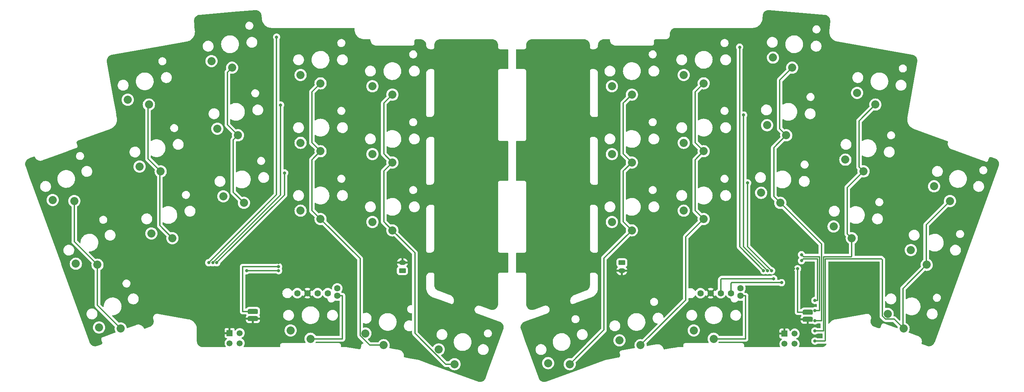
<source format=gbr>
%TF.GenerationSoftware,KiCad,Pcbnew,(6.0.5)*%
%TF.CreationDate,2022-05-11T11:26:57+00:00*%
%TF.ProjectId,ursus-arctos,75727375-732d-4617-9263-746f732e6b69,v1.0.0*%
%TF.SameCoordinates,Original*%
%TF.FileFunction,Copper,L2,Bot*%
%TF.FilePolarity,Positive*%
%FSLAX46Y46*%
G04 Gerber Fmt 4.6, Leading zero omitted, Abs format (unit mm)*
G04 Created by KiCad (PCBNEW (6.0.5)) date 2022-05-11 11:26:57*
%MOMM*%
%LPD*%
G01*
G04 APERTURE LIST*
G04 Aperture macros list*
%AMRoundRect*
0 Rectangle with rounded corners*
0 $1 Rounding radius*
0 $2 $3 $4 $5 $6 $7 $8 $9 X,Y pos of 4 corners*
0 Add a 4 corners polygon primitive as box body*
4,1,4,$2,$3,$4,$5,$6,$7,$8,$9,$2,$3,0*
0 Add four circle primitives for the rounded corners*
1,1,$1+$1,$2,$3*
1,1,$1+$1,$4,$5*
1,1,$1+$1,$6,$7*
1,1,$1+$1,$8,$9*
0 Add four rect primitives between the rounded corners*
20,1,$1+$1,$2,$3,$4,$5,0*
20,1,$1+$1,$4,$5,$6,$7,0*
20,1,$1+$1,$6,$7,$8,$9,0*
20,1,$1+$1,$8,$9,$2,$3,0*%
G04 Aperture macros list end*
%TA.AperFunction,EtchedComponent*%
%ADD10C,0.375000*%
%TD*%
%TA.AperFunction,ComponentPad*%
%ADD11R,1.500000X1.500000*%
%TD*%
%TA.AperFunction,ComponentPad*%
%ADD12C,1.500000*%
%TD*%
%TA.AperFunction,ComponentPad*%
%ADD13RoundRect,0.317500X-0.952500X0.317500X-0.952500X-0.317500X0.952500X-0.317500X0.952500X0.317500X0*%
%TD*%
%TA.AperFunction,ComponentPad*%
%ADD14C,2.032000*%
%TD*%
%TA.AperFunction,ComponentPad*%
%ADD15C,1.600000*%
%TD*%
%TA.AperFunction,ComponentPad*%
%ADD16RoundRect,0.250000X0.625000X-0.350000X0.625000X0.350000X-0.625000X0.350000X-0.625000X-0.350000X0*%
%TD*%
%TA.AperFunction,ComponentPad*%
%ADD17O,1.750000X1.200000*%
%TD*%
%TA.AperFunction,ComponentPad*%
%ADD18RoundRect,0.250000X-0.625000X0.350000X-0.625000X-0.350000X0.625000X-0.350000X0.625000X0.350000X0*%
%TD*%
%TA.AperFunction,ViaPad*%
%ADD19C,0.800000*%
%TD*%
%TA.AperFunction,Conductor*%
%ADD20C,0.375000*%
%TD*%
G04 APERTURE END LIST*
D10*
%TO.C,S34*%
X-11000000Y-7066666D02*
X-11000000Y3733334D01*
X-12300000Y3733334D02*
X-11000000Y3733334D01*
X-19000000Y-7066666D02*
X-11000000Y-7066666D01*
%TO.C,S16*%
X-120000000Y-7066666D02*
X-112000000Y-7066666D01*
X-113300000Y3733334D02*
X-112000000Y3733334D01*
X-112000000Y-7066666D02*
X-112000000Y3733334D01*
%TD*%
D11*
%TO.P,U1,20,GND*%
%TO.N,L_GND*%
X-140270000Y-5629617D03*
D12*
%TO.P,U1,19,RESET*%
%TO.N,unconnected-(U1-Pad19)*%
X-137730000Y-5629617D03*
%TO.P,U1,18,PA30_SWCLK*%
%TO.N,unconnected-(U1-Pad18)*%
X-140270000Y-8169617D03*
%TO.P,U1,17,PA31_SWDIO*%
%TO.N,unconnected-(U1-Pad17)*%
X-137730000Y-8169617D03*
D13*
%TO.P,U1,16,BAT-*%
%TO.N,L_GND*%
X-134428000Y-2022250D03*
%TO.P,U1,15,BAT+*%
%TO.N,L_BAT+*%
X-134428000Y-244250D03*
%TD*%
%TO.P,U2,15,BAT+*%
%TO.N,R_BAT+*%
X4572000Y-381000D03*
%TO.P,U2,16,BAT-*%
%TO.N,R_GND*%
X4572000Y-2159000D03*
D12*
%TO.P,U2,17,PA31_SWDIO*%
%TO.N,unconnected-(U2-Pad17)*%
X1270000Y-8306367D03*
%TO.P,U2,18,PA30_SWCLK*%
%TO.N,unconnected-(U2-Pad18)*%
X-1270000Y-8306367D03*
%TO.P,U2,19,RESET*%
%TO.N,unconnected-(U2-Pad19)*%
X1270000Y-5766367D03*
D11*
%TO.P,U2,20,GND*%
%TO.N,R_GND*%
X-1270000Y-5766367D03*
%TD*%
D14*
%TO.P,S24,*%
%TO.N,*%
X16940075Y54554555D03*
%TO.P,S24,1,A*%
%TO.N,R_C1*%
X21499453Y51618218D03*
%TD*%
%TO.P,S17,*%
%TO.N,*%
X-106244623Y-5732663D03*
%TO.P,S17,1,A*%
%TO.N,L_C3*%
X-101685245Y-8669000D03*
%TD*%
D15*
%TO.P,S34,*%
%TO.N,*%
X-12300000Y5583334D03*
X-12300000Y3733334D03*
D14*
X-24000000Y-4966666D03*
D15*
%TO.P,S34,A,A*%
%TO.N,R_RE-A*%
X-14690000Y4358334D03*
%TO.P,S34,B,B*%
%TO.N,R_RE-B*%
X-17230000Y4358334D03*
%TO.P,S34,C,C*%
%TO.N,R_GND*%
X-19770000Y4358334D03*
%TO.P,S34,D*%
%TO.N,N/C*%
X-22310000Y4358334D03*
D14*
%TO.P,S34,S1,S1*%
%TO.N,R_C2*%
X-19000000Y-7066666D03*
%TD*%
%TO.P,S27,*%
%TO.N,*%
X-4141074Y63383233D03*
%TO.P,S27,1,A*%
%TO.N,R_C2*%
X656872Y60855445D03*
%TD*%
%TO.P,S11,*%
%TO.N,*%
X-122500000Y42033334D03*
%TO.P,S11,1,A*%
%TO.N,L_C3*%
X-117500000Y39933334D03*
%TD*%
%TO.P,S18,*%
%TO.N,*%
X-87907196Y-9743859D03*
%TO.P,S18,1,A*%
%TO.N,L_C4*%
X-83926975Y-13427314D03*
%TD*%
D15*
%TO.P,S16,*%
%TO.N,*%
X-113300000Y5583334D03*
D14*
X-125000000Y-4966666D03*
D15*
X-113300000Y3733334D03*
%TO.P,S16,A,A*%
%TO.N,L_RE-A*%
X-115690000Y4358334D03*
%TO.P,S16,B,B*%
%TO.N,L_RE-B*%
X-118230000Y4358334D03*
%TO.P,S16,C,C*%
%TO.N,L_GND*%
X-120770000Y4358334D03*
%TO.P,S16,D*%
%TO.N,N/C*%
X-123310000Y4358334D03*
D14*
%TO.P,S16,S1,S1*%
%TO.N,L_C2*%
X-120000000Y-7066666D03*
%TD*%
%TO.P,S10,*%
%TO.N,*%
X-122500000Y25033334D03*
%TO.P,S10,1,A*%
%TO.N,L_C3*%
X-117500000Y22933334D03*
%TD*%
%TO.P,S23,*%
%TO.N,*%
X13988056Y37812824D03*
%TO.P,S23,1,A*%
%TO.N,R_C1*%
X18547434Y34876487D03*
%TD*%
%TO.P,S1,*%
%TO.N,*%
X-172981174Y-4233906D03*
%TO.P,S1,1,A*%
%TO.N,L_C0*%
X-167564468Y-4497159D03*
%TD*%
%TO.P,S12,*%
%TO.N,*%
X-122500000Y59033334D03*
%TO.P,S12,1,A*%
%TO.N,L_C3*%
X-117500000Y56933334D03*
%TD*%
%TO.P,S32,*%
%TO.N,*%
X-44500000Y39200000D03*
%TO.P,S32,1,A*%
%TO.N,R_C4*%
X-39500000Y37100000D03*
%TD*%
%TO.P,S7,*%
%TO.N,*%
X-141857578Y28641056D03*
%TO.P,S7,1,A*%
%TO.N,L_C2*%
X-136693577Y26984826D03*
%TD*%
%TO.P,S2,*%
%TO.N,*%
X-178795517Y11740868D03*
%TO.P,S2,1,A*%
%TO.N,L_C0*%
X-173378811Y11477615D03*
%TD*%
%TO.P,S35,*%
%TO.N,*%
X-42603455Y-7469144D03*
%TO.P,S35,1,A*%
%TO.N,R_C3*%
X-37314755Y-8669000D03*
%TD*%
D16*
%TO.P,J1,1,Pin_1*%
%TO.N,L_BAT+*%
X-97000000Y10000000D03*
D17*
%TO.P,J1,2,Pin_2*%
%TO.N,L_GND*%
X-97000000Y12000000D03*
%TD*%
D14*
%TO.P,S31,*%
%TO.N,*%
X-44500000Y22200000D03*
%TO.P,S31,1,A*%
%TO.N,R_C4*%
X-39500000Y20100000D03*
%TD*%
%TO.P,S5,*%
%TO.N,*%
X-162836134Y36076343D03*
%TO.P,S5,1,A*%
%TO.N,L_C1*%
X-157547434Y34876487D03*
%TD*%
%TO.P,S19,*%
%TO.N,*%
X24584247Y-813704D03*
%TO.P,S19,1,A*%
%TO.N,R_C0*%
X28564468Y-4497159D03*
%TD*%
%TO.P,S3,*%
%TO.N,*%
X-184609859Y27715643D03*
%TO.P,S3,1,A*%
%TO.N,L_C0*%
X-179193153Y27452390D03*
%TD*%
%TO.P,S26,*%
%TO.N,*%
X-5622722Y46447923D03*
%TO.P,S26,1,A*%
%TO.N,R_C2*%
X-824776Y43920135D03*
%TD*%
%TO.P,S15,*%
%TO.N,*%
X-104500000Y56200000D03*
%TO.P,S15,1,A*%
%TO.N,L_C4*%
X-99500000Y54100000D03*
%TD*%
D18*
%TO.P,J2,1,Pin_1*%
%TO.N,R_BAT+*%
X-42000000Y12000000D03*
D17*
%TO.P,J2,2,Pin_2*%
%TO.N,R_GND*%
X-42000000Y10000000D03*
%TD*%
D14*
%TO.P,S9,*%
%TO.N,*%
X-144820873Y62511675D03*
%TO.P,S9,1,A*%
%TO.N,L_C2*%
X-139656872Y60855445D03*
%TD*%
%TO.P,S14,*%
%TO.N,*%
X-104500000Y39200000D03*
%TO.P,S14,1,A*%
%TO.N,L_C4*%
X-99500000Y37100000D03*
%TD*%
%TO.P,S25,*%
%TO.N,*%
X-7104369Y29512614D03*
%TO.P,S25,1,A*%
%TO.N,R_C2*%
X-2306423Y26984826D03*
%TD*%
%TO.P,S21,*%
%TO.N,*%
X36212932Y31135845D03*
%TO.P,S21,1,A*%
%TO.N,R_C0*%
X40193153Y27452390D03*
%TD*%
%TO.P,S6,*%
%TO.N,*%
X-165788153Y52818074D03*
%TO.P,S6,1,A*%
%TO.N,L_C1*%
X-160499453Y51618218D03*
%TD*%
%TO.P,S22,*%
%TO.N,*%
X11036037Y21071092D03*
%TO.P,S22,1,A*%
%TO.N,R_C1*%
X15595415Y18134755D03*
%TD*%
%TO.P,S20,*%
%TO.N,*%
X30398590Y15161070D03*
%TO.P,S20,1,A*%
%TO.N,R_C0*%
X34378811Y11477615D03*
%TD*%
%TO.P,S28,*%
%TO.N,*%
X-26500000Y25033334D03*
%TO.P,S28,1,A*%
%TO.N,R_C3*%
X-21500000Y22933334D03*
%TD*%
%TO.P,S4,*%
%TO.N,*%
X-159884115Y19334611D03*
%TO.P,S4,1,A*%
%TO.N,L_C1*%
X-154595415Y18134755D03*
%TD*%
%TO.P,S30,*%
%TO.N,*%
X-26500000Y59033334D03*
%TO.P,S30,1,A*%
%TO.N,R_C3*%
X-21500000Y56933334D03*
%TD*%
%TO.P,S13,*%
%TO.N,*%
X-104500000Y22200000D03*
%TO.P,S13,1,A*%
%TO.N,L_C4*%
X-99500000Y20100000D03*
%TD*%
%TO.P,S29,*%
%TO.N,*%
X-26500000Y42033334D03*
%TO.P,S29,1,A*%
%TO.N,R_C3*%
X-21500000Y39933334D03*
%TD*%
%TO.P,S8,*%
%TO.N,*%
X-143339225Y45576365D03*
%TO.P,S8,1,A*%
%TO.N,L_C2*%
X-138175224Y43920135D03*
%TD*%
%TO.P,S33,*%
%TO.N,*%
X-44500000Y56200000D03*
%TO.P,S33,1,A*%
%TO.N,R_C4*%
X-39500000Y54100000D03*
%TD*%
%TO.P,S36,*%
%TO.N,*%
X-60489731Y-13164061D03*
%TO.P,S36,1,A*%
%TO.N,R_C4*%
X-55073025Y-13427314D03*
%TD*%
D19*
%TO.N,R_C2*%
X6364021Y-2541079D03*
%TO.N,R_C3*%
X6364021Y1079D03*
%TO.N,L_BAT+*%
X-128000000Y11000000D03*
%TO.N,L_GND*%
X-154500000Y6000000D03*
X-128000000Y12000000D03*
%TO.N,R_BAT+*%
X2000000Y10500000D03*
%TO.N,R_GND*%
X1000000Y10500000D03*
X15500000Y6000000D03*
%TO.N,L_R0*%
X-143500000Y12000000D03*
X-126500000Y34500000D03*
%TO.N,L_R1*%
X-127500000Y51500000D03*
X-144500000Y12000000D03*
%TO.N,L_R2*%
X-145500000Y12000000D03*
X-128499728Y68500272D03*
%TO.N,L_R3*%
X-128000000Y10000000D03*
X-136000000Y10000000D03*
%TO.N,R_C0*%
X6350000Y-7620000D03*
%TO.N,R_R0*%
X-4500000Y10000000D03*
X-10500000Y32000000D03*
%TO.N,R_R1*%
X-11500000Y49000000D03*
X-5500000Y10000000D03*
%TO.N,R_R2*%
X-6500000Y10000000D03*
X-12500000Y66000000D03*
%TO.N,R_C1*%
X6350000Y-5080000D03*
%TO.N,R_C3*%
X3000000Y14000000D03*
%TO.N,R_C4*%
X6350000Y2540000D03*
X3000000Y12500000D03*
%TO.N,R_RE-A*%
X-2000000Y7000000D03*
%TO.N,R_RE-B*%
X-4000000Y8000000D03*
%TD*%
D20*
%TO.N,R_GND*%
X1000000Y10500000D02*
X1000000Y-2159000D01*
X1000000Y-2159000D02*
X4572000Y-2159000D01*
%TO.N,R_BAT+*%
X2000000Y10500000D02*
X2000000Y-381000D01*
X2000000Y-381000D02*
X4572000Y-381000D01*
%TO.N,L_R3*%
X-128000000Y10000000D02*
X-136000000Y10000000D01*
%TO.N,L_BAT+*%
X-128000000Y11000000D02*
X-137000000Y11000000D01*
X-137000000Y11000000D02*
X-137000000Y-244250D01*
X-137000000Y-244250D02*
X-134428000Y-244250D01*
%TO.N,L_GND*%
X-137977750Y-2022250D02*
X-134428000Y-2022250D01*
X-128000000Y12000000D02*
X-138000000Y12000000D01*
X-138000000Y12000000D02*
X-138000000Y-2000000D01*
X-138000000Y-2000000D02*
X-137977750Y-2022250D01*
%TO.N,R_RE-A*%
X-2000000Y7000000D02*
X-14500000Y7000000D01*
X-14500000Y7000000D02*
X-14690000Y6810000D01*
X-14690000Y6810000D02*
X-14690000Y4358334D01*
%TO.N,R_RE-B*%
X-4000000Y8000000D02*
X-17000000Y8000000D01*
X-17000000Y8000000D02*
X-17230000Y7770000D01*
X-17230000Y7770000D02*
X-17230000Y4358334D01*
%TO.N,R_C2*%
X6364021Y-2541079D02*
X6365100Y-2540000D01*
X6365100Y-2540000D02*
X8000960Y-2540000D01*
X8000960Y-2540000D02*
X8000960Y16677443D01*
X8000960Y16677443D02*
X-2306423Y26984826D01*
%TO.N,R_C3*%
X6364021Y1079D02*
X6498921Y1079D01*
X6498921Y1079D02*
X6500000Y0D01*
%TO.N,R_C0*%
X6350000Y-7620000D02*
X8890000Y-7620000D01*
X9000000Y13000000D02*
X23000000Y13000000D01*
X23000000Y13000000D02*
X23256236Y12743764D01*
X26209024Y-2141715D02*
X28564468Y-4497159D01*
X8890000Y-7620000D02*
X9000000Y-7510000D01*
X9000000Y-7510000D02*
X9000000Y13000000D01*
X23256236Y12743764D02*
X23256236Y-1363785D01*
X23256236Y-1363785D02*
X24034166Y-2141715D01*
X24034166Y-2141715D02*
X26209024Y-2141715D01*
%TO.N,R_C1*%
X6350000Y-5080000D02*
X8500480Y-5080000D01*
X8500480Y-5080000D02*
X8500480Y13500000D01*
X15595415Y13595415D02*
X15595415Y18134755D01*
X8500480Y13500000D02*
X9000000Y13500000D01*
X15499520Y13499520D02*
X15595415Y13595415D01*
X9000000Y13500000D02*
X15499520Y13499520D01*
%TO.N,R_C4*%
X6350000Y2540000D02*
X7001920Y2540000D01*
X3474040Y12999040D02*
X3000000Y12525000D01*
X7001920Y2540000D02*
X7001920Y12999040D01*
X7001920Y12999040D02*
X3474040Y12999040D01*
X3000000Y12525000D02*
X3000000Y12500000D01*
%TO.N,R_C3*%
X3000000Y14000000D02*
X3501440Y13498560D01*
X3501440Y13498560D02*
X7501440Y13498560D01*
X7501440Y1440D02*
X7500000Y0D01*
X7501440Y13498560D02*
X7501440Y1440D01*
X7500000Y0D02*
X6500000Y0D01*
%TO.N,L_C0*%
X-173378811Y11477615D02*
X-173378811Y1317184D01*
X-179193153Y17291957D02*
X-179193153Y27452390D01*
X-173378811Y11477615D02*
X-179193153Y17291957D01*
X-173378811Y1317184D02*
X-167564468Y-4497159D01*
%TO.N,L_R0*%
X-126500000Y29000000D02*
X-126500000Y34500000D01*
X-143500000Y12000000D02*
X-126500000Y29000000D01*
%TO.N,L_R1*%
X-127506937Y29000000D02*
X-127500000Y29000000D01*
X-144500000Y12006937D02*
X-127506937Y29000000D01*
X-127500000Y29000000D02*
X-127500000Y51500000D01*
X-144500000Y12000000D02*
X-144500000Y12006937D01*
%TO.N,L_R2*%
X-128500000Y29006937D02*
X-128500000Y68500000D01*
X-128500000Y68500000D02*
X-128499728Y68500272D01*
X-145500000Y12006937D02*
X-128500000Y29006937D01*
X-145500000Y12000000D02*
X-145500000Y12006937D01*
%TO.N,L_C1*%
X-160723479Y38052532D02*
X-160723479Y51394192D01*
X-157547434Y34876487D02*
X-160723479Y38052532D01*
X-157547434Y34876487D02*
X-157771460Y34652461D01*
X-157771460Y21310800D02*
X-154595415Y18134755D01*
X-160723479Y51394192D02*
X-160499453Y51618218D01*
X-157771460Y34652461D02*
X-157771460Y21310800D01*
%TO.N,L_C2*%
X-136693577Y26984826D02*
X-139359317Y29650566D01*
X-139359317Y29650566D02*
X-139359317Y42736042D01*
X-138175224Y43920135D02*
X-140840964Y46585875D01*
X-140840964Y46585875D02*
X-140840964Y59671353D01*
X-139359317Y42736042D02*
X-138175224Y43920135D01*
X-140840964Y59671353D02*
X-139656872Y60855445D01*
%TO.N,L_C3*%
X-119651521Y37781813D02*
X-119651521Y25084855D01*
X-119651521Y25084855D02*
X-117500000Y22933334D01*
X-107572634Y13005968D02*
X-117500000Y22933334D01*
X-101685245Y-8669000D02*
X-105186378Y-8669000D01*
X-107572634Y-6282744D02*
X-107572634Y13005968D01*
X-117500000Y39933334D02*
X-119651521Y37781813D01*
X-119651521Y54781813D02*
X-119651521Y42084855D01*
X-105186378Y-8669000D02*
X-107572634Y-6282744D01*
X-117500000Y56933334D02*
X-119651521Y54781813D01*
X-119651521Y42084855D02*
X-117500000Y39933334D01*
%TO.N,L_C4*%
X-93858381Y-5670766D02*
X-93858381Y14458381D01*
X-101651521Y51948479D02*
X-101651521Y39251521D01*
X-101651521Y39251521D02*
X-99500000Y37100000D01*
X-101651521Y34948479D02*
X-101651521Y22251521D01*
X-99500000Y54100000D02*
X-101651521Y51948479D01*
X-99500000Y37100000D02*
X-101651521Y34948479D01*
X-93858381Y14458381D02*
X-99500000Y20100000D01*
X-83926975Y-13427314D02*
X-86101833Y-13427314D01*
X-101651521Y22251521D02*
X-99500000Y20100000D01*
X-86101833Y-13427314D02*
X-93858381Y-5670766D01*
%TO.N,R_C0*%
X34245209Y21504446D02*
X34245209Y11611217D01*
X28430866Y5529670D02*
X28430866Y-4363557D01*
X34245209Y11611217D02*
X34378811Y11477615D01*
X28430866Y-4363557D02*
X28564468Y-4497159D01*
X34378811Y11477615D02*
X28430866Y5529670D01*
X40193153Y27452390D02*
X34245209Y21504446D01*
%TO.N,R_R0*%
X-10500000Y16000000D02*
X-10500000Y32000000D01*
X-4500000Y10006937D02*
X-10493063Y16000000D01*
X-10493063Y16000000D02*
X-10500000Y16000000D01*
X-4500000Y10000000D02*
X-4500000Y10006937D01*
%TO.N,R_R1*%
X-11500000Y16006937D02*
X-5500000Y10006937D01*
X-5500000Y10006937D02*
X-5500000Y10000000D01*
X-11500000Y49000000D02*
X-11500000Y16006937D01*
%TO.N,R_R2*%
X-12500000Y66000000D02*
X-12500000Y15993063D01*
X-6506937Y10000000D02*
X-6500000Y10000000D01*
X-12500000Y15993063D02*
X-6506937Y10000000D01*
%TO.N,R_C1*%
X17420437Y47539202D02*
X21499453Y51618218D01*
X18547434Y34876487D02*
X17420437Y36003484D01*
X14468418Y30797471D02*
X18547434Y34876487D01*
X14468418Y19261752D02*
X14468418Y30797471D01*
X15595415Y18134755D02*
X14468418Y19261752D01*
X17420437Y36003484D02*
X17420437Y47539202D01*
%TO.N,R_C2*%
X-2462078Y57736495D02*
X656872Y60855445D01*
X-3943725Y28622128D02*
X-3943725Y40801186D01*
X-2462078Y45557437D02*
X-2462078Y57736495D01*
X-3943725Y40801186D02*
X-824776Y43920135D01*
X-2306423Y26984826D02*
X-3943725Y28622128D01*
X-824776Y43920135D02*
X-2462078Y45557437D01*
%TO.N,R_C3*%
X-23651521Y37781813D02*
X-21500000Y39933334D01*
X-23651521Y25084855D02*
X-23651521Y37781813D01*
X-25987021Y18446313D02*
X-21500000Y22933334D01*
X-25987021Y2658734D02*
X-25987021Y18446313D01*
X-21500000Y39933334D02*
X-23651521Y42084855D01*
X-23651521Y42084855D02*
X-23651521Y54781813D01*
X-21500000Y22933334D02*
X-23651521Y25084855D01*
X-23651521Y54781813D02*
X-21500000Y56933334D01*
X-37314755Y-8669000D02*
X-25987021Y2658734D01*
%TO.N,R_C4*%
X-39500000Y54100000D02*
X-41651521Y51948479D01*
X-41651521Y34948479D02*
X-41651521Y22251521D01*
X-39500000Y20100000D02*
X-46500000Y13100000D01*
X-46500000Y13100000D02*
X-46500000Y-4854289D01*
X-41651521Y39251521D02*
X-39500000Y37100000D01*
X-41651521Y51948479D02*
X-41651521Y39251521D01*
X-41651521Y22251521D02*
X-39500000Y20100000D01*
X-46500000Y-4854289D02*
X-55073025Y-13427314D01*
X-39500000Y37100000D02*
X-41651521Y34948479D01*
%TD*%
%TA.AperFunction,Conductor*%
%TO.N,R_GND*%
G36*
X-5162708Y75305079D02*
G01*
X-5147272Y75304834D01*
X-5129443Y75302525D01*
X-5121207Y75301703D01*
X-5112484Y75299552D01*
X-5094807Y75300308D01*
X-5080672Y75300912D01*
X-5064308Y75300548D01*
X8791796Y74088295D01*
X8810970Y74085112D01*
X8834263Y74079370D01*
X8849632Y74080028D01*
X8874924Y74078560D01*
X9042203Y74051795D01*
X9059706Y74047696D01*
X9245703Y73989864D01*
X9262446Y73983315D01*
X9438317Y73899602D01*
X9453957Y73890737D01*
X9616131Y73782842D01*
X9630341Y73771849D01*
X9717276Y73694071D01*
X9775507Y73641972D01*
X9788016Y73629060D01*
X9913224Y73479843D01*
X9923761Y73465292D01*
X10026461Y73299770D01*
X10034821Y73283864D01*
X10112914Y73105421D01*
X10118928Y73088480D01*
X10170831Y72900741D01*
X10174373Y72883115D01*
X10199028Y72689905D01*
X10200026Y72671955D01*
X10197448Y72509671D01*
X10195144Y72491883D01*
X10194318Y72483611D01*
X10192168Y72474890D01*
X10192552Y72465918D01*
X10193528Y72443084D01*
X10193164Y72426719D01*
X9992409Y70132078D01*
X9988847Y70111406D01*
X9983805Y70091980D01*
X9982559Y70079490D01*
X9982826Y70074635D01*
X9982826Y70074634D01*
X9982984Y70071764D01*
X9983117Y70061038D01*
X9975016Y69792945D01*
X9999034Y69507375D01*
X9999737Y69503870D01*
X9999738Y69503865D01*
X10054708Y69229915D01*
X10055414Y69226398D01*
X10143423Y68953669D01*
X10144910Y68950394D01*
X10144911Y68950392D01*
X10259537Y68697972D01*
X10261915Y68692735D01*
X10409350Y68446991D01*
X10583808Y68219635D01*
X10672168Y68128259D01*
X10777053Y68019794D01*
X10783021Y68013622D01*
X11004398Y67831635D01*
X11007418Y67829682D01*
X11007420Y67829681D01*
X11238357Y67680371D01*
X11245057Y67676039D01*
X11290388Y67653590D01*
X11411619Y67593554D01*
X11501869Y67548860D01*
X11602535Y67512604D01*
X11768106Y67452971D01*
X11768114Y67452969D01*
X11771492Y67451752D01*
X11774997Y67450925D01*
X11775002Y67450924D01*
X12016579Y67393957D01*
X12029820Y67390058D01*
X12033295Y67388824D01*
X12033299Y67388823D01*
X12037889Y67387193D01*
X12050223Y67384863D01*
X12078102Y67383963D01*
X12095911Y67382115D01*
X30756739Y64091709D01*
X30775552Y64086870D01*
X30798269Y64079114D01*
X30812045Y64078501D01*
X30813636Y64078430D01*
X30838706Y64074764D01*
X31003009Y64033524D01*
X31020078Y64027919D01*
X31200344Y63954088D01*
X31216428Y63946116D01*
X31372280Y63854479D01*
X31384342Y63847387D01*
X31399146Y63837195D01*
X31551297Y63715576D01*
X31564495Y63703385D01*
X31630904Y63632620D01*
X31697785Y63561351D01*
X31709120Y63547398D01*
X31820835Y63387847D01*
X31830068Y63372425D01*
X31917943Y63198589D01*
X31924884Y63182017D01*
X31945456Y63121009D01*
X31987122Y62997445D01*
X31991636Y62980044D01*
X32026972Y62788504D01*
X32028964Y62770636D01*
X32036324Y62584984D01*
X32036679Y62576017D01*
X32036108Y62558048D01*
X32029319Y62492485D01*
X32019358Y62396300D01*
X32015720Y62379730D01*
X32015735Y62379727D01*
X32014067Y62370901D01*
X32011168Y62362411D01*
X32010768Y62353449D01*
X32010768Y62353447D01*
X32009749Y62330594D01*
X32007960Y62314328D01*
X29549405Y48371167D01*
X29544056Y48350888D01*
X29537341Y48331978D01*
X29535010Y48319644D01*
X29534853Y48314771D01*
X29534805Y48313299D01*
X29534019Y48302742D01*
X29502046Y48029240D01*
X29502042Y47737031D01*
X29502468Y47733388D01*
X29502468Y47733384D01*
X29535073Y47454406D01*
X29535962Y47446797D01*
X29603348Y47162463D01*
X29604601Y47159020D01*
X29604602Y47159017D01*
X29683195Y46943082D01*
X29703288Y46887876D01*
X29704928Y46884610D01*
X29704930Y46884606D01*
X29742284Y46810229D01*
X29834431Y46626748D01*
X29836440Y46623693D01*
X29836442Y46623690D01*
X29992983Y46385681D01*
X29995003Y46382610D01*
X29997360Y46379801D01*
X29997363Y46379797D01*
X30138473Y46211631D01*
X30182833Y46158766D01*
X30185489Y46156261D01*
X30185492Y46156257D01*
X30270873Y46075706D01*
X30395380Y45958241D01*
X30398317Y45956055D01*
X30398320Y45956052D01*
X30626830Y45785936D01*
X30626838Y45785931D01*
X30629770Y45783748D01*
X30632938Y45781919D01*
X30632941Y45781917D01*
X30879653Y45639481D01*
X30879658Y45639479D01*
X30882832Y45637646D01*
X30886204Y45636192D01*
X30886205Y45636191D01*
X31120299Y45535217D01*
X31132526Y45529137D01*
X31139068Y45525429D01*
X31145230Y45523101D01*
X31146252Y45522715D01*
X31146254Y45522714D01*
X31150811Y45520993D01*
X31174440Y45516036D01*
X31178127Y45515262D01*
X31195348Y45510348D01*
X35637041Y43893704D01*
X39648024Y42433825D01*
X39705194Y42391732D01*
X39730532Y42325410D01*
X39726101Y42280882D01*
X39716881Y42248540D01*
X39673963Y42097987D01*
X39673358Y42093531D01*
X39673358Y42093530D01*
X39668229Y42055737D01*
X39644942Y41884161D01*
X39645543Y41808186D01*
X39646542Y41681841D01*
X39646648Y41668382D01*
X39654581Y41616148D01*
X39677967Y41462160D01*
X39679048Y41455041D01*
X39741481Y41248484D01*
X39832676Y41052915D01*
X39835137Y41049151D01*
X39835138Y41049150D01*
X39923925Y40913379D01*
X39950777Y40872317D01*
X39953750Y40868940D01*
X39953752Y40868938D01*
X40090409Y40713737D01*
X40090416Y40713730D01*
X40093379Y40710365D01*
X40096800Y40707448D01*
X40096801Y40707447D01*
X40161272Y40652475D01*
X40257579Y40570357D01*
X40261383Y40567955D01*
X40335848Y40520934D01*
X40440034Y40455145D01*
X40444138Y40453310D01*
X40444142Y40453308D01*
X40599983Y40383634D01*
X40610689Y40378222D01*
X40620574Y40372619D01*
X40620579Y40372617D01*
X40624816Y40370215D01*
X40636559Y40365779D01*
X40661973Y40360448D01*
X40663860Y40360052D01*
X40681085Y40355137D01*
X47666034Y37812824D01*
X49066830Y37302976D01*
X49087639Y37295402D01*
X49088337Y37295145D01*
X49099886Y37290861D01*
X49152492Y37271349D01*
X49152494Y37271349D01*
X49160910Y37268227D01*
X49190404Y37266139D01*
X49207371Y37263770D01*
X49236322Y37257696D01*
X49245267Y37258392D01*
X49245271Y37258392D01*
X49261920Y37259688D01*
X49280594Y37259753D01*
X49297243Y37258574D01*
X49297247Y37258574D01*
X49306204Y37257940D01*
X49333052Y37263769D01*
X49335102Y37264214D01*
X49352057Y37266703D01*
X49372590Y37268301D01*
X49372593Y37268302D01*
X49381540Y37268998D01*
X49389935Y37272179D01*
X49389937Y37272179D01*
X49405548Y37278093D01*
X49423454Y37283397D01*
X49439773Y37286940D01*
X49439775Y37286941D01*
X49448545Y37288845D01*
X49461473Y37295879D01*
X49474518Y37302976D01*
X49490094Y37310124D01*
X49509351Y37317420D01*
X49509353Y37317421D01*
X49517749Y37320602D01*
X49524913Y37326010D01*
X49524916Y37326012D01*
X49538237Y37336069D01*
X49553934Y37346185D01*
X49568602Y37354165D01*
X49568609Y37354170D01*
X49576490Y37358458D01*
X49597453Y37379312D01*
X49610394Y37390542D01*
X49634001Y37408363D01*
X49649331Y37428967D01*
X49661555Y37443078D01*
X49673392Y37454854D01*
X49679755Y37461184D01*
X49694028Y37487093D01*
X49703289Y37501490D01*
X49720947Y37525224D01*
X49732917Y37557496D01*
X49733222Y37558236D01*
X49733759Y37559211D01*
X49744551Y37588863D01*
X49771601Y37661790D01*
X49771700Y37663185D01*
X49772072Y37664476D01*
X49807263Y37761162D01*
X49935635Y38113858D01*
X49943672Y38131556D01*
X49955245Y38152561D01*
X49957222Y38161440D01*
X49967380Y38190142D01*
X49995188Y38246084D01*
X50010492Y38269778D01*
X50062209Y38332993D01*
X50082404Y38352690D01*
X50121312Y38382932D01*
X50146891Y38402813D01*
X50170965Y38417524D01*
X50244985Y38452040D01*
X50271729Y38461026D01*
X50351575Y38478207D01*
X50379649Y38481016D01*
X50421438Y38480496D01*
X50461311Y38480000D01*
X50489306Y38476492D01*
X50543602Y38463386D01*
X50558569Y38458772D01*
X50566967Y38455599D01*
X50574826Y38451270D01*
X50583583Y38449321D01*
X50583591Y38449318D01*
X50605891Y38444355D01*
X50621612Y38439766D01*
X51475778Y38128875D01*
X51493482Y38120835D01*
X51506631Y38113591D01*
X51506634Y38113590D01*
X51514493Y38109260D01*
X51529512Y38105916D01*
X51553560Y38097953D01*
X51708212Y38028801D01*
X51724057Y38020311D01*
X51815060Y37962840D01*
X51888747Y37916305D01*
X51903223Y37905646D01*
X52012077Y37812824D01*
X52051434Y37779263D01*
X52064246Y37766653D01*
X52181881Y37633051D01*
X52192966Y37620461D01*
X52203853Y37606155D01*
X52310457Y37443133D01*
X52319197Y37427425D01*
X52401520Y37250886D01*
X52407936Y37234092D01*
X52464293Y37047648D01*
X52468254Y37030114D01*
X52494707Y36855965D01*
X52497506Y36837537D01*
X52498931Y36819621D01*
X52499568Y36739420D01*
X52500479Y36624836D01*
X52499339Y36606896D01*
X52473154Y36413886D01*
X52469474Y36396293D01*
X52425192Y36240921D01*
X52425010Y36240282D01*
X52418015Y36223293D01*
X52415198Y36215838D01*
X52410867Y36207975D01*
X52408167Y36195846D01*
X52403952Y36176909D01*
X52399363Y36161191D01*
X36355542Y-7918848D01*
X36347501Y-7936553D01*
X36342148Y-7946270D01*
X36335926Y-7957563D01*
X36333976Y-7966323D01*
X36333975Y-7966325D01*
X36332581Y-7972584D01*
X36324618Y-7996630D01*
X36255471Y-8151277D01*
X36246984Y-8167119D01*
X36150342Y-8320151D01*
X36142977Y-8331813D01*
X36132319Y-8346288D01*
X36086817Y-8399651D01*
X36005932Y-8494506D01*
X35993321Y-8507318D01*
X35847132Y-8636035D01*
X35832833Y-8646917D01*
X35669806Y-8753525D01*
X35654102Y-8762262D01*
X35588138Y-8793022D01*
X35477562Y-8844585D01*
X35460777Y-8850997D01*
X35274314Y-8907358D01*
X35256787Y-8911316D01*
X35209146Y-8918552D01*
X35064215Y-8940565D01*
X35046295Y-8941990D01*
X34950520Y-8942750D01*
X34851512Y-8943536D01*
X34833585Y-8942396D01*
X34640560Y-8916206D01*
X34622972Y-8912526D01*
X34565107Y-8896033D01*
X34466879Y-8868035D01*
X34450278Y-8861200D01*
X34442512Y-8858265D01*
X34434653Y-8853936D01*
X34425898Y-8851987D01*
X34425895Y-8851986D01*
X34403580Y-8847019D01*
X34387866Y-8842431D01*
X33145404Y-8390212D01*
X33088233Y-8348118D01*
X33062895Y-8281796D01*
X33067326Y-8237271D01*
X33118226Y-8058705D01*
X33119462Y-8054369D01*
X33148480Y-7840551D01*
X33147423Y-7706912D01*
X33146809Y-7629276D01*
X33146809Y-7629270D01*
X33146773Y-7624779D01*
X33114375Y-7411446D01*
X33051946Y-7204896D01*
X33048862Y-7198281D01*
X32962657Y-7013404D01*
X32962655Y-7013401D01*
X32960758Y-7009332D01*
X32916163Y-6941134D01*
X32845133Y-6832510D01*
X32845127Y-6832503D01*
X32842665Y-6828737D01*
X32743140Y-6715701D01*
X32703044Y-6670161D01*
X32703042Y-6670159D01*
X32700073Y-6666787D01*
X32535884Y-6526778D01*
X32353441Y-6411561D01*
X32193488Y-6340040D01*
X32182810Y-6334641D01*
X32168671Y-6326625D01*
X32162508Y-6324296D01*
X32161479Y-6323907D01*
X32161475Y-6323906D01*
X32156929Y-6322188D01*
X32152173Y-6321190D01*
X32152166Y-6321188D01*
X32129616Y-6316457D01*
X32112401Y-6311545D01*
X29909222Y-5509653D01*
X29852052Y-5467560D01*
X29826714Y-5401238D01*
X29841255Y-5331747D01*
X29844886Y-5325418D01*
X29877546Y-5272122D01*
X29927008Y-5191408D01*
X29940449Y-5158960D01*
X30016943Y-4974285D01*
X30016944Y-4974283D01*
X30018837Y-4969712D01*
X30051504Y-4833645D01*
X30073700Y-4741194D01*
X30073701Y-4741188D01*
X30074855Y-4736381D01*
X30093682Y-4497159D01*
X30074855Y-4257937D01*
X30073701Y-4253130D01*
X30073700Y-4253124D01*
X30028225Y-4063711D01*
X30018837Y-4024606D01*
X30002515Y-3985201D01*
X29928902Y-3807482D01*
X29928901Y-3807480D01*
X29927008Y-3802910D01*
X29801628Y-3598310D01*
X29710498Y-3491609D01*
X29648999Y-3419603D01*
X29645786Y-3415841D01*
X29551965Y-3335711D01*
X29467085Y-3263217D01*
X29467084Y-3263216D01*
X29463317Y-3259999D01*
X29258717Y-3134619D01*
X29254147Y-3132726D01*
X29254145Y-3132725D01*
X29204648Y-3112223D01*
X29149367Y-3067675D01*
X29126866Y-2995814D01*
X29126866Y-892603D01*
X29146868Y-824482D01*
X29200524Y-777989D01*
X29270798Y-767885D01*
X29319262Y-785517D01*
X29536416Y-920158D01*
X29540233Y-921874D01*
X29540236Y-921875D01*
X29606522Y-951665D01*
X29805777Y-1041214D01*
X29927383Y-1077466D01*
X30056157Y-1115855D01*
X30088782Y-1125581D01*
X30092902Y-1126234D01*
X30092904Y-1126234D01*
X30376979Y-1171228D01*
X30376985Y-1171229D01*
X30380460Y-1171779D01*
X30405019Y-1172894D01*
X30471404Y-1175909D01*
X30471425Y-1175909D01*
X30472824Y-1175973D01*
X30657288Y-1175973D01*
X30877051Y-1161376D01*
X30881150Y-1160550D01*
X30881154Y-1160549D01*
X31054577Y-1125581D01*
X31166538Y-1103006D01*
X31445762Y-1006861D01*
X31612820Y-923205D01*
X31706082Y-876503D01*
X31706084Y-876502D01*
X31709818Y-874632D01*
X31864049Y-769816D01*
X34387896Y-769816D01*
X34388096Y-775146D01*
X34388096Y-775147D01*
X34389821Y-821105D01*
X34396550Y-1000352D01*
X34443924Y-1226134D01*
X34445882Y-1231093D01*
X34445883Y-1231095D01*
X34471917Y-1297017D01*
X34528663Y-1440706D01*
X34604953Y-1566428D01*
X34632218Y-1611359D01*
X34648343Y-1637933D01*
X34651840Y-1641963D01*
X34793568Y-1805290D01*
X34799543Y-1812176D01*
X34816384Y-1825985D01*
X34973811Y-1955068D01*
X34973817Y-1955072D01*
X34977939Y-1958452D01*
X35178431Y-2072578D01*
X35183447Y-2074399D01*
X35183452Y-2074401D01*
X35390271Y-2149473D01*
X35390275Y-2149474D01*
X35395286Y-2151293D01*
X35400535Y-2152242D01*
X35400538Y-2152243D01*
X35618219Y-2191606D01*
X35618226Y-2191607D01*
X35622303Y-2192344D01*
X35640040Y-2193180D01*
X35644988Y-2193414D01*
X35644995Y-2193414D01*
X35646476Y-2193484D01*
X35808621Y-2193484D01*
X35875577Y-2187803D01*
X35975258Y-2179345D01*
X35975262Y-2179344D01*
X35980569Y-2178894D01*
X35985724Y-2177556D01*
X35985730Y-2177555D01*
X36198699Y-2122279D01*
X36198703Y-2122278D01*
X36203868Y-2120937D01*
X36208734Y-2118745D01*
X36208737Y-2118744D01*
X36409345Y-2028377D01*
X36414211Y-2026185D01*
X36418631Y-2023209D01*
X36418635Y-2023207D01*
X36529243Y-1948740D01*
X36605581Y-1897346D01*
X36772508Y-1738106D01*
X36863061Y-1616398D01*
X36907033Y-1557298D01*
X36907035Y-1557295D01*
X36910217Y-1553018D01*
X36965965Y-1443370D01*
X37012354Y-1352130D01*
X37012354Y-1352129D01*
X37014773Y-1347372D01*
X37066634Y-1180355D01*
X37081601Y-1132154D01*
X37081602Y-1132148D01*
X37083185Y-1127051D01*
X37098397Y-1012274D01*
X37112796Y-903637D01*
X37112796Y-903632D01*
X37113496Y-898352D01*
X37113173Y-889732D01*
X37106972Y-724556D01*
X37104842Y-667816D01*
X37057468Y-442034D01*
X37038790Y-394737D01*
X37009589Y-320796D01*
X36972729Y-227462D01*
X36883081Y-79727D01*
X36855818Y-34798D01*
X36855817Y-34797D01*
X36853049Y-30235D01*
X36825772Y1199D01*
X36705349Y139975D01*
X36705347Y139977D01*
X36701849Y144008D01*
X36642424Y192734D01*
X36527581Y286900D01*
X36527575Y286904D01*
X36523453Y290284D01*
X36322961Y404410D01*
X36317945Y406231D01*
X36317940Y406233D01*
X36111121Y481305D01*
X36111117Y481306D01*
X36106106Y483125D01*
X36100857Y484074D01*
X36100854Y484075D01*
X35883173Y523438D01*
X35883166Y523439D01*
X35879089Y524176D01*
X35861352Y525012D01*
X35856404Y525246D01*
X35856397Y525246D01*
X35854916Y525316D01*
X35692771Y525316D01*
X35625815Y519635D01*
X35526134Y511177D01*
X35526130Y511176D01*
X35520823Y510726D01*
X35515668Y509388D01*
X35515662Y509387D01*
X35302693Y454111D01*
X35302689Y454110D01*
X35297524Y452769D01*
X35292658Y450577D01*
X35292655Y450576D01*
X35128483Y376622D01*
X35087181Y358017D01*
X35082761Y355041D01*
X35082757Y355039D01*
X35066986Y344421D01*
X34895811Y229178D01*
X34728884Y69938D01*
X34725696Y65653D01*
X34624395Y-70501D01*
X34591175Y-115150D01*
X34588760Y-119900D01*
X34519171Y-256772D01*
X34486619Y-320796D01*
X34452413Y-430956D01*
X34419791Y-536014D01*
X34419790Y-536020D01*
X34418207Y-541117D01*
X34411228Y-593774D01*
X34391961Y-739149D01*
X34387896Y-769816D01*
X31864049Y-769816D01*
X31954065Y-708641D01*
X31979359Y-686026D01*
X32133465Y-548239D01*
X32174214Y-511805D01*
X32180506Y-504464D01*
X32363676Y-290757D01*
X32363679Y-290753D01*
X32366396Y-287583D01*
X32368670Y-284081D01*
X32368674Y-284076D01*
X32524957Y-43422D01*
X32524960Y-43417D01*
X32527236Y-39912D01*
X32579397Y69938D01*
X32588406Y88913D01*
X32653906Y226855D01*
X32657507Y238069D01*
X32742902Y504044D01*
X32742902Y504045D01*
X32744182Y508031D01*
X32766522Y632195D01*
X32795738Y794568D01*
X32795739Y794573D01*
X32796477Y798677D01*
X32797470Y820525D01*
X32809684Y1089516D01*
X32809684Y1089521D01*
X32809873Y1093686D01*
X32803412Y1167543D01*
X32784499Y1383715D01*
X32784135Y1387876D01*
X32777726Y1416548D01*
X32720627Y1671999D01*
X32720625Y1672006D01*
X32719715Y1676077D01*
X32712475Y1695756D01*
X32651955Y1860241D01*
X32617743Y1953226D01*
X32603225Y1980763D01*
X32500958Y2174729D01*
X32480013Y2214454D01*
X32410448Y2312342D01*
X32311368Y2451762D01*
X32311363Y2451768D01*
X32308944Y2455172D01*
X32306100Y2458222D01*
X32306095Y2458228D01*
X32110387Y2668099D01*
X32107541Y2671151D01*
X31879342Y2858595D01*
X31628358Y3014212D01*
X31615560Y3019964D01*
X31515815Y3064791D01*
X31358997Y3135268D01*
X31279044Y3159103D01*
X35916295Y3159103D01*
X35946789Y2957469D01*
X35948995Y2951474D01*
X35948995Y2951473D01*
X35963682Y2911556D01*
X36017204Y2766085D01*
X36077958Y2668099D01*
X36106085Y2622736D01*
X36124665Y2592769D01*
X36129046Y2588136D01*
X36129047Y2588135D01*
X36188897Y2524845D01*
X36264781Y2444600D01*
X36270011Y2440938D01*
X36270012Y2440937D01*
X36425617Y2331982D01*
X36431828Y2327633D01*
X36618983Y2246644D01*
X36625231Y2245339D01*
X36625230Y2245339D01*
X36813855Y2205932D01*
X36813859Y2205932D01*
X36818600Y2204941D01*
X36823437Y2204688D01*
X36823441Y2204687D01*
X36823507Y2204684D01*
X36825279Y2204591D01*
X36975034Y2204591D01*
X37047680Y2211970D01*
X37120601Y2219377D01*
X37120602Y2219377D01*
X37126950Y2220022D01*
X37321545Y2281005D01*
X37499904Y2379870D01*
X37654740Y2512581D01*
X37779728Y2673715D01*
X37869763Y2856690D01*
X37874472Y2874768D01*
X37919557Y3047850D01*
X37919557Y3047853D01*
X37921167Y3054032D01*
X37927008Y3165485D01*
X37931505Y3251297D01*
X37931505Y3251301D01*
X37931839Y3257679D01*
X37901345Y3459313D01*
X37878580Y3521186D01*
X37833134Y3644707D01*
X37833133Y3644708D01*
X37830930Y3650697D01*
X37752729Y3776821D01*
X37726831Y3818591D01*
X37726830Y3818592D01*
X37723469Y3824013D01*
X37644347Y3907683D01*
X37587738Y3967545D01*
X37583353Y3972182D01*
X37558558Y3989544D01*
X37421539Y4085485D01*
X37421538Y4085486D01*
X37416306Y4089149D01*
X37229151Y4170138D01*
X37178694Y4180679D01*
X37034279Y4210850D01*
X37034275Y4210850D01*
X37029534Y4211841D01*
X37024697Y4212094D01*
X37024693Y4212095D01*
X37024627Y4212098D01*
X37022855Y4212191D01*
X36873100Y4212191D01*
X36800454Y4204812D01*
X36727533Y4197405D01*
X36727532Y4197405D01*
X36721184Y4196760D01*
X36526589Y4135777D01*
X36348230Y4036912D01*
X36193394Y3904201D01*
X36068406Y3743067D01*
X35978371Y3560092D01*
X35976762Y3553914D01*
X35976761Y3553912D01*
X35936287Y3398529D01*
X35926967Y3362750D01*
X35924737Y3320188D01*
X35917076Y3173997D01*
X35916295Y3159103D01*
X31279044Y3159103D01*
X31144369Y3199251D01*
X31079991Y3218443D01*
X31079989Y3218443D01*
X31075992Y3219635D01*
X31071872Y3220288D01*
X31071870Y3220288D01*
X30787795Y3265282D01*
X30787789Y3265283D01*
X30784314Y3265833D01*
X30759755Y3266948D01*
X30693370Y3269963D01*
X30693349Y3269963D01*
X30691950Y3270027D01*
X30507486Y3270027D01*
X30287723Y3255430D01*
X30283624Y3254604D01*
X30283620Y3254603D01*
X30179754Y3233660D01*
X29998236Y3197060D01*
X29719012Y3100915D01*
X29601751Y3042195D01*
X29545870Y3014212D01*
X29454956Y2968686D01*
X29451497Y2966335D01*
X29323689Y2879477D01*
X29256104Y2857731D01*
X29187492Y2875975D01*
X29139635Y2928418D01*
X29126866Y2983689D01*
X29126866Y5189187D01*
X29146868Y5257308D01*
X29163771Y5278282D01*
X33858359Y9972870D01*
X33920671Y10006896D01*
X33976866Y10006294D01*
X34048834Y9989016D01*
X34134776Y9968383D01*
X34134782Y9968382D01*
X34139589Y9967228D01*
X34378811Y9948401D01*
X34618033Y9967228D01*
X34622840Y9968382D01*
X34622846Y9968383D01*
X34781883Y10006565D01*
X34851364Y10023246D01*
X34855937Y10025140D01*
X35068488Y10113181D01*
X35068490Y10113182D01*
X35073060Y10115075D01*
X35277660Y10240455D01*
X35298194Y10257992D01*
X35456367Y10393084D01*
X35460129Y10396297D01*
X35615971Y10578766D01*
X35741351Y10783366D01*
X35755919Y10818535D01*
X35831286Y11000489D01*
X35831287Y11000491D01*
X35833180Y11005062D01*
X35852768Y11086652D01*
X35888043Y11233580D01*
X35888044Y11233586D01*
X35889198Y11238393D01*
X35908025Y11477615D01*
X35889198Y11716837D01*
X35888044Y11721644D01*
X35888043Y11721650D01*
X35834335Y11945356D01*
X35833180Y11950168D01*
X35741351Y12171864D01*
X35615971Y12376464D01*
X35598276Y12397183D01*
X35463342Y12555171D01*
X35460129Y12558933D01*
X35333600Y12666998D01*
X35281428Y12711557D01*
X35281427Y12711558D01*
X35277660Y12714775D01*
X35073060Y12840155D01*
X35068490Y12842048D01*
X35068488Y12842049D01*
X35018991Y12862551D01*
X34963710Y12907099D01*
X34941209Y12978960D01*
X34941209Y15082171D01*
X34961211Y15150292D01*
X35014867Y15196785D01*
X35085141Y15206889D01*
X35133605Y15189257D01*
X35350759Y15054616D01*
X35620120Y14933560D01*
X35774613Y14887504D01*
X35887725Y14853784D01*
X35903125Y14849193D01*
X35907245Y14848540D01*
X35907247Y14848540D01*
X36191322Y14803546D01*
X36191328Y14803545D01*
X36194803Y14802995D01*
X36219362Y14801880D01*
X36285747Y14798865D01*
X36285768Y14798865D01*
X36287167Y14798801D01*
X36471631Y14798801D01*
X36691394Y14813398D01*
X36695493Y14814224D01*
X36695497Y14814225D01*
X36868920Y14849193D01*
X36980881Y14871768D01*
X37260105Y14967913D01*
X37429819Y15052899D01*
X37520425Y15098271D01*
X37520427Y15098272D01*
X37524161Y15100142D01*
X37678392Y15204958D01*
X40202239Y15204958D01*
X40202439Y15199628D01*
X40202439Y15199627D01*
X40204161Y15153755D01*
X40210893Y14974422D01*
X40258267Y14748640D01*
X40343006Y14534068D01*
X40462686Y14336841D01*
X40466183Y14332811D01*
X40585279Y14195565D01*
X40613886Y14162598D01*
X40618017Y14159211D01*
X40788154Y14019706D01*
X40788160Y14019702D01*
X40792282Y14016322D01*
X40992774Y13902196D01*
X40997790Y13900375D01*
X40997795Y13900373D01*
X41204614Y13825301D01*
X41204618Y13825300D01*
X41209629Y13823481D01*
X41214878Y13822532D01*
X41214881Y13822531D01*
X41432562Y13783168D01*
X41432569Y13783167D01*
X41436646Y13782430D01*
X41454383Y13781594D01*
X41459331Y13781360D01*
X41459338Y13781360D01*
X41460819Y13781290D01*
X41622964Y13781290D01*
X41689920Y13786971D01*
X41789601Y13795429D01*
X41789605Y13795430D01*
X41794912Y13795880D01*
X41800067Y13797218D01*
X41800073Y13797219D01*
X42013042Y13852495D01*
X42013046Y13852496D01*
X42018211Y13853837D01*
X42023077Y13856029D01*
X42023080Y13856030D01*
X42223688Y13946397D01*
X42228554Y13948589D01*
X42232974Y13951565D01*
X42232978Y13951567D01*
X42334187Y14019706D01*
X42419924Y14077428D01*
X42586851Y14236668D01*
X42682534Y14365271D01*
X42721376Y14417476D01*
X42721378Y14417479D01*
X42724560Y14421756D01*
X42781449Y14533648D01*
X42826697Y14622644D01*
X42826697Y14622645D01*
X42829116Y14627402D01*
X42870193Y14759691D01*
X42895944Y14842620D01*
X42895945Y14842626D01*
X42897528Y14847723D01*
X42912857Y14963378D01*
X42927139Y15071137D01*
X42927139Y15071142D01*
X42927839Y15076422D01*
X42924847Y15156140D01*
X42920806Y15263785D01*
X42919185Y15306958D01*
X42871811Y15532740D01*
X42787072Y15747312D01*
X42667392Y15944539D01*
X42663616Y15948891D01*
X42519692Y16114749D01*
X42519690Y16114751D01*
X42516192Y16118782D01*
X42419766Y16197847D01*
X42341924Y16261674D01*
X42341918Y16261678D01*
X42337796Y16265058D01*
X42137304Y16379184D01*
X42132288Y16381005D01*
X42132283Y16381007D01*
X41925464Y16456079D01*
X41925460Y16456080D01*
X41920449Y16457899D01*
X41915200Y16458848D01*
X41915197Y16458849D01*
X41697516Y16498212D01*
X41697509Y16498213D01*
X41693432Y16498950D01*
X41675695Y16499786D01*
X41670747Y16500020D01*
X41670740Y16500020D01*
X41669259Y16500090D01*
X41507114Y16500090D01*
X41440158Y16494409D01*
X41340477Y16485951D01*
X41340473Y16485950D01*
X41335166Y16485500D01*
X41330011Y16484162D01*
X41330005Y16484161D01*
X41117036Y16428885D01*
X41117032Y16428884D01*
X41111867Y16427543D01*
X41107001Y16425351D01*
X41106998Y16425350D01*
X40933997Y16347419D01*
X40901524Y16332791D01*
X40897104Y16329815D01*
X40897100Y16329813D01*
X40804839Y16267698D01*
X40710154Y16203952D01*
X40543227Y16044712D01*
X40540039Y16040427D01*
X40429126Y15891354D01*
X40405518Y15859624D01*
X40403103Y15854874D01*
X40311825Y15675343D01*
X40300962Y15653978D01*
X40279173Y15583806D01*
X40234134Y15438760D01*
X40234133Y15438754D01*
X40232550Y15433657D01*
X40231849Y15428365D01*
X40210036Y15263785D01*
X40202239Y15204958D01*
X37678392Y15204958D01*
X37768408Y15266133D01*
X37988557Y15462969D01*
X37999114Y15475286D01*
X38178019Y15684017D01*
X38178022Y15684021D01*
X38180739Y15687191D01*
X38183013Y15690693D01*
X38183017Y15690698D01*
X38339300Y15931352D01*
X38339303Y15931357D01*
X38341579Y15934862D01*
X38348241Y15948891D01*
X38466453Y16197847D01*
X38468249Y16201629D01*
X38480128Y16238626D01*
X38557245Y16478818D01*
X38557245Y16478819D01*
X38558525Y16482805D01*
X38588421Y16648962D01*
X38610081Y16769342D01*
X38610082Y16769347D01*
X38610820Y16773451D01*
X38611229Y16782440D01*
X38624027Y17064290D01*
X38624027Y17064295D01*
X38624216Y17068460D01*
X38622851Y17084070D01*
X38598842Y17358489D01*
X38598478Y17362650D01*
X38597567Y17366727D01*
X38534970Y17646773D01*
X38534968Y17646780D01*
X38534058Y17650851D01*
X38432086Y17928000D01*
X38294356Y18189228D01*
X38244859Y18258877D01*
X38125711Y18426536D01*
X38125706Y18426542D01*
X38123287Y18429946D01*
X38120443Y18432996D01*
X38120438Y18433002D01*
X37924730Y18642873D01*
X37921884Y18645925D01*
X37693685Y18833369D01*
X37442701Y18988986D01*
X37428005Y18995591D01*
X37339904Y19035185D01*
X37173340Y19110042D01*
X37093387Y19133877D01*
X41730638Y19133877D01*
X41761132Y18932243D01*
X41763338Y18926248D01*
X41763338Y18926247D01*
X41812472Y18792705D01*
X41831547Y18740859D01*
X41899360Y18631488D01*
X41925565Y18589225D01*
X41939008Y18567543D01*
X41943389Y18562910D01*
X41943390Y18562909D01*
X41987673Y18516081D01*
X42079124Y18419374D01*
X42084354Y18415712D01*
X42084355Y18415711D01*
X42240938Y18306071D01*
X42246171Y18302407D01*
X42433326Y18221418D01*
X42439574Y18220113D01*
X42439573Y18220113D01*
X42628198Y18180706D01*
X42628202Y18180706D01*
X42632943Y18179715D01*
X42637780Y18179462D01*
X42637784Y18179461D01*
X42637850Y18179458D01*
X42639622Y18179365D01*
X42789377Y18179365D01*
X42862023Y18186744D01*
X42934944Y18194151D01*
X42934945Y18194151D01*
X42941293Y18194796D01*
X43135888Y18255779D01*
X43314247Y18354644D01*
X43469083Y18487355D01*
X43594071Y18648489D01*
X43684106Y18831464D01*
X43688877Y18849779D01*
X43733900Y19022624D01*
X43733900Y19022627D01*
X43735510Y19028806D01*
X43742215Y19156755D01*
X43745848Y19226071D01*
X43745848Y19226075D01*
X43746182Y19232453D01*
X43715688Y19434087D01*
X43691735Y19499189D01*
X43647477Y19619481D01*
X43647476Y19619482D01*
X43645273Y19625471D01*
X43537812Y19798787D01*
X43507026Y19831343D01*
X43402081Y19942319D01*
X43397696Y19946956D01*
X43366003Y19969148D01*
X43235882Y20060259D01*
X43235881Y20060260D01*
X43230649Y20063923D01*
X43043494Y20144912D01*
X42930707Y20168475D01*
X42848622Y20185624D01*
X42848618Y20185624D01*
X42843877Y20186615D01*
X42839040Y20186868D01*
X42839036Y20186869D01*
X42838970Y20186872D01*
X42837198Y20186965D01*
X42687443Y20186965D01*
X42614797Y20179586D01*
X42541876Y20172179D01*
X42541875Y20172179D01*
X42535527Y20171534D01*
X42340932Y20110551D01*
X42162573Y20011686D01*
X42007737Y19878975D01*
X41882749Y19717841D01*
X41792714Y19534866D01*
X41791105Y19528688D01*
X41791104Y19528686D01*
X41750943Y19374504D01*
X41741310Y19337524D01*
X41740976Y19331145D01*
X41732556Y19170473D01*
X41730638Y19133877D01*
X37093387Y19133877D01*
X36890335Y19194409D01*
X36886215Y19195062D01*
X36886213Y19195062D01*
X36602138Y19240056D01*
X36602132Y19240057D01*
X36598657Y19240607D01*
X36574098Y19241722D01*
X36507713Y19244737D01*
X36507692Y19244737D01*
X36506293Y19244801D01*
X36321829Y19244801D01*
X36102066Y19230204D01*
X36097967Y19229378D01*
X36097963Y19229377D01*
X36013325Y19212311D01*
X35812579Y19171834D01*
X35533355Y19075689D01*
X35452470Y19035185D01*
X35287861Y18952755D01*
X35269299Y18943460D01*
X35252794Y18932243D01*
X35138032Y18854251D01*
X35070447Y18832505D01*
X35001835Y18850749D01*
X34953978Y18903192D01*
X34941209Y18958463D01*
X34941209Y21163963D01*
X34961211Y21232084D01*
X34978114Y21253058D01*
X37321734Y23596678D01*
X39672700Y25947645D01*
X39735012Y25981671D01*
X39791209Y25981069D01*
X39949118Y25943158D01*
X39949124Y25943157D01*
X39953931Y25942003D01*
X40193153Y25923176D01*
X40432375Y25942003D01*
X40437182Y25943157D01*
X40437188Y25943158D01*
X40595096Y25981069D01*
X40665706Y25998021D01*
X40670279Y25999915D01*
X40882830Y26087956D01*
X40882832Y26087957D01*
X40887402Y26089850D01*
X41092002Y26215230D01*
X41101120Y26223017D01*
X41270709Y26367859D01*
X41274471Y26371072D01*
X41372465Y26485809D01*
X41427095Y26549773D01*
X41427096Y26549774D01*
X41430313Y26553541D01*
X41555693Y26758141D01*
X41582629Y26823169D01*
X41645628Y26975264D01*
X41645629Y26975266D01*
X41647522Y26979837D01*
X41682221Y27124368D01*
X41702385Y27208355D01*
X41702386Y27208361D01*
X41703540Y27213168D01*
X41722367Y27452390D01*
X41703540Y27691612D01*
X41702386Y27696419D01*
X41702385Y27696425D01*
X41664256Y27855242D01*
X41647522Y27924943D01*
X41645628Y27929516D01*
X41557587Y28142067D01*
X41557586Y28142069D01*
X41555693Y28146639D01*
X41430313Y28351239D01*
X41356519Y28437642D01*
X41277684Y28529946D01*
X41274471Y28533708D01*
X41142616Y28646322D01*
X41095770Y28686332D01*
X41095769Y28686333D01*
X41092002Y28689550D01*
X40887402Y28814930D01*
X40882832Y28816823D01*
X40882830Y28816824D01*
X40670279Y28904865D01*
X40670277Y28904866D01*
X40665706Y28906759D01*
X40584116Y28926347D01*
X40437188Y28961622D01*
X40437182Y28961623D01*
X40432375Y28962777D01*
X40193153Y28981604D01*
X39953931Y28962777D01*
X39949124Y28961623D01*
X39949118Y28961622D01*
X39802190Y28926347D01*
X39720600Y28906759D01*
X39716029Y28904866D01*
X39716027Y28904865D01*
X39503476Y28816824D01*
X39503474Y28816823D01*
X39498904Y28814930D01*
X39294304Y28689550D01*
X39290537Y28686333D01*
X39290536Y28686332D01*
X39243690Y28646322D01*
X39111835Y28533708D01*
X39108622Y28529946D01*
X39029788Y28437642D01*
X38955993Y28351239D01*
X38830613Y28146639D01*
X38828720Y28142069D01*
X38828719Y28142067D01*
X38740678Y27929516D01*
X38738784Y27924943D01*
X38722050Y27855242D01*
X38683921Y27696425D01*
X38683920Y27696419D01*
X38682766Y27691612D01*
X38663939Y27452390D01*
X38682766Y27213168D01*
X38683920Y27208361D01*
X38683921Y27208355D01*
X38692930Y27170832D01*
X38714629Y27080451D01*
X38721832Y27050447D01*
X38718285Y26979539D01*
X38688408Y26931938D01*
X33773213Y22016742D01*
X33766948Y22010889D01*
X33724181Y21973581D01*
X33719811Y21967363D01*
X33688126Y21922279D01*
X33684194Y21916985D01*
X33645503Y21867641D01*
X33642375Y21860713D01*
X33640383Y21857424D01*
X33633509Y21845373D01*
X33631686Y21841974D01*
X33627317Y21835757D01*
X33624558Y21828682D01*
X33624557Y21828679D01*
X33604539Y21777335D01*
X33601983Y21771255D01*
X33581620Y21726155D01*
X33576180Y21714107D01*
X33574797Y21706644D01*
X33573650Y21702985D01*
X33569843Y21689621D01*
X33568883Y21685882D01*
X33566124Y21678805D01*
X33561882Y21646585D01*
X33557939Y21616639D01*
X33556907Y21610126D01*
X33546864Y21555938D01*
X33545480Y21548469D01*
X33545917Y21540889D01*
X33545917Y21540888D01*
X33549000Y21487420D01*
X33549209Y21480167D01*
X33549209Y12827773D01*
X33529207Y12759652D01*
X33489048Y12720343D01*
X33479962Y12714775D01*
X33476195Y12711558D01*
X33476194Y12711557D01*
X33424022Y12666998D01*
X33297493Y12558933D01*
X33294280Y12555171D01*
X33159347Y12397183D01*
X33141651Y12376464D01*
X33016271Y12171864D01*
X32924442Y11950168D01*
X32923287Y11945356D01*
X32869579Y11721650D01*
X32869578Y11721644D01*
X32868424Y11716837D01*
X32849597Y11477615D01*
X32868424Y11238393D01*
X32869578Y11233586D01*
X32869579Y11233580D01*
X32907490Y11075672D01*
X32903943Y11004764D01*
X32874066Y10957163D01*
X27958870Y6041966D01*
X27952605Y6036113D01*
X27909838Y5998805D01*
X27905468Y5992587D01*
X27873783Y5947503D01*
X27869851Y5942209D01*
X27831160Y5892865D01*
X27828032Y5885937D01*
X27826040Y5882648D01*
X27819166Y5870597D01*
X27817343Y5867198D01*
X27812974Y5860981D01*
X27810215Y5853906D01*
X27810214Y5853903D01*
X27790196Y5802559D01*
X27787641Y5796481D01*
X27761837Y5739331D01*
X27760454Y5731868D01*
X27759307Y5728209D01*
X27755500Y5714845D01*
X27754540Y5711106D01*
X27751781Y5704029D01*
X27747542Y5671832D01*
X27743596Y5641863D01*
X27742564Y5635350D01*
X27732924Y5583334D01*
X27731137Y5573693D01*
X27731574Y5566113D01*
X27731574Y5566112D01*
X27734657Y5512644D01*
X27734866Y5505391D01*
X27734866Y-2379075D01*
X27714864Y-2447196D01*
X27661208Y-2493689D01*
X27590934Y-2503793D01*
X27526354Y-2474299D01*
X27519771Y-2468170D01*
X26721320Y-1669719D01*
X26715466Y-1663453D01*
X26683155Y-1626414D01*
X26678159Y-1620687D01*
X26626854Y-1584629D01*
X26621560Y-1580698D01*
X26578199Y-1546698D01*
X26572219Y-1542009D01*
X26565291Y-1538881D01*
X26562002Y-1536889D01*
X26549951Y-1530015D01*
X26546552Y-1528192D01*
X26540335Y-1523823D01*
X26533260Y-1521064D01*
X26533257Y-1521063D01*
X26481913Y-1501045D01*
X26475833Y-1498489D01*
X26425605Y-1475810D01*
X26425602Y-1475809D01*
X26418685Y-1472686D01*
X26411222Y-1471303D01*
X26407563Y-1470156D01*
X26394199Y-1466349D01*
X26390460Y-1465389D01*
X26383383Y-1462630D01*
X26339404Y-1456840D01*
X26321217Y-1454445D01*
X26314704Y-1453413D01*
X26260516Y-1443370D01*
X26260513Y-1443370D01*
X26253047Y-1441986D01*
X26245467Y-1442423D01*
X26245466Y-1442423D01*
X26191998Y-1445506D01*
X26184745Y-1445715D01*
X26159821Y-1445715D01*
X26091700Y-1425713D01*
X26045207Y-1372057D01*
X26035103Y-1301783D01*
X26038709Y-1286279D01*
X26038616Y-1286257D01*
X26093479Y-1057739D01*
X26093480Y-1057733D01*
X26094634Y-1052926D01*
X26113461Y-813704D01*
X26094634Y-574482D01*
X26093480Y-569675D01*
X26093479Y-569669D01*
X26044913Y-367380D01*
X26038616Y-341151D01*
X26036722Y-336578D01*
X25948681Y-124027D01*
X25948680Y-124025D01*
X25946787Y-119455D01*
X25821407Y85145D01*
X25665565Y267614D01*
X25483096Y423456D01*
X25278496Y548836D01*
X25273926Y550729D01*
X25273924Y550730D01*
X25061373Y638771D01*
X25061371Y638772D01*
X25056800Y640665D01*
X24936028Y669660D01*
X24828282Y695528D01*
X24828276Y695529D01*
X24823469Y696683D01*
X24584247Y715510D01*
X24345025Y696683D01*
X24340218Y695529D01*
X24340212Y695528D01*
X24111694Y640665D01*
X24111404Y641872D01*
X24046205Y640009D01*
X23985407Y676671D01*
X23954082Y740384D01*
X23952236Y761870D01*
X23952236Y2268419D01*
X23972238Y2336540D01*
X24025894Y2383033D01*
X24096168Y2393137D01*
X24160748Y2363643D01*
X24190674Y2324988D01*
X24192045Y2321516D01*
X24194809Y2316961D01*
X24194812Y2316955D01*
X24275245Y2184406D01*
X24311725Y2124289D01*
X24315222Y2120259D01*
X24455952Y1958082D01*
X24462925Y1950046D01*
X24490929Y1927084D01*
X24637193Y1807154D01*
X24637199Y1807150D01*
X24641321Y1803770D01*
X24841813Y1689644D01*
X24846829Y1687823D01*
X24846834Y1687821D01*
X25053653Y1612749D01*
X25053657Y1612748D01*
X25058668Y1610929D01*
X25063917Y1609980D01*
X25063920Y1609979D01*
X25281601Y1570616D01*
X25281608Y1570615D01*
X25285685Y1569878D01*
X25303422Y1569042D01*
X25308370Y1568808D01*
X25308377Y1568808D01*
X25309858Y1568738D01*
X25472003Y1568738D01*
X25538959Y1574419D01*
X25638640Y1582877D01*
X25638644Y1582878D01*
X25643951Y1583328D01*
X25649106Y1584666D01*
X25649112Y1584667D01*
X25862081Y1639943D01*
X25862085Y1639944D01*
X25867250Y1641285D01*
X25872116Y1643477D01*
X25872119Y1643478D01*
X26072727Y1733845D01*
X26077593Y1736037D01*
X26082013Y1739013D01*
X26082017Y1739015D01*
X26183226Y1807154D01*
X26268963Y1864876D01*
X26435890Y2024116D01*
X26518177Y2134714D01*
X26570415Y2204924D01*
X26570417Y2204927D01*
X26573599Y2209204D01*
X26628816Y2317807D01*
X26675736Y2410092D01*
X26675736Y2410093D01*
X26678155Y2414850D01*
X26717015Y2540000D01*
X26744983Y2630068D01*
X26744984Y2630074D01*
X26746567Y2635171D01*
X26766919Y2788729D01*
X26776178Y2858585D01*
X26776178Y2858590D01*
X26776878Y2863870D01*
X26768224Y3094406D01*
X26720850Y3320188D01*
X26718596Y3325897D01*
X26644296Y3514034D01*
X26636111Y3534760D01*
X26516431Y3731987D01*
X26463491Y3792995D01*
X26368731Y3902197D01*
X26368729Y3902199D01*
X26365231Y3906230D01*
X26280330Y3975845D01*
X26190963Y4049122D01*
X26190957Y4049126D01*
X26186835Y4052506D01*
X25986343Y4166632D01*
X25981327Y4168453D01*
X25981322Y4168455D01*
X25774503Y4243527D01*
X25774499Y4243528D01*
X25769488Y4245347D01*
X25764239Y4246296D01*
X25764236Y4246297D01*
X25546555Y4285660D01*
X25546548Y4285661D01*
X25542471Y4286398D01*
X25524734Y4287234D01*
X25519786Y4287468D01*
X25519779Y4287468D01*
X25518298Y4287538D01*
X25356153Y4287538D01*
X25289197Y4281857D01*
X25189516Y4273399D01*
X25189512Y4273398D01*
X25184205Y4272948D01*
X25179050Y4271610D01*
X25179044Y4271609D01*
X24966075Y4216333D01*
X24966071Y4216332D01*
X24960906Y4214991D01*
X24956040Y4212799D01*
X24956037Y4212798D01*
X24779193Y4133136D01*
X24750563Y4120239D01*
X24746143Y4117263D01*
X24746139Y4117261D01*
X24653878Y4055146D01*
X24559193Y3991400D01*
X24392266Y3832160D01*
X24362197Y3791746D01*
X24261289Y3656120D01*
X24254557Y3647072D01*
X24252142Y3642322D01*
X24190553Y3521186D01*
X24141849Y3469528D01*
X24072950Y3452402D01*
X24005728Y3475244D01*
X23961527Y3530804D01*
X23952236Y3578291D01*
X23952236Y12715283D01*
X23952528Y12723853D01*
X23955871Y12772882D01*
X23955871Y12772886D01*
X23956387Y12780458D01*
X23945604Y12842240D01*
X23944642Y12848762D01*
X23939075Y12894769D01*
X23937110Y12911003D01*
X23934424Y12918111D01*
X23933499Y12921877D01*
X23929850Y12935215D01*
X23928730Y12938925D01*
X23927424Y12946408D01*
X23902220Y13003825D01*
X23899732Y13009921D01*
X23880250Y13061477D01*
X23877564Y13068586D01*
X23873258Y13074851D01*
X23871468Y13078275D01*
X23864738Y13090366D01*
X23862767Y13093699D01*
X23859712Y13100659D01*
X23821538Y13150410D01*
X23817667Y13155737D01*
X23782148Y13207418D01*
X23736500Y13248089D01*
X23731224Y13253069D01*
X23512288Y13472004D01*
X23506434Y13478271D01*
X23474131Y13515301D01*
X23469135Y13521028D01*
X23417830Y13557086D01*
X23412536Y13561017D01*
X23395812Y13574131D01*
X23363195Y13599706D01*
X23356267Y13602834D01*
X23352978Y13604826D01*
X23340927Y13611700D01*
X23337528Y13613523D01*
X23331311Y13617892D01*
X23324236Y13620651D01*
X23324233Y13620652D01*
X23272889Y13640670D01*
X23266809Y13643226D01*
X23216581Y13665905D01*
X23216578Y13665906D01*
X23209661Y13669029D01*
X23202198Y13670412D01*
X23198539Y13671559D01*
X23185175Y13675366D01*
X23181436Y13676326D01*
X23174359Y13679085D01*
X23130380Y13684875D01*
X23112193Y13687270D01*
X23105680Y13688302D01*
X23051492Y13698345D01*
X23051489Y13698345D01*
X23044023Y13699729D01*
X23036443Y13699292D01*
X23036442Y13699292D01*
X22982974Y13696209D01*
X22975721Y13696000D01*
X16417415Y13696000D01*
X16349294Y13716002D01*
X16302801Y13769658D01*
X16291415Y13822000D01*
X16291415Y15161070D01*
X28869376Y15161070D01*
X28888203Y14921848D01*
X28889357Y14917041D01*
X28889358Y14917035D01*
X28917711Y14798940D01*
X28944221Y14688517D01*
X28946114Y14683946D01*
X28946115Y14683944D01*
X29027994Y14486271D01*
X29036050Y14466821D01*
X29161430Y14262221D01*
X29164647Y14258454D01*
X29164648Y14258453D01*
X29228779Y14183365D01*
X29317272Y14079752D01*
X29321034Y14076539D01*
X29467359Y13951567D01*
X29499741Y13923910D01*
X29704341Y13798530D01*
X29708911Y13796637D01*
X29708913Y13796636D01*
X29903582Y13716002D01*
X29926037Y13706701D01*
X29970610Y13696000D01*
X30154555Y13651838D01*
X30154561Y13651837D01*
X30159368Y13650683D01*
X30398590Y13631856D01*
X30637812Y13650683D01*
X30642619Y13651837D01*
X30642625Y13651838D01*
X30826570Y13696000D01*
X30871143Y13706701D01*
X30893598Y13716002D01*
X31088267Y13796636D01*
X31088269Y13796637D01*
X31092839Y13798530D01*
X31297439Y13923910D01*
X31329822Y13951567D01*
X31476146Y14076539D01*
X31479908Y14079752D01*
X31568401Y14183365D01*
X31632532Y14258453D01*
X31632533Y14258454D01*
X31635750Y14262221D01*
X31761130Y14466821D01*
X31769187Y14486271D01*
X31851065Y14683944D01*
X31851066Y14683946D01*
X31852959Y14688517D01*
X31879469Y14798940D01*
X31907822Y14917035D01*
X31907823Y14917041D01*
X31908977Y14921848D01*
X31927804Y15161070D01*
X31908977Y15400292D01*
X31907823Y15405099D01*
X31907822Y15405105D01*
X31854114Y15628811D01*
X31852959Y15633623D01*
X31847639Y15646467D01*
X31763024Y15850747D01*
X31763023Y15850749D01*
X31761130Y15855319D01*
X31635750Y16059919D01*
X31479908Y16242388D01*
X31297439Y16398230D01*
X31092839Y16523610D01*
X31088269Y16525503D01*
X31088267Y16525504D01*
X30875716Y16613545D01*
X30875714Y16613546D01*
X30871143Y16615439D01*
X30789553Y16635027D01*
X30642625Y16670302D01*
X30642619Y16670303D01*
X30637812Y16671457D01*
X30398590Y16690284D01*
X30159368Y16671457D01*
X30154561Y16670303D01*
X30154555Y16670302D01*
X30007627Y16635027D01*
X29926037Y16615439D01*
X29921466Y16613546D01*
X29921464Y16613545D01*
X29708913Y16525504D01*
X29708911Y16525503D01*
X29704341Y16523610D01*
X29499741Y16398230D01*
X29317272Y16242388D01*
X29161430Y16059919D01*
X29036050Y15855319D01*
X29034157Y15850749D01*
X29034156Y15850747D01*
X28949541Y15646467D01*
X28944221Y15633623D01*
X28943066Y15628811D01*
X28889358Y15405105D01*
X28889357Y15405099D01*
X28888203Y15400292D01*
X28869376Y15161070D01*
X16291415Y15161070D01*
X16291415Y16702725D01*
X16311417Y16770846D01*
X16351580Y16810157D01*
X16490039Y16895006D01*
X16494264Y16897595D01*
X16540983Y16937496D01*
X16672971Y17050224D01*
X16676733Y17053437D01*
X16832575Y17235906D01*
X16957955Y17440506D01*
X17000715Y17543737D01*
X17047890Y17657629D01*
X17047891Y17657631D01*
X17049784Y17662202D01*
X17092386Y17839650D01*
X17104647Y17890720D01*
X17104648Y17890726D01*
X17105802Y17895533D01*
X17124629Y18134755D01*
X17105802Y18373977D01*
X17104648Y18378784D01*
X17104647Y18378790D01*
X17053244Y18592895D01*
X17049784Y18607308D01*
X17046500Y18615237D01*
X16959849Y18824432D01*
X16959848Y18824434D01*
X16957955Y18829004D01*
X16873280Y18967180D01*
X29865621Y18967180D01*
X29865821Y18961850D01*
X29865821Y18961849D01*
X29868023Y18903192D01*
X29874275Y18736644D01*
X29921649Y18510862D01*
X29923607Y18505903D01*
X29923608Y18505901D01*
X29953604Y18429946D01*
X30006388Y18296290D01*
X30126068Y18099063D01*
X30129565Y18095033D01*
X30216189Y17995208D01*
X30277268Y17924820D01*
X30281399Y17921433D01*
X30451536Y17781928D01*
X30451542Y17781924D01*
X30455664Y17778544D01*
X30656156Y17664418D01*
X30661172Y17662597D01*
X30661177Y17662595D01*
X30867996Y17587523D01*
X30868000Y17587522D01*
X30873011Y17585703D01*
X30878260Y17584754D01*
X30878263Y17584753D01*
X31095944Y17545390D01*
X31095951Y17545389D01*
X31100028Y17544652D01*
X31117765Y17543816D01*
X31122713Y17543582D01*
X31122720Y17543582D01*
X31124201Y17543512D01*
X31286346Y17543512D01*
X31353302Y17549193D01*
X31452983Y17557651D01*
X31452987Y17557652D01*
X31458294Y17558102D01*
X31463449Y17559440D01*
X31463455Y17559441D01*
X31676424Y17614717D01*
X31676428Y17614718D01*
X31681593Y17616059D01*
X31686459Y17618251D01*
X31686462Y17618252D01*
X31887070Y17708619D01*
X31891936Y17710811D01*
X31896356Y17713787D01*
X31896360Y17713789D01*
X31997569Y17781928D01*
X32083306Y17839650D01*
X32250233Y17998890D01*
X32328159Y18103626D01*
X32384758Y18179698D01*
X32384760Y18179701D01*
X32387942Y18183978D01*
X32442726Y18291729D01*
X32490079Y18384866D01*
X32490079Y18384867D01*
X32492498Y18389624D01*
X32538166Y18536698D01*
X32559326Y18604842D01*
X32559327Y18604848D01*
X32560910Y18609945D01*
X32577810Y18737460D01*
X32590521Y18833359D01*
X32590521Y18833364D01*
X32591221Y18838644D01*
X32588736Y18904857D01*
X32582767Y19063849D01*
X32582567Y19069180D01*
X32535193Y19294962D01*
X32506074Y19368697D01*
X32491440Y19405751D01*
X32450454Y19509534D01*
X32330774Y19706761D01*
X32295635Y19747255D01*
X32183074Y19876971D01*
X32183072Y19876973D01*
X32179574Y19881004D01*
X32094673Y19950619D01*
X32005306Y20023896D01*
X32005300Y20023900D01*
X32001178Y20027280D01*
X31800686Y20141406D01*
X31795670Y20143227D01*
X31795665Y20143229D01*
X31588846Y20218301D01*
X31588842Y20218302D01*
X31583831Y20220121D01*
X31578582Y20221070D01*
X31578579Y20221071D01*
X31360898Y20260434D01*
X31360891Y20260435D01*
X31356814Y20261172D01*
X31339077Y20262008D01*
X31334129Y20262242D01*
X31334122Y20262242D01*
X31332641Y20262312D01*
X31170496Y20262312D01*
X31103540Y20256631D01*
X31003859Y20248173D01*
X31003855Y20248172D01*
X30998548Y20247722D01*
X30993393Y20246384D01*
X30993387Y20246383D01*
X30780418Y20191107D01*
X30780414Y20191106D01*
X30775249Y20189765D01*
X30770383Y20187573D01*
X30770380Y20187572D01*
X30599399Y20110551D01*
X30564906Y20095013D01*
X30560486Y20092037D01*
X30560482Y20092035D01*
X30513284Y20060259D01*
X30373536Y19966174D01*
X30206609Y19806934D01*
X30196513Y19793365D01*
X30072846Y19627149D01*
X30068900Y19621846D01*
X30066485Y19617096D01*
X29970227Y19427770D01*
X29964344Y19416200D01*
X29951397Y19374504D01*
X29897516Y19200982D01*
X29897515Y19200976D01*
X29895932Y19195879D01*
X29884328Y19108326D01*
X29868219Y18986779D01*
X29865621Y18967180D01*
X16873280Y18967180D01*
X16832575Y19033604D01*
X16802191Y19069180D01*
X16679946Y19212311D01*
X16676733Y19216073D01*
X16643259Y19244662D01*
X16498032Y19368697D01*
X16498031Y19368698D01*
X16494264Y19371915D01*
X16289664Y19497295D01*
X16285094Y19499188D01*
X16285092Y19499189D01*
X16072541Y19587230D01*
X16072539Y19587231D01*
X16067968Y19589124D01*
X15986378Y19608712D01*
X15839450Y19643987D01*
X15839444Y19643988D01*
X15834637Y19645142D01*
X15595415Y19663969D01*
X15356193Y19645142D01*
X15351382Y19643987D01*
X15351376Y19643986D01*
X15319831Y19636413D01*
X15248923Y19639961D01*
X15191189Y19681281D01*
X15164960Y19747255D01*
X15164418Y19758932D01*
X15164418Y22005491D01*
X15184420Y22073612D01*
X15238076Y22120105D01*
X15308350Y22130209D01*
X15356814Y22112577D01*
X15573968Y21977936D01*
X15577785Y21976220D01*
X15577788Y21976219D01*
X15650647Y21943475D01*
X15843329Y21856880D01*
X15937928Y21828679D01*
X16110159Y21777335D01*
X16126334Y21772513D01*
X16130454Y21771860D01*
X16130456Y21771860D01*
X16414531Y21726866D01*
X16414537Y21726865D01*
X16418012Y21726315D01*
X16442571Y21725200D01*
X16508956Y21722185D01*
X16508977Y21722185D01*
X16510376Y21722121D01*
X16694840Y21722121D01*
X16914603Y21736718D01*
X16918702Y21737544D01*
X16918706Y21737545D01*
X17092129Y21772513D01*
X17204090Y21795088D01*
X17483314Y21891233D01*
X17653028Y21976219D01*
X17743634Y22021591D01*
X17743636Y22021592D01*
X17747370Y22023462D01*
X17991617Y22189453D01*
X18083306Y22271432D01*
X18208651Y22383504D01*
X18211766Y22386289D01*
X18252906Y22434288D01*
X18401228Y22607337D01*
X18401231Y22607341D01*
X18403948Y22610511D01*
X18406222Y22614013D01*
X18406226Y22614018D01*
X18562509Y22854672D01*
X18562512Y22854677D01*
X18564788Y22858182D01*
X18657923Y23054324D01*
X20673582Y23054324D01*
X20682236Y22823788D01*
X20729610Y22598006D01*
X20731568Y22593047D01*
X20731569Y22593045D01*
X20767166Y22502908D01*
X20814349Y22383434D01*
X20934029Y22186207D01*
X20937526Y22182177D01*
X21075252Y22023462D01*
X21085229Y22011964D01*
X21110226Y21991468D01*
X21259497Y21869072D01*
X21259503Y21869068D01*
X21263625Y21865688D01*
X21464117Y21751562D01*
X21469133Y21749741D01*
X21469138Y21749739D01*
X21675957Y21674667D01*
X21675961Y21674666D01*
X21680972Y21672847D01*
X21686221Y21671898D01*
X21686224Y21671897D01*
X21903905Y21632534D01*
X21903912Y21632533D01*
X21907989Y21631796D01*
X21925726Y21630960D01*
X21930674Y21630726D01*
X21930681Y21630726D01*
X21932162Y21630656D01*
X22094307Y21630656D01*
X22161263Y21636337D01*
X22260944Y21644795D01*
X22260948Y21644796D01*
X22266255Y21645246D01*
X22271410Y21646584D01*
X22271416Y21646585D01*
X22484385Y21701861D01*
X22484389Y21701862D01*
X22489554Y21703203D01*
X22494420Y21705395D01*
X22494423Y21705396D01*
X22695031Y21795763D01*
X22699897Y21797955D01*
X22704317Y21800931D01*
X22704321Y21800933D01*
X22836428Y21889874D01*
X22891267Y21926794D01*
X23058194Y22086034D01*
X23148455Y22207349D01*
X23192719Y22266842D01*
X23192721Y22266845D01*
X23195903Y22271122D01*
X23250687Y22378873D01*
X23298040Y22472010D01*
X23298040Y22472011D01*
X23300459Y22476768D01*
X23343077Y22614018D01*
X23367287Y22691986D01*
X23367288Y22691992D01*
X23368871Y22697089D01*
X23399182Y22925788D01*
X23390528Y23156324D01*
X23343154Y23382106D01*
X23333763Y23405887D01*
X23294815Y23504508D01*
X23258415Y23596678D01*
X23151312Y23773178D01*
X23141504Y23789342D01*
X23141503Y23789343D01*
X23138735Y23793905D01*
X23103986Y23833950D01*
X22991035Y23964115D01*
X22991033Y23964117D01*
X22987535Y23968148D01*
X22935408Y24010890D01*
X22813267Y24111040D01*
X22813261Y24111044D01*
X22809139Y24114424D01*
X22608647Y24228550D01*
X22603631Y24230371D01*
X22603626Y24230373D01*
X22396807Y24305445D01*
X22396803Y24305446D01*
X22391792Y24307265D01*
X22386543Y24308214D01*
X22386540Y24308215D01*
X22168859Y24347578D01*
X22168852Y24347579D01*
X22164775Y24348316D01*
X22147038Y24349152D01*
X22142090Y24349386D01*
X22142083Y24349386D01*
X22140602Y24349456D01*
X21978457Y24349456D01*
X21911501Y24343775D01*
X21811820Y24335317D01*
X21811816Y24335316D01*
X21806509Y24334866D01*
X21801354Y24333528D01*
X21801348Y24333527D01*
X21588379Y24278251D01*
X21588375Y24278250D01*
X21583210Y24276909D01*
X21578344Y24274717D01*
X21578341Y24274716D01*
X21479903Y24230373D01*
X21372867Y24182157D01*
X21368447Y24179181D01*
X21368443Y24179179D01*
X21276182Y24117064D01*
X21181497Y24053318D01*
X21014570Y23894078D01*
X21011382Y23889793D01*
X20941728Y23796174D01*
X20876861Y23708990D01*
X20874446Y23704240D01*
X20791342Y23540786D01*
X20772305Y23503344D01*
X20740549Y23401075D01*
X20705477Y23288126D01*
X20705476Y23288120D01*
X20703893Y23283023D01*
X20689980Y23178048D01*
X20679983Y23102617D01*
X20673582Y23054324D01*
X18657923Y23054324D01*
X18691458Y23124949D01*
X18701532Y23156324D01*
X18780454Y23402138D01*
X18780454Y23402139D01*
X18781734Y23406125D01*
X18813173Y23580859D01*
X18833290Y23692662D01*
X18833291Y23692667D01*
X18834029Y23696771D01*
X18834369Y23704240D01*
X18847236Y23987610D01*
X18847236Y23987615D01*
X18847425Y23991780D01*
X18847042Y23996164D01*
X18822051Y24281809D01*
X18821687Y24285970D01*
X18819990Y24293564D01*
X18758179Y24570093D01*
X18758177Y24570100D01*
X18757267Y24574171D01*
X18743161Y24612511D01*
X18696894Y24738259D01*
X18655295Y24851320D01*
X18639008Y24882212D01*
X18519512Y25108855D01*
X18517565Y25112548D01*
X18407360Y25267622D01*
X18348920Y25349856D01*
X18348915Y25349862D01*
X18346496Y25353266D01*
X18343652Y25356316D01*
X18343647Y25356322D01*
X18147939Y25566193D01*
X18145093Y25569245D01*
X17916894Y25756689D01*
X17665910Y25912306D01*
X17641724Y25923176D01*
X17587277Y25947645D01*
X17396549Y26033362D01*
X17198888Y26092287D01*
X17117543Y26116537D01*
X17117541Y26116537D01*
X17113544Y26117729D01*
X17109424Y26118382D01*
X17109422Y26118382D01*
X16825347Y26163376D01*
X16825341Y26163377D01*
X16821866Y26163927D01*
X16797307Y26165042D01*
X16730922Y26168057D01*
X16730901Y26168057D01*
X16729502Y26168121D01*
X16545038Y26168121D01*
X16325275Y26153524D01*
X16321176Y26152698D01*
X16321172Y26152697D01*
X16178578Y26123945D01*
X16035788Y26095154D01*
X15756564Y25999009D01*
X15640848Y25941063D01*
X15522233Y25881665D01*
X15492508Y25866780D01*
X15489049Y25864429D01*
X15361241Y25777571D01*
X15293656Y25755825D01*
X15225044Y25774069D01*
X15177187Y25826512D01*
X15164418Y25881783D01*
X15164418Y27125582D01*
X21482186Y27125582D01*
X21512680Y26923948D01*
X21514886Y26917953D01*
X21514886Y26917952D01*
X21578925Y26743899D01*
X21583095Y26732564D01*
X21690556Y26559248D01*
X21694937Y26554615D01*
X21694938Y26554614D01*
X21780480Y26464156D01*
X21830672Y26411079D01*
X21835902Y26407417D01*
X21835903Y26407416D01*
X21930971Y26340849D01*
X21997719Y26294112D01*
X22111220Y26244996D01*
X22172807Y26218345D01*
X22184874Y26213123D01*
X22235331Y26202582D01*
X22379746Y26172411D01*
X22379750Y26172411D01*
X22384491Y26171420D01*
X22389328Y26171167D01*
X22389332Y26171166D01*
X22389398Y26171163D01*
X22391170Y26171070D01*
X22540925Y26171070D01*
X22647663Y26181912D01*
X22686492Y26185856D01*
X22686493Y26185856D01*
X22692841Y26186501D01*
X22887436Y26247484D01*
X23065795Y26346349D01*
X23220631Y26479060D01*
X23345619Y26640194D01*
X23435654Y26823169D01*
X23446850Y26866149D01*
X23485448Y27014329D01*
X23485448Y27014332D01*
X23487058Y27020511D01*
X23494757Y27167427D01*
X23497396Y27217776D01*
X23497396Y27217780D01*
X23497730Y27224158D01*
X23467236Y27425792D01*
X23441570Y27495550D01*
X23399025Y27611186D01*
X23399024Y27611187D01*
X23396821Y27617176D01*
X23289360Y27790492D01*
X23269430Y27811568D01*
X23153629Y27934024D01*
X23149244Y27938661D01*
X23111660Y27964978D01*
X22987430Y28051964D01*
X22987429Y28051965D01*
X22982197Y28055628D01*
X22795042Y28136617D01*
X22726871Y28150859D01*
X22600170Y28177329D01*
X22600166Y28177329D01*
X22595425Y28178320D01*
X22590588Y28178573D01*
X22590584Y28178574D01*
X22590518Y28178577D01*
X22588746Y28178670D01*
X22438991Y28178670D01*
X22367576Y28171416D01*
X22293424Y28163884D01*
X22293423Y28163884D01*
X22287075Y28163239D01*
X22092480Y28102256D01*
X21914121Y28003391D01*
X21759285Y27870680D01*
X21634297Y27709546D01*
X21544262Y27526571D01*
X21542653Y27520393D01*
X21542652Y27520391D01*
X21496568Y27343471D01*
X21492858Y27329229D01*
X21482186Y27125582D01*
X15164418Y27125582D01*
X15164418Y30456988D01*
X15184420Y30525109D01*
X15201323Y30546083D01*
X15791085Y31135845D01*
X34683718Y31135845D01*
X34702545Y30896623D01*
X34703699Y30891816D01*
X34703700Y30891810D01*
X34736098Y30756864D01*
X34758563Y30663292D01*
X34760456Y30658721D01*
X34760457Y30658719D01*
X34842725Y30460107D01*
X34850392Y30441596D01*
X34975772Y30236996D01*
X34978989Y30233229D01*
X34978990Y30233228D01*
X35077408Y30117994D01*
X35131614Y30054527D01*
X35135376Y30051314D01*
X35281701Y29926342D01*
X35314083Y29898685D01*
X35518683Y29773305D01*
X35523253Y29771412D01*
X35523255Y29771411D01*
X35735806Y29683370D01*
X35740379Y29681476D01*
X35807657Y29665324D01*
X35968897Y29626613D01*
X35968903Y29626612D01*
X35973710Y29625458D01*
X36212932Y29606631D01*
X36452154Y29625458D01*
X36456961Y29626612D01*
X36456967Y29626613D01*
X36618207Y29665324D01*
X36685485Y29681476D01*
X36690058Y29683370D01*
X36902609Y29771411D01*
X36902611Y29771412D01*
X36907181Y29773305D01*
X37111781Y29898685D01*
X37144164Y29926342D01*
X37290488Y30051314D01*
X37294250Y30054527D01*
X37348456Y30117994D01*
X37446874Y30233228D01*
X37446875Y30233229D01*
X37450092Y30236996D01*
X37575472Y30441596D01*
X37583140Y30460107D01*
X37665407Y30658719D01*
X37665408Y30658721D01*
X37667301Y30663292D01*
X37689766Y30756864D01*
X37722164Y30891810D01*
X37722165Y30891816D01*
X37723319Y30896623D01*
X37742146Y31135845D01*
X37723319Y31375067D01*
X37722165Y31379874D01*
X37722164Y31379880D01*
X37673223Y31583732D01*
X37667301Y31608398D01*
X37661138Y31623278D01*
X37577366Y31825522D01*
X37577365Y31825524D01*
X37575472Y31830094D01*
X37450092Y32034694D01*
X37440275Y32046189D01*
X37297463Y32213401D01*
X37294250Y32217163D01*
X37162504Y32329684D01*
X37115549Y32369787D01*
X37115548Y32369788D01*
X37111781Y32373005D01*
X36907181Y32498385D01*
X36902611Y32500278D01*
X36902609Y32500279D01*
X36690058Y32588320D01*
X36690056Y32588321D01*
X36685485Y32590214D01*
X36603421Y32609916D01*
X36456967Y32645077D01*
X36456961Y32645078D01*
X36452154Y32646232D01*
X36212932Y32665059D01*
X35973710Y32646232D01*
X35968903Y32645078D01*
X35968897Y32645077D01*
X35822443Y32609916D01*
X35740379Y32590214D01*
X35735808Y32588321D01*
X35735806Y32588320D01*
X35523255Y32500279D01*
X35523253Y32500278D01*
X35518683Y32498385D01*
X35314083Y32373005D01*
X35310316Y32369788D01*
X35310315Y32369787D01*
X35263360Y32329684D01*
X35131614Y32217163D01*
X35128401Y32213401D01*
X34985590Y32046189D01*
X34975772Y32034694D01*
X34850392Y31830094D01*
X34848499Y31825524D01*
X34848498Y31825522D01*
X34764726Y31623278D01*
X34758563Y31608398D01*
X34752641Y31583732D01*
X34703700Y31379880D01*
X34703699Y31379874D01*
X34702545Y31375067D01*
X34683718Y31135845D01*
X15791085Y31135845D01*
X17605157Y32949917D01*
X39983586Y32949917D01*
X39983949Y32945769D01*
X39983949Y32945765D01*
X39990333Y32872793D01*
X40009324Y32655727D01*
X40010234Y32651655D01*
X40010235Y32651650D01*
X40071941Y32375594D01*
X40073744Y32367526D01*
X40175716Y32090377D01*
X40177663Y32086684D01*
X40177664Y32086682D01*
X40245248Y31958497D01*
X40313446Y31829149D01*
X40315866Y31825744D01*
X40482091Y31591841D01*
X40482096Y31591835D01*
X40484515Y31588431D01*
X40487359Y31585381D01*
X40487364Y31585375D01*
X40651875Y31408959D01*
X40685918Y31372452D01*
X40914117Y31185008D01*
X41165101Y31029391D01*
X41168918Y31027675D01*
X41168921Y31027674D01*
X41239377Y30996010D01*
X41434462Y30908335D01*
X41717467Y30823968D01*
X41721587Y30823315D01*
X41721589Y30823315D01*
X42005664Y30778321D01*
X42005670Y30778320D01*
X42009145Y30777770D01*
X42030067Y30776820D01*
X42100089Y30773640D01*
X42100110Y30773640D01*
X42101509Y30773576D01*
X42285973Y30773576D01*
X42505736Y30788173D01*
X42509835Y30788999D01*
X42509839Y30789000D01*
X42683262Y30823968D01*
X42795223Y30846543D01*
X43074447Y30942688D01*
X43237948Y31024563D01*
X43334767Y31073046D01*
X43334769Y31073047D01*
X43338503Y31074917D01*
X43492734Y31179733D01*
X46016581Y31179733D01*
X46016781Y31174403D01*
X46016781Y31174402D01*
X46018474Y31129297D01*
X46025235Y30949197D01*
X46072609Y30723415D01*
X46074567Y30718456D01*
X46074568Y30718454D01*
X46100143Y30653695D01*
X46157348Y30508843D01*
X46277028Y30311616D01*
X46280525Y30307586D01*
X46422136Y30144394D01*
X46428228Y30137373D01*
X46432359Y30133986D01*
X46602496Y29994481D01*
X46602502Y29994477D01*
X46606624Y29991097D01*
X46807116Y29876971D01*
X46812132Y29875150D01*
X46812137Y29875148D01*
X47018956Y29800076D01*
X47018960Y29800075D01*
X47023971Y29798256D01*
X47029220Y29797307D01*
X47029223Y29797306D01*
X47246904Y29757943D01*
X47246911Y29757942D01*
X47250988Y29757205D01*
X47268725Y29756369D01*
X47273673Y29756135D01*
X47273680Y29756135D01*
X47275161Y29756065D01*
X47437306Y29756065D01*
X47504262Y29761746D01*
X47603943Y29770204D01*
X47603947Y29770205D01*
X47609254Y29770655D01*
X47614409Y29771993D01*
X47614415Y29771994D01*
X47827384Y29827270D01*
X47827388Y29827271D01*
X47832553Y29828612D01*
X47837419Y29830804D01*
X47837422Y29830805D01*
X48038030Y29921172D01*
X48042896Y29923364D01*
X48047316Y29926340D01*
X48047320Y29926342D01*
X48157857Y30000761D01*
X48234266Y30052203D01*
X48401193Y30211443D01*
X48502779Y30347980D01*
X48535718Y30392251D01*
X48535720Y30392254D01*
X48538902Y30396531D01*
X48593686Y30504282D01*
X48641039Y30597419D01*
X48641039Y30597420D01*
X48643458Y30602177D01*
X48688289Y30746556D01*
X48710286Y30817395D01*
X48710287Y30817401D01*
X48711870Y30822498D01*
X48727538Y30940716D01*
X48741481Y31045912D01*
X48741481Y31045917D01*
X48742181Y31051197D01*
X48741633Y31065809D01*
X48735148Y31238560D01*
X48733527Y31281733D01*
X48686153Y31507515D01*
X48680661Y31521423D01*
X48637411Y31630938D01*
X48601414Y31722087D01*
X48481734Y31919314D01*
X48414781Y31996471D01*
X48334034Y32089524D01*
X48334032Y32089526D01*
X48330534Y32093557D01*
X48279622Y32135302D01*
X48156266Y32236449D01*
X48156260Y32236453D01*
X48152138Y32239833D01*
X47951646Y32353959D01*
X47946630Y32355780D01*
X47946625Y32355782D01*
X47739806Y32430854D01*
X47739802Y32430855D01*
X47734791Y32432674D01*
X47729542Y32433623D01*
X47729539Y32433624D01*
X47511858Y32472987D01*
X47511851Y32472988D01*
X47507774Y32473725D01*
X47490037Y32474561D01*
X47485089Y32474795D01*
X47485082Y32474795D01*
X47483601Y32474865D01*
X47321456Y32474865D01*
X47254500Y32469184D01*
X47154819Y32460726D01*
X47154815Y32460725D01*
X47149508Y32460275D01*
X47144353Y32458937D01*
X47144347Y32458936D01*
X46931378Y32403660D01*
X46931374Y32403659D01*
X46926209Y32402318D01*
X46921343Y32400126D01*
X46921340Y32400125D01*
X46740694Y32318750D01*
X46715866Y32307566D01*
X46711446Y32304590D01*
X46711442Y32304588D01*
X46653948Y32265880D01*
X46524496Y32178727D01*
X46357569Y32019487D01*
X46340780Y31996922D01*
X46230927Y31849273D01*
X46219860Y31834399D01*
X46207007Y31809120D01*
X46150872Y31698709D01*
X46115304Y31628753D01*
X46083946Y31527765D01*
X46048476Y31413535D01*
X46048475Y31413529D01*
X46046892Y31408432D01*
X46041816Y31370133D01*
X46017473Y31186460D01*
X46016581Y31179733D01*
X43492734Y31179733D01*
X43582750Y31240908D01*
X43802899Y31437744D01*
X43829495Y31468774D01*
X43992361Y31658792D01*
X43992364Y31658796D01*
X43995081Y31661966D01*
X43997355Y31665468D01*
X43997359Y31665473D01*
X44153642Y31906127D01*
X44153645Y31906132D01*
X44155921Y31909637D01*
X44208082Y32019487D01*
X44220179Y32044965D01*
X44282591Y32176404D01*
X44284360Y32181912D01*
X44371587Y32453593D01*
X44371587Y32453594D01*
X44372867Y32457580D01*
X44406811Y32646232D01*
X44424423Y32744117D01*
X44424424Y32744122D01*
X44425162Y32748226D01*
X44426443Y32776416D01*
X44438369Y33039065D01*
X44438369Y33039070D01*
X44438558Y33043235D01*
X44435671Y33076240D01*
X44413184Y33333264D01*
X44412820Y33337425D01*
X44410532Y33347661D01*
X44349312Y33621548D01*
X44349310Y33621555D01*
X44348400Y33625626D01*
X44246428Y33902775D01*
X44217511Y33957622D01*
X44153831Y34078401D01*
X44108698Y34164003D01*
X44047984Y34249436D01*
X43940053Y34401311D01*
X43940047Y34401318D01*
X43937629Y34404721D01*
X43934785Y34407771D01*
X43934780Y34407777D01*
X43739072Y34617648D01*
X43736226Y34620700D01*
X43508027Y34808144D01*
X43257043Y34963761D01*
X42987682Y35084817D01*
X42907729Y35108652D01*
X47544980Y35108652D01*
X47575474Y34907018D01*
X47577680Y34901023D01*
X47577680Y34901022D01*
X47635539Y34743766D01*
X47645889Y34715634D01*
X47706398Y34618043D01*
X47730224Y34579617D01*
X47753350Y34542318D01*
X47757731Y34537685D01*
X47757732Y34537684D01*
X47828626Y34462716D01*
X47893466Y34394149D01*
X47898696Y34390487D01*
X47898697Y34390486D01*
X48005373Y34315791D01*
X48060513Y34277182D01*
X48247668Y34196193D01*
X48253916Y34194888D01*
X48253915Y34194888D01*
X48442540Y34155481D01*
X48442544Y34155481D01*
X48447285Y34154490D01*
X48452122Y34154237D01*
X48452126Y34154236D01*
X48452192Y34154233D01*
X48453964Y34154140D01*
X48603719Y34154140D01*
X48676365Y34161519D01*
X48749286Y34168926D01*
X48749287Y34168926D01*
X48755635Y34169571D01*
X48950230Y34230554D01*
X49128589Y34329419D01*
X49283425Y34462130D01*
X49408413Y34623264D01*
X49498448Y34806239D01*
X49515462Y34871557D01*
X49548242Y34997399D01*
X49548242Y34997402D01*
X49549852Y35003581D01*
X49555358Y35108652D01*
X49560190Y35200846D01*
X49560190Y35200850D01*
X49560524Y35207228D01*
X49530030Y35408862D01*
X49510930Y35460775D01*
X49461819Y35594256D01*
X49461818Y35594257D01*
X49459615Y35600246D01*
X49352154Y35773562D01*
X49309188Y35818998D01*
X49216423Y35917094D01*
X49212038Y35921731D01*
X49180345Y35943923D01*
X49050224Y36035034D01*
X49050223Y36035035D01*
X49044991Y36038698D01*
X48857836Y36119687D01*
X48751817Y36141836D01*
X48662964Y36160399D01*
X48662960Y36160399D01*
X48658219Y36161390D01*
X48653382Y36161643D01*
X48653378Y36161644D01*
X48653312Y36161647D01*
X48651540Y36161740D01*
X48501785Y36161740D01*
X48429139Y36154361D01*
X48356218Y36146954D01*
X48356217Y36146954D01*
X48349869Y36146309D01*
X48155274Y36085326D01*
X47976915Y35986461D01*
X47822079Y35853750D01*
X47697091Y35692616D01*
X47607056Y35509641D01*
X47605447Y35503463D01*
X47605446Y35503461D01*
X47566414Y35353613D01*
X47555652Y35312299D01*
X47553422Y35269737D01*
X47545329Y35115307D01*
X47544980Y35108652D01*
X42907729Y35108652D01*
X42704677Y35169184D01*
X42700557Y35169837D01*
X42700555Y35169837D01*
X42416480Y35214831D01*
X42416474Y35214832D01*
X42412999Y35215382D01*
X42388440Y35216497D01*
X42322055Y35219512D01*
X42322034Y35219512D01*
X42320635Y35219576D01*
X42136171Y35219576D01*
X41916408Y35204979D01*
X41912309Y35204153D01*
X41912305Y35204152D01*
X41771481Y35175757D01*
X41626921Y35146609D01*
X41347697Y35050464D01*
X41343969Y35048597D01*
X41148305Y34950616D01*
X41083641Y34918235D01*
X40839394Y34752244D01*
X40619245Y34555408D01*
X40616528Y34552238D01*
X40616527Y34552237D01*
X40459904Y34369502D01*
X40427063Y34331186D01*
X40424789Y34327684D01*
X40424785Y34327679D01*
X40309146Y34149611D01*
X40266223Y34083515D01*
X40264429Y34079737D01*
X40264428Y34079735D01*
X40212995Y33971417D01*
X40139553Y33816748D01*
X40138274Y33812765D01*
X40138273Y33812762D01*
X40061018Y33572141D01*
X40049277Y33535572D01*
X40046180Y33518357D01*
X40001886Y33272179D01*
X39996982Y33244926D01*
X39996793Y33240759D01*
X39996792Y33240752D01*
X39984849Y32977728D01*
X39983586Y32949917D01*
X17605157Y32949917D01*
X18026982Y33371742D01*
X18089294Y33405768D01*
X18145489Y33405166D01*
X18205487Y33390762D01*
X18303399Y33367255D01*
X18303405Y33367254D01*
X18308212Y33366100D01*
X18547434Y33347273D01*
X18786656Y33366100D01*
X18791463Y33367254D01*
X18791469Y33367255D01*
X18949377Y33405166D01*
X19019987Y33422118D01*
X19078320Y33446280D01*
X19237111Y33512053D01*
X19237113Y33512054D01*
X19241683Y33513947D01*
X19446283Y33639327D01*
X19556877Y33733782D01*
X19624990Y33791956D01*
X19628752Y33795169D01*
X19717940Y33899595D01*
X19781376Y33973870D01*
X19781377Y33973871D01*
X19784594Y33977638D01*
X19909974Y34182238D01*
X19915755Y34196193D01*
X19999909Y34399361D01*
X19999910Y34399363D01*
X20001803Y34403934D01*
X20032989Y34533833D01*
X20056666Y34632452D01*
X20056667Y34632458D01*
X20057821Y34637265D01*
X20076648Y34876487D01*
X20071496Y34941955D01*
X35679963Y34941955D01*
X35680163Y34936625D01*
X35680163Y34936624D01*
X35682421Y34876487D01*
X35688617Y34711419D01*
X35735991Y34485637D01*
X35737949Y34480678D01*
X35737950Y34480676D01*
X35767469Y34405931D01*
X35820730Y34271065D01*
X35940410Y34073838D01*
X35943907Y34069808D01*
X36082210Y33910428D01*
X36091610Y33899595D01*
X36095741Y33896208D01*
X36265878Y33756703D01*
X36265884Y33756699D01*
X36270006Y33753319D01*
X36470498Y33639193D01*
X36475514Y33637372D01*
X36475519Y33637370D01*
X36682338Y33562298D01*
X36682342Y33562297D01*
X36687353Y33560478D01*
X36692602Y33559529D01*
X36692605Y33559528D01*
X36910286Y33520165D01*
X36910293Y33520164D01*
X36914370Y33519427D01*
X36932107Y33518591D01*
X36937055Y33518357D01*
X36937062Y33518357D01*
X36938543Y33518287D01*
X37100688Y33518287D01*
X37167644Y33523968D01*
X37267325Y33532426D01*
X37267329Y33532427D01*
X37272636Y33532877D01*
X37277791Y33534215D01*
X37277797Y33534216D01*
X37490766Y33589492D01*
X37490770Y33589493D01*
X37495935Y33590834D01*
X37500801Y33593026D01*
X37500804Y33593027D01*
X37701412Y33683394D01*
X37706278Y33685586D01*
X37710698Y33688562D01*
X37710702Y33688564D01*
X37823721Y33764654D01*
X37897648Y33814425D01*
X38064575Y33973665D01*
X38125771Y34055916D01*
X38199100Y34154473D01*
X38199102Y34154476D01*
X38202284Y34158753D01*
X38259109Y34270520D01*
X38304421Y34359641D01*
X38304421Y34359642D01*
X38306840Y34364399D01*
X38346106Y34490856D01*
X38373668Y34579617D01*
X38373669Y34579623D01*
X38375252Y34584720D01*
X38393397Y34721624D01*
X38404863Y34808134D01*
X38404863Y34808139D01*
X38405563Y34813419D01*
X38403011Y34881417D01*
X38398062Y35013234D01*
X38396909Y35043955D01*
X38349535Y35269737D01*
X38311396Y35366312D01*
X38301656Y35390975D01*
X38264796Y35484309D01*
X38145116Y35681536D01*
X38122025Y35708146D01*
X37997416Y35851746D01*
X37997414Y35851748D01*
X37993916Y35855779D01*
X37909015Y35925394D01*
X37819648Y35998671D01*
X37819642Y35998675D01*
X37815520Y36002055D01*
X37615028Y36116181D01*
X37610012Y36118002D01*
X37610007Y36118004D01*
X37403188Y36193076D01*
X37403184Y36193077D01*
X37398173Y36194896D01*
X37392924Y36195845D01*
X37392921Y36195846D01*
X37175240Y36235209D01*
X37175233Y36235210D01*
X37171156Y36235947D01*
X37153419Y36236783D01*
X37148471Y36237017D01*
X37148464Y36237017D01*
X37146983Y36237087D01*
X36984838Y36237087D01*
X36917882Y36231406D01*
X36818201Y36222948D01*
X36818197Y36222947D01*
X36812890Y36222497D01*
X36807735Y36221159D01*
X36807729Y36221158D01*
X36594760Y36165882D01*
X36594756Y36165881D01*
X36589591Y36164540D01*
X36584725Y36162348D01*
X36584722Y36162347D01*
X36413741Y36085326D01*
X36379248Y36069788D01*
X36374828Y36066812D01*
X36374824Y36066810D01*
X36308926Y36022444D01*
X36187878Y35940949D01*
X36020951Y35781709D01*
X36013066Y35771111D01*
X35889974Y35605669D01*
X35883242Y35596621D01*
X35880827Y35591871D01*
X35784569Y35402545D01*
X35778686Y35390975D01*
X35756176Y35318481D01*
X35711858Y35175757D01*
X35711857Y35175751D01*
X35710274Y35170654D01*
X35697037Y35070778D01*
X35681111Y34950616D01*
X35679963Y34941955D01*
X20071496Y34941955D01*
X20057821Y35115709D01*
X20056667Y35120516D01*
X20056666Y35120522D01*
X20018755Y35278430D01*
X20001803Y35349040D01*
X19977024Y35408862D01*
X19911868Y35566164D01*
X19911867Y35566166D01*
X19909974Y35570736D01*
X19784594Y35775336D01*
X19747304Y35818998D01*
X19631965Y35954043D01*
X19628752Y35957805D01*
X19580904Y35998671D01*
X19450051Y36110429D01*
X19450050Y36110430D01*
X19446283Y36113647D01*
X19241683Y36239027D01*
X19237113Y36240920D01*
X19237111Y36240921D01*
X19024560Y36328962D01*
X19024558Y36328963D01*
X19019987Y36330856D01*
X18938397Y36350444D01*
X18791469Y36385719D01*
X18791463Y36385720D01*
X18786656Y36386874D01*
X18547434Y36405701D01*
X18308212Y36386874D01*
X18303401Y36385719D01*
X18303395Y36385718D01*
X18271850Y36378145D01*
X18200942Y36381693D01*
X18143208Y36423013D01*
X18116979Y36488987D01*
X18116437Y36500664D01*
X18116437Y38747223D01*
X18136439Y38815344D01*
X18190095Y38861837D01*
X18260369Y38871941D01*
X18308833Y38854309D01*
X18525987Y38719668D01*
X18529804Y38717952D01*
X18529807Y38717951D01*
X18555507Y38706401D01*
X18795348Y38598612D01*
X18939885Y38555524D01*
X19053557Y38521637D01*
X19078353Y38514245D01*
X19082473Y38513592D01*
X19082475Y38513592D01*
X19366550Y38468598D01*
X19366556Y38468597D01*
X19370031Y38468047D01*
X19394590Y38466932D01*
X19460975Y38463917D01*
X19460996Y38463917D01*
X19462395Y38463853D01*
X19646859Y38463853D01*
X19866622Y38478450D01*
X19870721Y38479276D01*
X19870725Y38479277D01*
X20044148Y38514245D01*
X20156109Y38536820D01*
X20435333Y38632965D01*
X20605047Y38717951D01*
X20695653Y38763323D01*
X20695655Y38763324D01*
X20699389Y38765194D01*
X20943636Y38931185D01*
X21163785Y39128021D01*
X21204363Y39175364D01*
X21353247Y39349069D01*
X21353250Y39349073D01*
X21355967Y39352243D01*
X21358241Y39355745D01*
X21358245Y39355750D01*
X21514528Y39596404D01*
X21514531Y39596409D01*
X21516807Y39599914D01*
X21551299Y39672553D01*
X21570035Y39712012D01*
X21609942Y39796056D01*
X23625601Y39796056D01*
X23625801Y39790726D01*
X23625801Y39790725D01*
X23629928Y39680788D01*
X23634255Y39565520D01*
X23681629Y39339738D01*
X23683587Y39334779D01*
X23683588Y39334777D01*
X23719573Y39243657D01*
X23766368Y39125166D01*
X23886048Y38927939D01*
X23889545Y38923909D01*
X24027271Y38765194D01*
X24037248Y38753696D01*
X24045184Y38747189D01*
X24211516Y38610804D01*
X24211522Y38610800D01*
X24215644Y38607420D01*
X24416136Y38493294D01*
X24421152Y38491473D01*
X24421157Y38491471D01*
X24627976Y38416399D01*
X24627980Y38416398D01*
X24632991Y38414579D01*
X24638240Y38413630D01*
X24638243Y38413629D01*
X24855924Y38374266D01*
X24855931Y38374265D01*
X24860008Y38373528D01*
X24877745Y38372692D01*
X24882693Y38372458D01*
X24882700Y38372458D01*
X24884181Y38372388D01*
X25046326Y38372388D01*
X25113282Y38378069D01*
X25212963Y38386527D01*
X25212967Y38386528D01*
X25218274Y38386978D01*
X25223429Y38388316D01*
X25223435Y38388317D01*
X25436404Y38443593D01*
X25436408Y38443594D01*
X25441573Y38444935D01*
X25446439Y38447127D01*
X25446442Y38447128D01*
X25647050Y38537495D01*
X25651916Y38539687D01*
X25656336Y38542663D01*
X25656340Y38542665D01*
X25788447Y38631606D01*
X25843286Y38668526D01*
X26010213Y38827766D01*
X26055472Y38888597D01*
X26144738Y39008574D01*
X26144740Y39008577D01*
X26147922Y39012854D01*
X26184238Y39084282D01*
X26250059Y39213742D01*
X26250059Y39213743D01*
X26252478Y39218500D01*
X26307304Y39395067D01*
X26319306Y39433718D01*
X26319307Y39433724D01*
X26320890Y39438821D01*
X26351201Y39667520D01*
X26350841Y39677126D01*
X26343575Y39870667D01*
X26342547Y39898056D01*
X26295173Y40123838D01*
X26285688Y40147857D01*
X26247294Y40245076D01*
X26210434Y40338410D01*
X26109879Y40504120D01*
X26093523Y40531074D01*
X26093522Y40531075D01*
X26090754Y40535637D01*
X26053156Y40578965D01*
X25943054Y40705847D01*
X25943052Y40705849D01*
X25939554Y40709880D01*
X25857809Y40776907D01*
X25765286Y40852772D01*
X25765280Y40852776D01*
X25761158Y40856156D01*
X25560666Y40970282D01*
X25555650Y40972103D01*
X25555645Y40972105D01*
X25348826Y41047177D01*
X25348822Y41047178D01*
X25343811Y41048997D01*
X25338562Y41049946D01*
X25338559Y41049947D01*
X25120878Y41089310D01*
X25120871Y41089311D01*
X25116794Y41090048D01*
X25099057Y41090884D01*
X25094109Y41091118D01*
X25094102Y41091118D01*
X25092621Y41091188D01*
X24930476Y41091188D01*
X24863520Y41085507D01*
X24763839Y41077049D01*
X24763835Y41077048D01*
X24758528Y41076598D01*
X24753373Y41075260D01*
X24753367Y41075259D01*
X24540398Y41019983D01*
X24540394Y41019982D01*
X24535229Y41018641D01*
X24530363Y41016449D01*
X24530360Y41016448D01*
X24333422Y40927734D01*
X24324886Y40923889D01*
X24320466Y40920913D01*
X24320462Y40920911D01*
X24248284Y40872317D01*
X24133516Y40795050D01*
X23966589Y40635810D01*
X23963401Y40631525D01*
X23832171Y40455145D01*
X23828880Y40450722D01*
X23826465Y40445972D01*
X23743361Y40282518D01*
X23724324Y40245076D01*
X23690118Y40134915D01*
X23657496Y40029858D01*
X23657495Y40029852D01*
X23655912Y40024755D01*
X23625601Y39796056D01*
X21609942Y39796056D01*
X21643477Y39866681D01*
X21653551Y39898056D01*
X21732473Y40143870D01*
X21732473Y40143871D01*
X21733753Y40147857D01*
X21760848Y40298447D01*
X21785309Y40434394D01*
X21785310Y40434399D01*
X21786048Y40438503D01*
X21786388Y40445972D01*
X21799255Y40729342D01*
X21799255Y40729347D01*
X21799444Y40733512D01*
X21799061Y40737896D01*
X21774070Y41023541D01*
X21773706Y41027702D01*
X21768734Y41049947D01*
X21710198Y41311825D01*
X21710196Y41311832D01*
X21709286Y41315903D01*
X21699075Y41343657D01*
X21675326Y41408202D01*
X21607314Y41593052D01*
X21569175Y41665390D01*
X21471531Y41850587D01*
X21469584Y41854280D01*
X21374747Y41987729D01*
X21300939Y42091588D01*
X21300934Y42091594D01*
X21298515Y42094998D01*
X21295671Y42098048D01*
X21295666Y42098054D01*
X21099958Y42307925D01*
X21097112Y42310977D01*
X20868913Y42498421D01*
X20617929Y42654038D01*
X20612614Y42656427D01*
X20541250Y42688499D01*
X20348568Y42775094D01*
X20134812Y42838817D01*
X20069562Y42858269D01*
X20069560Y42858269D01*
X20065563Y42859461D01*
X20061443Y42860114D01*
X20061441Y42860114D01*
X19777366Y42905108D01*
X19777360Y42905109D01*
X19773885Y42905659D01*
X19749326Y42906774D01*
X19682941Y42909789D01*
X19682920Y42909789D01*
X19681521Y42909853D01*
X19497057Y42909853D01*
X19277294Y42895256D01*
X19273195Y42894430D01*
X19273191Y42894429D01*
X19167589Y42873136D01*
X18987807Y42836886D01*
X18708583Y42740741D01*
X18578886Y42675794D01*
X18453236Y42612873D01*
X18444527Y42608512D01*
X18424763Y42595080D01*
X18313260Y42519303D01*
X18245675Y42497557D01*
X18177063Y42515801D01*
X18129206Y42568244D01*
X18116437Y42623515D01*
X18116437Y43867314D01*
X24434205Y43867314D01*
X24464699Y43665680D01*
X24466905Y43659685D01*
X24466905Y43659684D01*
X24526661Y43497272D01*
X24535114Y43474296D01*
X24642575Y43300980D01*
X24646956Y43296347D01*
X24646957Y43296346D01*
X24709264Y43230458D01*
X24782691Y43152811D01*
X24787921Y43149149D01*
X24787922Y43149148D01*
X24940248Y43042489D01*
X24949738Y43035844D01*
X25063239Y42986728D01*
X25124826Y42960077D01*
X25136893Y42954855D01*
X25143141Y42953550D01*
X25143140Y42953550D01*
X25331765Y42914143D01*
X25331769Y42914143D01*
X25336510Y42913152D01*
X25341347Y42912899D01*
X25341351Y42912898D01*
X25341417Y42912895D01*
X25343189Y42912802D01*
X25492944Y42912802D01*
X25565590Y42920181D01*
X25638511Y42927588D01*
X25638512Y42927588D01*
X25644860Y42928233D01*
X25839455Y42989216D01*
X26017814Y43088081D01*
X26172650Y43220792D01*
X26297638Y43381926D01*
X26387673Y43564901D01*
X26389283Y43571081D01*
X26437467Y43756061D01*
X26437467Y43756064D01*
X26439077Y43762243D01*
X26445966Y43893704D01*
X26449415Y43959508D01*
X26449415Y43959512D01*
X26449749Y43965890D01*
X26419255Y44167524D01*
X26379895Y44274502D01*
X26351044Y44352918D01*
X26351043Y44352919D01*
X26348840Y44358908D01*
X26251361Y44516125D01*
X26244741Y44526802D01*
X26244740Y44526803D01*
X26241379Y44532224D01*
X26101263Y44680393D01*
X26060457Y44708966D01*
X25939449Y44793696D01*
X25939448Y44793697D01*
X25934216Y44797360D01*
X25747061Y44878349D01*
X25696604Y44888890D01*
X25552189Y44919061D01*
X25552185Y44919061D01*
X25547444Y44920052D01*
X25542607Y44920305D01*
X25542603Y44920306D01*
X25542537Y44920309D01*
X25540765Y44920402D01*
X25391010Y44920402D01*
X25374343Y44918709D01*
X25245443Y44905616D01*
X25245442Y44905616D01*
X25239094Y44904971D01*
X25044499Y44843988D01*
X24866140Y44745123D01*
X24711304Y44612412D01*
X24586316Y44451278D01*
X24496281Y44268303D01*
X24494672Y44262125D01*
X24494671Y44262123D01*
X24446624Y44077666D01*
X24444877Y44070961D01*
X24444543Y44064582D01*
X24436129Y43904022D01*
X24434205Y43867314D01*
X18116437Y43867314D01*
X18116437Y47198719D01*
X18136439Y47266840D01*
X18153342Y47287814D01*
X20979001Y50113473D01*
X21041313Y50147499D01*
X21097508Y50146897D01*
X21149679Y50134372D01*
X21255418Y50108986D01*
X21255424Y50108985D01*
X21260231Y50107831D01*
X21499453Y50089004D01*
X21738675Y50107831D01*
X21743482Y50108985D01*
X21743488Y50108986D01*
X21901396Y50146897D01*
X21972006Y50163849D01*
X21976579Y50165743D01*
X22189130Y50253784D01*
X22189132Y50253785D01*
X22193702Y50255678D01*
X22398302Y50381058D01*
X22447008Y50422656D01*
X22577009Y50533687D01*
X22580771Y50536900D01*
X22688972Y50663588D01*
X22733395Y50715601D01*
X22733396Y50715602D01*
X22736613Y50719369D01*
X22861993Y50923969D01*
X22875933Y50957622D01*
X22951928Y51141092D01*
X22951929Y51141094D01*
X22953822Y51145665D01*
X23001265Y51343277D01*
X23008685Y51374183D01*
X23008686Y51374189D01*
X23009840Y51378996D01*
X23028667Y51618218D01*
X23009840Y51857440D01*
X23008686Y51862247D01*
X23008685Y51862253D01*
X22954977Y52085959D01*
X22953822Y52090771D01*
X22943659Y52115307D01*
X22863887Y52307895D01*
X22863886Y52307897D01*
X22861993Y52312467D01*
X22736613Y52517067D01*
X22731314Y52523272D01*
X22583984Y52695774D01*
X22580771Y52699536D01*
X22501084Y52767595D01*
X22402070Y52852160D01*
X22402069Y52852161D01*
X22398302Y52855378D01*
X22193702Y52980758D01*
X22189132Y52982651D01*
X22189130Y52982652D01*
X21976579Y53070693D01*
X21976577Y53070694D01*
X21972006Y53072587D01*
X21890416Y53092175D01*
X21743488Y53127450D01*
X21743482Y53127451D01*
X21738675Y53128605D01*
X21499453Y53147432D01*
X21260231Y53128605D01*
X21255424Y53127451D01*
X21255418Y53127450D01*
X21108490Y53092175D01*
X21026900Y53072587D01*
X21022329Y53070694D01*
X21022327Y53070693D01*
X20809776Y52982652D01*
X20809774Y52982651D01*
X20805204Y52980758D01*
X20600604Y52855378D01*
X20596837Y52852161D01*
X20596836Y52852160D01*
X20497822Y52767595D01*
X20418135Y52699536D01*
X20414922Y52695774D01*
X20267593Y52523272D01*
X20262293Y52517067D01*
X20136913Y52312467D01*
X20135020Y52307897D01*
X20135019Y52307895D01*
X20055247Y52115307D01*
X20045084Y52090771D01*
X20043929Y52085959D01*
X19990221Y51862253D01*
X19990220Y51862247D01*
X19989066Y51857440D01*
X19970239Y51618218D01*
X19989066Y51378996D01*
X19990220Y51374189D01*
X19990221Y51374183D01*
X20028132Y51216274D01*
X20024585Y51145366D01*
X19994708Y51097765D01*
X16948441Y48051498D01*
X16942176Y48045645D01*
X16899409Y48008337D01*
X16866004Y47960805D01*
X16863354Y47957035D01*
X16859422Y47951741D01*
X16820731Y47902397D01*
X16817603Y47895469D01*
X16815611Y47892180D01*
X16808737Y47880129D01*
X16806914Y47876730D01*
X16802545Y47870513D01*
X16799786Y47863438D01*
X16799785Y47863435D01*
X16779767Y47812091D01*
X16777212Y47806013D01*
X16775045Y47801214D01*
X16755021Y47756864D01*
X16751408Y47748863D01*
X16750025Y47741400D01*
X16748878Y47737741D01*
X16745071Y47724377D01*
X16744111Y47720638D01*
X16741352Y47713561D01*
X16737603Y47685083D01*
X16733167Y47651395D01*
X16732135Y47644882D01*
X16722092Y47590694D01*
X16720708Y47583225D01*
X16721145Y47575645D01*
X16721145Y47575644D01*
X16724228Y47522176D01*
X16724437Y47514923D01*
X16724437Y36031965D01*
X16724145Y36023395D01*
X16720286Y35966790D01*
X16721591Y35959313D01*
X16721591Y35959312D01*
X16731068Y35905013D01*
X16732031Y35898487D01*
X16737445Y35853750D01*
X16739563Y35836245D01*
X16742248Y35829138D01*
X16743163Y35825415D01*
X16746832Y35812000D01*
X16747944Y35808316D01*
X16749249Y35800841D01*
X16752300Y35793891D01*
X16752301Y35793887D01*
X16774450Y35743431D01*
X16776938Y35737335D01*
X16799109Y35678662D01*
X16803408Y35672406D01*
X16805186Y35669006D01*
X16811931Y35656888D01*
X16813906Y35653548D01*
X16816961Y35646589D01*
X16848360Y35605669D01*
X16855129Y35596847D01*
X16859000Y35591520D01*
X16894525Y35539830D01*
X16940200Y35499135D01*
X16945456Y35494172D01*
X17042689Y35396939D01*
X17076715Y35334627D01*
X17076113Y35278430D01*
X17038759Y35122838D01*
X17037047Y35115709D01*
X17018220Y34876487D01*
X17037047Y34637265D01*
X17038201Y34632458D01*
X17038202Y34632452D01*
X17076113Y34474543D01*
X17072566Y34403635D01*
X17042689Y34356034D01*
X13996422Y31309767D01*
X13990157Y31303914D01*
X13947390Y31266606D01*
X13943020Y31260388D01*
X13911335Y31215304D01*
X13907403Y31210010D01*
X13868712Y31160666D01*
X13865584Y31153738D01*
X13863592Y31150449D01*
X13856718Y31138398D01*
X13854895Y31134999D01*
X13850526Y31128782D01*
X13847767Y31121707D01*
X13847766Y31121704D01*
X13827748Y31070360D01*
X13825192Y31064280D01*
X13806033Y31021846D01*
X13799389Y31007132D01*
X13798006Y30999669D01*
X13796859Y30996010D01*
X13793052Y30982646D01*
X13792092Y30978907D01*
X13789333Y30971830D01*
X13787055Y30954528D01*
X13781148Y30909664D01*
X13780116Y30903151D01*
X13770073Y30848963D01*
X13768689Y30841494D01*
X13769126Y30833914D01*
X13769126Y30833913D01*
X13772209Y30780445D01*
X13772418Y30773192D01*
X13772418Y19290233D01*
X13772126Y19281663D01*
X13769202Y19238771D01*
X13768267Y19225058D01*
X13769572Y19217581D01*
X13769572Y19217580D01*
X13779049Y19163281D01*
X13780011Y19156759D01*
X13787544Y19094513D01*
X13790229Y19087406D01*
X13791144Y19083683D01*
X13794813Y19070268D01*
X13795925Y19066584D01*
X13797230Y19059109D01*
X13800281Y19052159D01*
X13800282Y19052155D01*
X13822431Y19001699D01*
X13824919Y18995603D01*
X13847090Y18936930D01*
X13851389Y18930674D01*
X13853167Y18927274D01*
X13859912Y18915156D01*
X13861887Y18911816D01*
X13864942Y18904857D01*
X13900245Y18858849D01*
X13903110Y18855115D01*
X13906981Y18849788D01*
X13942506Y18798098D01*
X13988181Y18757403D01*
X13993437Y18752440D01*
X14090670Y18655207D01*
X14124696Y18592895D01*
X14124094Y18536700D01*
X14111250Y18483201D01*
X14090010Y18394727D01*
X14085028Y18373977D01*
X14066201Y18134755D01*
X14085028Y17895533D01*
X14086182Y17890726D01*
X14086183Y17890720D01*
X14098444Y17839650D01*
X14141046Y17662202D01*
X14142939Y17657631D01*
X14142940Y17657629D01*
X14190116Y17543737D01*
X14232875Y17440506D01*
X14358255Y17235906D01*
X14514097Y17053437D01*
X14517859Y17050224D01*
X14649848Y16937496D01*
X14696566Y16897595D01*
X14700791Y16895006D01*
X14839250Y16810157D01*
X14886882Y16757509D01*
X14899415Y16702725D01*
X14899415Y14321574D01*
X14879413Y14253453D01*
X14825757Y14206960D01*
X14773407Y14195574D01*
X9071201Y14195995D01*
X9045926Y14195997D01*
X9045902Y14195998D01*
X9045881Y14196000D01*
X8998471Y14196000D01*
X8957866Y14196003D01*
X8957807Y14196003D01*
X8957787Y14196001D01*
X8957766Y14196000D01*
X8822960Y14196000D01*
X8754839Y14216002D01*
X8708346Y14269658D01*
X8696960Y14322000D01*
X8696960Y16648962D01*
X8697252Y16657532D01*
X8700595Y16706561D01*
X8700595Y16706565D01*
X8701111Y16714137D01*
X8690328Y16775919D01*
X8689366Y16782440D01*
X8682747Y16837140D01*
X8682746Y16837143D01*
X8681834Y16844682D01*
X8679149Y16851789D01*
X8678234Y16855512D01*
X8674565Y16868927D01*
X8673453Y16872611D01*
X8672148Y16880086D01*
X8669097Y16887036D01*
X8669096Y16887040D01*
X8646947Y16937496D01*
X8644454Y16943604D01*
X8624972Y16995163D01*
X8624971Y16995165D01*
X8622288Y17002265D01*
X8617989Y17008521D01*
X8616211Y17011921D01*
X8609460Y17024049D01*
X8607491Y17027378D01*
X8604436Y17034338D01*
X8566252Y17084100D01*
X8562409Y17089390D01*
X8526872Y17141097D01*
X8481206Y17181784D01*
X8475931Y17186764D01*
X4591603Y21071092D01*
X9506823Y21071092D01*
X9525650Y20831870D01*
X9526804Y20827063D01*
X9526805Y20827057D01*
X9559526Y20690768D01*
X9581668Y20598539D01*
X9583561Y20593968D01*
X9583562Y20593966D01*
X9590538Y20577126D01*
X9673497Y20376843D01*
X9798877Y20172243D01*
X9802094Y20168476D01*
X9802095Y20168475D01*
X9889224Y20066459D01*
X9954719Y19989774D01*
X10137188Y19833932D01*
X10341788Y19708552D01*
X10346358Y19706659D01*
X10346360Y19706658D01*
X10558911Y19618617D01*
X10563484Y19616723D01*
X10636885Y19599101D01*
X10792002Y19561860D01*
X10792008Y19561859D01*
X10796815Y19560705D01*
X11036037Y19541878D01*
X11275259Y19560705D01*
X11280066Y19561859D01*
X11280072Y19561860D01*
X11435189Y19599101D01*
X11508590Y19616723D01*
X11513163Y19618617D01*
X11725714Y19706658D01*
X11725716Y19706659D01*
X11730286Y19708552D01*
X11934886Y19833932D01*
X12117355Y19989774D01*
X12182850Y20066459D01*
X12269979Y20168475D01*
X12269980Y20168476D01*
X12273197Y20172243D01*
X12398577Y20376843D01*
X12481537Y20577126D01*
X12488512Y20593966D01*
X12488513Y20593968D01*
X12490406Y20598539D01*
X12512548Y20690768D01*
X12545269Y20827057D01*
X12545270Y20827063D01*
X12546424Y20831870D01*
X12565251Y21071092D01*
X12546424Y21310314D01*
X12545270Y21315121D01*
X12545269Y21315127D01*
X12500517Y21501528D01*
X12490406Y21543645D01*
X12455123Y21628826D01*
X12400471Y21760769D01*
X12400470Y21760771D01*
X12398577Y21765341D01*
X12273197Y21969941D01*
X12233226Y22016742D01*
X12120568Y22148648D01*
X12117355Y22152410D01*
X12061634Y22200000D01*
X11938654Y22305034D01*
X11938653Y22305035D01*
X11934886Y22308252D01*
X11730286Y22433632D01*
X11725716Y22435525D01*
X11725714Y22435526D01*
X11513163Y22523567D01*
X11513161Y22523568D01*
X11508590Y22525461D01*
X11427000Y22545049D01*
X11280072Y22580324D01*
X11280066Y22580325D01*
X11275259Y22581479D01*
X11036037Y22600306D01*
X10796815Y22581479D01*
X10792008Y22580325D01*
X10792002Y22580324D01*
X10645074Y22545049D01*
X10563484Y22525461D01*
X10558913Y22523568D01*
X10558911Y22523567D01*
X10346360Y22435526D01*
X10346358Y22435525D01*
X10341788Y22433632D01*
X10137188Y22308252D01*
X10133421Y22305035D01*
X10133420Y22305034D01*
X10010440Y22200000D01*
X9954719Y22152410D01*
X9951506Y22148648D01*
X9838849Y22016742D01*
X9798877Y21969941D01*
X9673497Y21765341D01*
X9671604Y21760771D01*
X9671603Y21760769D01*
X9616951Y21628826D01*
X9581668Y21543645D01*
X9571557Y21501528D01*
X9526805Y21315127D01*
X9526804Y21315121D01*
X9525650Y21310314D01*
X9506823Y21071092D01*
X4591603Y21071092D01*
X698241Y24964454D01*
X9840696Y24964454D01*
X9849350Y24733918D01*
X9896724Y24508136D01*
X9981463Y24293564D01*
X10056144Y24170494D01*
X10090168Y24114424D01*
X10101143Y24096337D01*
X10104640Y24092307D01*
X10232681Y23944753D01*
X10252343Y23922094D01*
X10266404Y23910565D01*
X10426611Y23779202D01*
X10426617Y23779198D01*
X10430739Y23775818D01*
X10631231Y23661692D01*
X10636247Y23659871D01*
X10636252Y23659869D01*
X10843071Y23584797D01*
X10843075Y23584796D01*
X10848086Y23582977D01*
X10853335Y23582028D01*
X10853338Y23582027D01*
X11071019Y23542664D01*
X11071026Y23542663D01*
X11075103Y23541926D01*
X11092840Y23541090D01*
X11097788Y23540856D01*
X11097795Y23540856D01*
X11099276Y23540786D01*
X11261421Y23540786D01*
X11328377Y23546467D01*
X11428058Y23554925D01*
X11428062Y23554926D01*
X11433369Y23555376D01*
X11438524Y23556714D01*
X11438530Y23556715D01*
X11651499Y23611991D01*
X11651503Y23611992D01*
X11656668Y23613333D01*
X11661534Y23615525D01*
X11661537Y23615526D01*
X11862145Y23705893D01*
X11867011Y23708085D01*
X11871431Y23711061D01*
X11871435Y23711063D01*
X12002633Y23799392D01*
X12058381Y23836924D01*
X12225308Y23996164D01*
X12270044Y24056292D01*
X12359833Y24176972D01*
X12359835Y24176975D01*
X12363017Y24181252D01*
X12414143Y24281809D01*
X12465154Y24382140D01*
X12465154Y24382141D01*
X12467573Y24386898D01*
X12524457Y24570093D01*
X12534401Y24602116D01*
X12534402Y24602122D01*
X12535985Y24607219D01*
X12556192Y24759683D01*
X12565596Y24830633D01*
X12565596Y24830638D01*
X12566296Y24835918D01*
X12557642Y25066454D01*
X12510268Y25292236D01*
X12425529Y25506808D01*
X12305849Y25704035D01*
X12260158Y25756689D01*
X12158149Y25874245D01*
X12158147Y25874247D01*
X12154649Y25878278D01*
X12093260Y25928614D01*
X11980381Y26021170D01*
X11980375Y26021174D01*
X11976253Y26024554D01*
X11775761Y26138680D01*
X11770745Y26140501D01*
X11770740Y26140503D01*
X11563921Y26215575D01*
X11563917Y26215576D01*
X11558906Y26217395D01*
X11553657Y26218344D01*
X11553654Y26218345D01*
X11335973Y26257708D01*
X11335966Y26257709D01*
X11331889Y26258446D01*
X11314152Y26259282D01*
X11309204Y26259516D01*
X11309197Y26259516D01*
X11307716Y26259586D01*
X11145571Y26259586D01*
X11078615Y26253905D01*
X10978934Y26245447D01*
X10978930Y26245446D01*
X10973623Y26244996D01*
X10968468Y26243658D01*
X10968462Y26243657D01*
X10755493Y26188381D01*
X10755489Y26188380D01*
X10750324Y26187039D01*
X10745458Y26184847D01*
X10745455Y26184846D01*
X10544847Y26094479D01*
X10539981Y26092287D01*
X10535561Y26089311D01*
X10535557Y26089309D01*
X10457299Y26036622D01*
X10348611Y25963448D01*
X10181684Y25804208D01*
X10178496Y25799923D01*
X10048964Y25625825D01*
X10043975Y25619120D01*
X10041560Y25614370D01*
X9963585Y25461004D01*
X9939419Y25413474D01*
X9933179Y25393378D01*
X9872591Y25198256D01*
X9872590Y25198250D01*
X9871007Y25193153D01*
X9858696Y25100263D01*
X9842738Y24979858D01*
X9840696Y24964454D01*
X698241Y24964454D01*
X-801678Y26464373D01*
X-835704Y26526685D01*
X-835102Y26582882D01*
X-797191Y26740791D01*
X-797190Y26740797D01*
X-796036Y26745604D01*
X-777209Y26984826D01*
X-796036Y27224048D01*
X-797190Y27228855D01*
X-797191Y27228861D01*
X-849673Y27447460D01*
X-852054Y27457379D01*
X-864768Y27488073D01*
X-941989Y27674503D01*
X-941990Y27674505D01*
X-943883Y27679075D01*
X-1069263Y27883675D01*
X-1108414Y27929516D01*
X-1217372Y28057090D01*
X-1225105Y28066144D01*
X-1336554Y28161330D01*
X-1403806Y28218768D01*
X-1403807Y28218769D01*
X-1407574Y28221986D01*
X-1612174Y28347366D01*
X-1616744Y28349259D01*
X-1616746Y28349260D01*
X-1829297Y28437301D01*
X-1829299Y28437302D01*
X-1833870Y28439195D01*
X-1919254Y28459694D01*
X-2062388Y28494058D01*
X-2062394Y28494059D01*
X-2067201Y28495213D01*
X-2306423Y28514040D01*
X-2545645Y28495213D01*
X-2550452Y28494059D01*
X-2550458Y28494058D01*
X-2708367Y28456147D01*
X-2779275Y28459694D01*
X-2826876Y28489571D01*
X-3210820Y28873515D01*
X-3244846Y28935827D01*
X-3247725Y28962610D01*
X-3247725Y30922745D01*
X-3227723Y30990866D01*
X-3174067Y31037359D01*
X-3103793Y31047463D01*
X-3055329Y31029831D01*
X-2838175Y30895190D01*
X-2834358Y30893474D01*
X-2834355Y30893473D01*
X-2761496Y30860729D01*
X-2568814Y30774134D01*
X-2476305Y30746556D01*
X-2369529Y30714725D01*
X-2285809Y30689767D01*
X-2281689Y30689114D01*
X-2281687Y30689114D01*
X-1997612Y30644120D01*
X-1997606Y30644119D01*
X-1994131Y30643569D01*
X-1969572Y30642454D01*
X-1903187Y30639439D01*
X-1903166Y30639439D01*
X-1901767Y30639375D01*
X-1717303Y30639375D01*
X-1497540Y30653972D01*
X-1493441Y30654798D01*
X-1493437Y30654799D01*
X-1320014Y30689767D01*
X-1208053Y30712342D01*
X-928829Y30808487D01*
X-771598Y30887222D01*
X-668509Y30938845D01*
X-668507Y30938846D01*
X-664773Y30940716D01*
X-420526Y31106707D01*
X-385081Y31138398D01*
X-203492Y31300758D01*
X-200377Y31303543D01*
X-143302Y31370133D01*
X-10915Y31524591D01*
X-10912Y31524595D01*
X-8195Y31527765D01*
X-5921Y31531267D01*
X-5917Y31531272D01*
X150366Y31771926D01*
X150369Y31771931D01*
X152645Y31775436D01*
X155457Y31781357D01*
X209766Y31895732D01*
X279315Y32042203D01*
X286887Y32065785D01*
X368311Y32319392D01*
X368311Y32319393D01*
X369591Y32323379D01*
X389277Y32432792D01*
X391885Y32447286D01*
X2324067Y32447286D01*
X2324267Y32441956D01*
X2324267Y32441955D01*
X2326695Y32377279D01*
X2332721Y32216750D01*
X2380095Y31990968D01*
X2382053Y31986009D01*
X2382054Y31986007D01*
X2412214Y31909637D01*
X2464834Y31776396D01*
X2534077Y31662287D01*
X2559160Y31620952D01*
X2584514Y31579169D01*
X2588011Y31575139D01*
X2728244Y31413535D01*
X2735714Y31404926D01*
X2739845Y31401539D01*
X2909982Y31262034D01*
X2909988Y31262030D01*
X2914110Y31258650D01*
X3114602Y31144524D01*
X3119618Y31142703D01*
X3119623Y31142701D01*
X3326442Y31067629D01*
X3326446Y31067628D01*
X3331457Y31065809D01*
X3336706Y31064860D01*
X3336709Y31064859D01*
X3554390Y31025496D01*
X3554397Y31025495D01*
X3558474Y31024758D01*
X3576211Y31023922D01*
X3581159Y31023688D01*
X3581166Y31023688D01*
X3582647Y31023618D01*
X3744792Y31023618D01*
X3812829Y31029391D01*
X3911429Y31037757D01*
X3911433Y31037758D01*
X3916740Y31038208D01*
X3921895Y31039546D01*
X3921901Y31039547D01*
X4134870Y31094823D01*
X4134874Y31094824D01*
X4140039Y31096165D01*
X4144905Y31098357D01*
X4144908Y31098358D01*
X4345516Y31188725D01*
X4350382Y31190917D01*
X4354802Y31193893D01*
X4354806Y31193895D01*
X4517670Y31303543D01*
X4541752Y31319756D01*
X4708679Y31478996D01*
X4771546Y31563493D01*
X4843204Y31659804D01*
X4843206Y31659807D01*
X4846388Y31664084D01*
X4887381Y31744711D01*
X4948525Y31864972D01*
X4948525Y31864973D01*
X4950944Y31869730D01*
X4989356Y31993435D01*
X5017772Y32084948D01*
X5017773Y32084954D01*
X5019356Y32090051D01*
X5039208Y32239833D01*
X5048967Y32313465D01*
X5048967Y32313470D01*
X5049667Y32318750D01*
X5049419Y32325371D01*
X5044605Y32453593D01*
X5041013Y32549286D01*
X4993639Y32775068D01*
X4970545Y32833547D01*
X4945671Y32896530D01*
X4908900Y32989640D01*
X4799306Y33170246D01*
X4791989Y33182304D01*
X4791988Y33182305D01*
X4789220Y33186867D01*
X4738839Y33244926D01*
X4641520Y33357077D01*
X4641518Y33357079D01*
X4638020Y33361110D01*
X4561306Y33424012D01*
X4463752Y33504002D01*
X4463746Y33504006D01*
X4459624Y33507386D01*
X4259132Y33621512D01*
X4254116Y33623333D01*
X4254111Y33623335D01*
X4047292Y33698407D01*
X4047288Y33698408D01*
X4042277Y33700227D01*
X4037028Y33701176D01*
X4037025Y33701177D01*
X3819344Y33740540D01*
X3819337Y33740541D01*
X3815260Y33741278D01*
X3797523Y33742114D01*
X3792575Y33742348D01*
X3792568Y33742348D01*
X3791087Y33742418D01*
X3628942Y33742418D01*
X3561986Y33736737D01*
X3462305Y33728279D01*
X3462301Y33728278D01*
X3456994Y33727828D01*
X3451839Y33726490D01*
X3451833Y33726489D01*
X3238864Y33671213D01*
X3238860Y33671212D01*
X3233695Y33669871D01*
X3228829Y33667679D01*
X3228826Y33667678D01*
X3058238Y33590834D01*
X3023352Y33575119D01*
X3018932Y33572143D01*
X3018928Y33572141D01*
X2940630Y33519427D01*
X2831982Y33446280D01*
X2665055Y33287040D01*
X2527346Y33101952D01*
X2524931Y33097202D01*
X2470244Y32989640D01*
X2422790Y32896306D01*
X2413414Y32866109D01*
X2355962Y32681088D01*
X2355961Y32681082D01*
X2354378Y32675985D01*
X2340465Y32571010D01*
X2324903Y32453593D01*
X2324067Y32447286D01*
X391885Y32447286D01*
X421147Y32609916D01*
X421148Y32609921D01*
X421886Y32614025D01*
X422285Y32622798D01*
X435093Y32904864D01*
X435093Y32904869D01*
X435282Y32909034D01*
X432158Y32944750D01*
X409908Y33199063D01*
X409544Y33203224D01*
X392950Y33277464D01*
X346036Y33487347D01*
X346034Y33487354D01*
X345124Y33491425D01*
X339252Y33507386D01*
X272590Y33688564D01*
X243152Y33768574D01*
X226168Y33800788D01*
X107369Y34026109D01*
X105422Y34029802D01*
X26385Y34141018D01*
X-63223Y34267110D01*
X-63228Y34267116D01*
X-65647Y34270520D01*
X-68491Y34273570D01*
X-68496Y34273576D01*
X-264204Y34483447D01*
X-267050Y34486499D01*
X-495249Y34673943D01*
X-746233Y34829560D01*
X-1015594Y34950616D01*
X-1188395Y35002130D01*
X-1294600Y35033791D01*
X-1294602Y35033791D01*
X-1298599Y35034983D01*
X-1302719Y35035636D01*
X-1302721Y35035636D01*
X-1586796Y35080630D01*
X-1586802Y35080631D01*
X-1590277Y35081181D01*
X-1614836Y35082296D01*
X-1681221Y35085311D01*
X-1681242Y35085311D01*
X-1682641Y35085375D01*
X-1867105Y35085375D01*
X-2086868Y35070778D01*
X-2090967Y35069952D01*
X-2090971Y35069951D01*
X-2196875Y35048597D01*
X-2376355Y35012408D01*
X-2655579Y34916263D01*
X-2725165Y34881417D01*
X-2871488Y34808144D01*
X-2919635Y34784034D01*
X-2923094Y34781683D01*
X-3050902Y34694825D01*
X-3118487Y34673079D01*
X-3187099Y34691323D01*
X-3234956Y34743766D01*
X-3247725Y34799037D01*
X-3247725Y36542152D01*
X2766214Y36542152D01*
X2796708Y36340518D01*
X2798914Y36334523D01*
X2798914Y36334522D01*
X2862262Y36162347D01*
X2867123Y36149134D01*
X2974584Y35975818D01*
X2978965Y35971185D01*
X2978966Y35971184D01*
X3081422Y35862840D01*
X3114700Y35827649D01*
X3119930Y35823987D01*
X3119931Y35823986D01*
X3246209Y35735566D01*
X3281747Y35710682D01*
X3339787Y35685566D01*
X3429858Y35646589D01*
X3468902Y35629693D01*
X3475150Y35628388D01*
X3475149Y35628388D01*
X3663774Y35588981D01*
X3663778Y35588981D01*
X3668519Y35587990D01*
X3673356Y35587737D01*
X3673360Y35587736D01*
X3673426Y35587733D01*
X3675198Y35587640D01*
X3824953Y35587640D01*
X3915595Y35596847D01*
X3970520Y35602426D01*
X3970521Y35602426D01*
X3976869Y35603071D01*
X4171464Y35664054D01*
X4349823Y35762919D01*
X4504659Y35895630D01*
X4629647Y36056764D01*
X4719682Y36239739D01*
X4742923Y36328962D01*
X4769476Y36430899D01*
X4769476Y36430902D01*
X4771086Y36437081D01*
X4778213Y36573075D01*
X4781424Y36634346D01*
X4781424Y36634350D01*
X4781758Y36640728D01*
X4751264Y36842362D01*
X4680849Y37033746D01*
X4573388Y37207062D01*
X4516989Y37266703D01*
X4437657Y37350594D01*
X4433272Y37355231D01*
X4419621Y37364790D01*
X4271458Y37468534D01*
X4271457Y37468535D01*
X4266225Y37472198D01*
X4079070Y37553187D01*
X4028613Y37563728D01*
X3884198Y37593899D01*
X3884194Y37593899D01*
X3879453Y37594890D01*
X3874616Y37595143D01*
X3874612Y37595144D01*
X3874546Y37595147D01*
X3872774Y37595240D01*
X3723019Y37595240D01*
X3664157Y37589261D01*
X3577452Y37580454D01*
X3577451Y37580454D01*
X3571103Y37579809D01*
X3376508Y37518826D01*
X3198149Y37419961D01*
X3043313Y37287250D01*
X2918325Y37126116D01*
X2828290Y36943141D01*
X2826681Y36936963D01*
X2826680Y36936961D01*
X2803601Y36848358D01*
X2776886Y36745799D01*
X2776552Y36739420D01*
X2767835Y36573075D01*
X2766214Y36542152D01*
X-3247725Y36542152D01*
X-3247725Y37812824D01*
X12458842Y37812824D01*
X12477669Y37573602D01*
X12478823Y37568795D01*
X12478824Y37568789D01*
X12496895Y37493520D01*
X12533687Y37340271D01*
X12535580Y37335700D01*
X12535581Y37335698D01*
X12591110Y37201640D01*
X12625516Y37118575D01*
X12750896Y36913975D01*
X12754113Y36910208D01*
X12754114Y36910207D01*
X12881630Y36760903D01*
X12906738Y36731506D01*
X12910500Y36728293D01*
X13084661Y36579547D01*
X13089207Y36575664D01*
X13293807Y36450284D01*
X13298377Y36448391D01*
X13298379Y36448390D01*
X13510930Y36360349D01*
X13515503Y36358455D01*
X13563904Y36346835D01*
X13744021Y36303592D01*
X13744027Y36303591D01*
X13748834Y36302437D01*
X13988056Y36283610D01*
X14227278Y36302437D01*
X14232085Y36303591D01*
X14232091Y36303592D01*
X14412208Y36346835D01*
X14460609Y36358455D01*
X14465182Y36360349D01*
X14677733Y36448390D01*
X14677735Y36448391D01*
X14682305Y36450284D01*
X14886905Y36575664D01*
X14891452Y36579547D01*
X15065612Y36728293D01*
X15069374Y36731506D01*
X15094482Y36760903D01*
X15221998Y36910207D01*
X15221999Y36910208D01*
X15225216Y36913975D01*
X15350596Y37118575D01*
X15385003Y37201640D01*
X15440531Y37335698D01*
X15440532Y37335700D01*
X15442425Y37340271D01*
X15479217Y37493520D01*
X15497288Y37568789D01*
X15497289Y37568795D01*
X15498443Y37573602D01*
X15517270Y37812824D01*
X15498443Y38052046D01*
X15497289Y38056853D01*
X15497288Y38056859D01*
X15462013Y38203787D01*
X15442425Y38285377D01*
X15440531Y38289950D01*
X15352490Y38502501D01*
X15352489Y38502503D01*
X15350596Y38507073D01*
X15225216Y38711673D01*
X15069374Y38894142D01*
X14930379Y39012854D01*
X14890673Y39046766D01*
X14890672Y39046767D01*
X14886905Y39049984D01*
X14682305Y39175364D01*
X14677735Y39177257D01*
X14677733Y39177258D01*
X14465182Y39265299D01*
X14465180Y39265300D01*
X14460609Y39267193D01*
X14379019Y39286781D01*
X14232091Y39322056D01*
X14232085Y39322057D01*
X14227278Y39323211D01*
X13988056Y39342038D01*
X13748834Y39323211D01*
X13744027Y39322057D01*
X13744021Y39322056D01*
X13597093Y39286781D01*
X13515503Y39267193D01*
X13510932Y39265300D01*
X13510930Y39265299D01*
X13298379Y39177258D01*
X13298377Y39177257D01*
X13293807Y39175364D01*
X13089207Y39049984D01*
X13085440Y39046767D01*
X13085439Y39046766D01*
X13045733Y39012854D01*
X12906738Y38894142D01*
X12750896Y38711673D01*
X12625516Y38507073D01*
X12623623Y38502503D01*
X12623622Y38502501D01*
X12535581Y38289950D01*
X12533687Y38285377D01*
X12514099Y38203787D01*
X12478824Y38056859D01*
X12478823Y38056853D01*
X12477669Y38052046D01*
X12458842Y37812824D01*
X-3247725Y37812824D01*
X-3247725Y40460703D01*
X-3227723Y40528824D01*
X-3210820Y40549798D01*
X-2054433Y41706186D01*
X12792715Y41706186D01*
X12792915Y41700856D01*
X12792915Y41700855D01*
X12795169Y41640825D01*
X12801369Y41475650D01*
X12848743Y41249868D01*
X12850701Y41244909D01*
X12850702Y41244907D01*
X12860926Y41219019D01*
X12933482Y41035296D01*
X13002892Y40920911D01*
X13042187Y40856156D01*
X13053162Y40838069D01*
X13056659Y40834039D01*
X13196070Y40673382D01*
X13204362Y40663826D01*
X13208493Y40660439D01*
X13378630Y40520934D01*
X13378636Y40520930D01*
X13382758Y40517550D01*
X13583250Y40403424D01*
X13588266Y40401603D01*
X13588271Y40401601D01*
X13795090Y40326529D01*
X13795094Y40326528D01*
X13800105Y40324709D01*
X13805354Y40323760D01*
X13805357Y40323759D01*
X14023038Y40284396D01*
X14023045Y40284395D01*
X14027122Y40283658D01*
X14044859Y40282822D01*
X14049807Y40282588D01*
X14049814Y40282588D01*
X14051295Y40282518D01*
X14213440Y40282518D01*
X14280396Y40288199D01*
X14380077Y40296657D01*
X14380081Y40296658D01*
X14385388Y40297108D01*
X14390543Y40298446D01*
X14390549Y40298447D01*
X14603518Y40353723D01*
X14603522Y40353724D01*
X14608687Y40355065D01*
X14613553Y40357257D01*
X14613556Y40357258D01*
X14814164Y40447625D01*
X14819030Y40449817D01*
X14823450Y40452793D01*
X14823454Y40452795D01*
X15002413Y40573279D01*
X15010400Y40578656D01*
X15177327Y40737896D01*
X15257170Y40845209D01*
X15311852Y40918704D01*
X15311854Y40918707D01*
X15315036Y40922984D01*
X15359730Y41010890D01*
X15417173Y41123872D01*
X15417173Y41123873D01*
X15419592Y41128630D01*
X15455697Y41244907D01*
X15486420Y41343848D01*
X15486421Y41343854D01*
X15488004Y41348951D01*
X15505503Y41480981D01*
X15517615Y41572365D01*
X15517615Y41572370D01*
X15518315Y41577650D01*
X15515944Y41640825D01*
X15509861Y41802855D01*
X15509661Y41808186D01*
X15462287Y42033968D01*
X15377548Y42248540D01*
X15257868Y42445767D01*
X15241072Y42465123D01*
X15110168Y42615977D01*
X15110166Y42615979D01*
X15106668Y42620010D01*
X15055108Y42662287D01*
X14932400Y42762902D01*
X14932394Y42762906D01*
X14928272Y42766286D01*
X14727780Y42880412D01*
X14722764Y42882233D01*
X14722759Y42882235D01*
X14515940Y42957307D01*
X14515936Y42957308D01*
X14510925Y42959127D01*
X14505676Y42960076D01*
X14505673Y42960077D01*
X14287992Y42999440D01*
X14287985Y42999441D01*
X14283908Y43000178D01*
X14266171Y43001014D01*
X14261223Y43001248D01*
X14261216Y43001248D01*
X14259735Y43001318D01*
X14097590Y43001318D01*
X14030634Y42995637D01*
X13930953Y42987179D01*
X13930949Y42987178D01*
X13925642Y42986728D01*
X13920487Y42985390D01*
X13920481Y42985389D01*
X13707512Y42930113D01*
X13707508Y42930112D01*
X13702343Y42928771D01*
X13697477Y42926579D01*
X13697474Y42926578D01*
X13496866Y42836211D01*
X13492000Y42834019D01*
X13487580Y42831043D01*
X13487576Y42831041D01*
X13407282Y42776983D01*
X13300630Y42705180D01*
X13133703Y42545940D01*
X13117376Y42523996D01*
X13000983Y42367557D01*
X12995994Y42360852D01*
X12993579Y42356102D01*
X12912256Y42196151D01*
X12891438Y42155206D01*
X12878437Y42113336D01*
X12824610Y41939988D01*
X12824609Y41939982D01*
X12823026Y41934885D01*
X12811686Y41849325D01*
X12793460Y41711805D01*
X12792715Y41706186D01*
X-2054433Y41706186D01*
X-1345229Y42415390D01*
X-1282917Y42449415D01*
X-1226720Y42448814D01*
X-1068811Y42410903D01*
X-1068805Y42410902D01*
X-1063998Y42409748D01*
X-824776Y42390921D01*
X-585554Y42409748D01*
X-580747Y42410902D01*
X-580741Y42410903D01*
X-420330Y42449415D01*
X-352223Y42465766D01*
X-347650Y42467660D01*
X-135099Y42555701D01*
X-135097Y42555702D01*
X-130527Y42557595D01*
X74073Y42682975D01*
X107141Y42711217D01*
X252780Y42835604D01*
X256542Y42838817D01*
X334801Y42930447D01*
X409166Y43017518D01*
X409167Y43017519D01*
X412384Y43021286D01*
X537764Y43225886D01*
X546722Y43247511D01*
X627699Y43443009D01*
X627700Y43443011D01*
X629593Y43447582D01*
X666584Y43601661D01*
X684456Y43676100D01*
X684457Y43676106D01*
X685611Y43680913D01*
X704438Y43920135D01*
X685611Y44159357D01*
X684457Y44164164D01*
X684456Y44164170D01*
X641409Y44343471D01*
X629593Y44392688D01*
X607694Y44445557D01*
X539658Y44609812D01*
X539657Y44609814D01*
X537764Y44614384D01*
X412384Y44818984D01*
X327212Y44918709D01*
X259755Y44997691D01*
X256542Y45001453D01*
X155242Y45087971D01*
X77841Y45154077D01*
X77840Y45154078D01*
X74073Y45157295D01*
X-130527Y45282675D01*
X-135097Y45284568D01*
X-135099Y45284569D01*
X-347650Y45372610D01*
X-347652Y45372611D01*
X-352223Y45374504D01*
X-437607Y45395003D01*
X-580741Y45429367D01*
X-580747Y45429368D01*
X-585554Y45430522D01*
X-824776Y45449349D01*
X-1063998Y45430522D01*
X-1068805Y45429368D01*
X-1068811Y45429367D01*
X-1226720Y45391456D01*
X-1297628Y45395003D01*
X-1345229Y45424880D01*
X-1729173Y45808824D01*
X-1763199Y45871136D01*
X-1766078Y45897919D01*
X-1766078Y47858054D01*
X-1746076Y47926175D01*
X-1692420Y47972668D01*
X-1622146Y47982772D01*
X-1573682Y47965140D01*
X-1356528Y47830499D01*
X-1352711Y47828783D01*
X-1352708Y47828782D01*
X-1302040Y47806011D01*
X-1087167Y47709443D01*
X-994658Y47681865D01*
X-861781Y47642253D01*
X-804162Y47625076D01*
X-800042Y47624423D01*
X-800040Y47624423D01*
X-515965Y47579429D01*
X-515959Y47579428D01*
X-512484Y47578878D01*
X-487925Y47577763D01*
X-421540Y47574748D01*
X-421519Y47574748D01*
X-420120Y47574684D01*
X-235656Y47574684D01*
X-15893Y47589281D01*
X-11794Y47590107D01*
X-11790Y47590108D01*
X161633Y47625076D01*
X273594Y47647651D01*
X552818Y47743796D01*
X722532Y47828782D01*
X813138Y47874154D01*
X813140Y47874155D01*
X816874Y47876025D01*
X1061121Y48042016D01*
X1281270Y48238852D01*
X1298317Y48258741D01*
X1470732Y48459900D01*
X1470735Y48459904D01*
X1473452Y48463074D01*
X1475726Y48466576D01*
X1475730Y48466581D01*
X1632013Y48707235D01*
X1632016Y48707240D01*
X1634292Y48710745D01*
X1637104Y48716666D01*
X1732982Y48918586D01*
X1760962Y48977512D01*
X1766075Y48993435D01*
X1849958Y49254701D01*
X1849958Y49254702D01*
X1851238Y49258688D01*
X1873532Y49382595D01*
X3805714Y49382595D01*
X3805914Y49377265D01*
X3805914Y49377264D01*
X3807406Y49337524D01*
X3814368Y49152059D01*
X3861742Y48926277D01*
X3863700Y48921318D01*
X3863701Y48921316D01*
X3895153Y48841676D01*
X3946481Y48711705D01*
X4017231Y48595113D01*
X4046258Y48547278D01*
X4066161Y48514478D01*
X4069658Y48510448D01*
X4190520Y48371167D01*
X4217361Y48340235D01*
X4248417Y48314771D01*
X4391629Y48197343D01*
X4391635Y48197339D01*
X4395757Y48193959D01*
X4596249Y48079833D01*
X4601265Y48078012D01*
X4601270Y48078010D01*
X4808089Y48002938D01*
X4808093Y48002937D01*
X4813104Y48001118D01*
X4818353Y48000169D01*
X4818356Y48000168D01*
X5036037Y47960805D01*
X5036044Y47960804D01*
X5040121Y47960067D01*
X5057858Y47959231D01*
X5062806Y47958997D01*
X5062813Y47958997D01*
X5064294Y47958927D01*
X5226439Y47958927D01*
X5293395Y47964608D01*
X5393076Y47973066D01*
X5393080Y47973067D01*
X5398387Y47973517D01*
X5403542Y47974855D01*
X5403548Y47974856D01*
X5616517Y48030132D01*
X5616521Y48030133D01*
X5621686Y48031474D01*
X5626552Y48033666D01*
X5626555Y48033667D01*
X5827163Y48124034D01*
X5832029Y48126226D01*
X5836449Y48129202D01*
X5836453Y48129204D01*
X6004027Y48242023D01*
X6023399Y48255065D01*
X6190326Y48414305D01*
X6243984Y48486424D01*
X6324851Y48595113D01*
X6324853Y48595116D01*
X6328035Y48599393D01*
X6384889Y48711217D01*
X6430172Y48800281D01*
X6430172Y48800282D01*
X6432591Y48805039D01*
X6471857Y48931496D01*
X6499419Y49020257D01*
X6499420Y49020263D01*
X6501003Y49025360D01*
X6518724Y49159066D01*
X6530614Y49248774D01*
X6530614Y49248779D01*
X6531314Y49254059D01*
X6529478Y49302982D01*
X6522917Y49477755D01*
X6522660Y49484595D01*
X6475286Y49710377D01*
X6452192Y49768856D01*
X6427407Y49831615D01*
X6390547Y49924949D01*
X6278871Y50108986D01*
X6273636Y50117613D01*
X6273635Y50117614D01*
X6270867Y50122176D01*
X6219550Y50181314D01*
X6123167Y50292386D01*
X6123165Y50292388D01*
X6119667Y50296419D01*
X6058474Y50346594D01*
X5945399Y50439311D01*
X5945393Y50439315D01*
X5941271Y50442695D01*
X5740779Y50556821D01*
X5735763Y50558642D01*
X5735758Y50558644D01*
X5528939Y50633716D01*
X5528935Y50633717D01*
X5523924Y50635536D01*
X5518675Y50636485D01*
X5518672Y50636486D01*
X5300991Y50675849D01*
X5300984Y50675850D01*
X5296907Y50676587D01*
X5279170Y50677423D01*
X5274222Y50677657D01*
X5274215Y50677657D01*
X5272734Y50677727D01*
X5110589Y50677727D01*
X5043633Y50672046D01*
X4943952Y50663588D01*
X4943948Y50663587D01*
X4938641Y50663137D01*
X4933486Y50661799D01*
X4933480Y50661798D01*
X4720511Y50606522D01*
X4720507Y50606521D01*
X4715342Y50605180D01*
X4710476Y50602988D01*
X4710473Y50602987D01*
X4612035Y50558644D01*
X4504999Y50510428D01*
X4500579Y50507452D01*
X4500575Y50507450D01*
X4413055Y50448527D01*
X4313629Y50381589D01*
X4146702Y50222349D01*
X4008993Y50037261D01*
X4006578Y50032511D01*
X3937442Y49896530D01*
X3904437Y49831615D01*
X3890657Y49787237D01*
X3837609Y49616397D01*
X3837608Y49616391D01*
X3836025Y49611294D01*
X3805714Y49382595D01*
X1873532Y49382595D01*
X1889108Y49469162D01*
X1902794Y49545225D01*
X1902795Y49545230D01*
X1903533Y49549334D01*
X1903932Y49558107D01*
X1916740Y49840173D01*
X1916740Y49840178D01*
X1916929Y49844343D01*
X1905260Y49977728D01*
X1891555Y50134372D01*
X1891191Y50138533D01*
X1890280Y50142610D01*
X1827683Y50422656D01*
X1827681Y50422663D01*
X1826771Y50426734D01*
X1820899Y50442695D01*
X1760621Y50606522D01*
X1724799Y50703883D01*
X1711481Y50729144D01*
X1606350Y50928541D01*
X1587069Y50965111D01*
X1508032Y51076327D01*
X1418424Y51202419D01*
X1418419Y51202425D01*
X1416000Y51205829D01*
X1413156Y51208879D01*
X1413151Y51208885D01*
X1217443Y51418756D01*
X1214597Y51421808D01*
X986398Y51609252D01*
X735414Y51764869D01*
X466053Y51885925D01*
X183048Y51970292D01*
X178928Y51970945D01*
X178926Y51970945D01*
X-105149Y52015939D01*
X-105155Y52015940D01*
X-108630Y52016490D01*
X-133189Y52017605D01*
X-199574Y52020620D01*
X-199595Y52020620D01*
X-200994Y52020684D01*
X-385458Y52020684D01*
X-605221Y52006087D01*
X-609320Y52005261D01*
X-609324Y52005260D01*
X-751918Y51976508D01*
X-894708Y51947717D01*
X-1173932Y51851572D01*
X-1177660Y51849705D01*
X-1347074Y51764869D01*
X-1437988Y51719343D01*
X-1441447Y51716992D01*
X-1569255Y51630134D01*
X-1636840Y51608388D01*
X-1705452Y51626632D01*
X-1753309Y51679075D01*
X-1766078Y51734346D01*
X-1766078Y53477461D01*
X4247861Y53477461D01*
X4278355Y53275827D01*
X4280561Y53269832D01*
X4280561Y53269831D01*
X4325738Y53147044D01*
X4348770Y53084443D01*
X4456231Y52911127D01*
X4460612Y52906494D01*
X4460613Y52906493D01*
X4504342Y52860251D01*
X4596347Y52762958D01*
X4601577Y52759296D01*
X4601578Y52759295D01*
X4758161Y52649655D01*
X4763394Y52645991D01*
X4950549Y52565002D01*
X4956797Y52563697D01*
X4956796Y52563697D01*
X5145421Y52524290D01*
X5145425Y52524290D01*
X5150166Y52523299D01*
X5155003Y52523046D01*
X5155007Y52523045D01*
X5155073Y52523042D01*
X5156845Y52522949D01*
X5306600Y52522949D01*
X5379246Y52530328D01*
X5452167Y52537735D01*
X5452168Y52537735D01*
X5458516Y52538380D01*
X5653111Y52599363D01*
X5831470Y52698228D01*
X5986306Y52830939D01*
X6111294Y52992073D01*
X6201329Y53175048D01*
X6207147Y53197383D01*
X6251123Y53366208D01*
X6251123Y53366211D01*
X6252733Y53372390D01*
X6256996Y53453731D01*
X6263071Y53569655D01*
X6263071Y53569659D01*
X6263405Y53576037D01*
X6232911Y53777671D01*
X6204061Y53856083D01*
X6164700Y53963065D01*
X6164699Y53963066D01*
X6162496Y53969055D01*
X6055035Y54142371D01*
X5914919Y54290540D01*
X5886385Y54310520D01*
X5753105Y54403843D01*
X5753104Y54403844D01*
X5747872Y54407507D01*
X5560717Y54488496D01*
X5510260Y54499037D01*
X5365845Y54529208D01*
X5365841Y54529208D01*
X5361100Y54530199D01*
X5356263Y54530452D01*
X5356259Y54530453D01*
X5356193Y54530456D01*
X5354421Y54530549D01*
X5204666Y54530549D01*
X5132020Y54523170D01*
X5059099Y54515763D01*
X5059098Y54515763D01*
X5052750Y54515118D01*
X4858155Y54454135D01*
X4679796Y54355270D01*
X4524960Y54222559D01*
X4399972Y54061425D01*
X4309937Y53878450D01*
X4308328Y53872272D01*
X4308327Y53872270D01*
X4262948Y53698056D01*
X4258533Y53681108D01*
X4247861Y53477461D01*
X-1766078Y53477461D01*
X-1766078Y54554555D01*
X15410861Y54554555D01*
X15429688Y54315333D01*
X15430842Y54310526D01*
X15430843Y54310520D01*
X15450964Y54226713D01*
X15485706Y54082002D01*
X15487599Y54077431D01*
X15487600Y54077429D01*
X15570020Y53878450D01*
X15577535Y53860306D01*
X15702915Y53655706D01*
X15858757Y53473237D01*
X16041226Y53317395D01*
X16245826Y53192015D01*
X16250396Y53190122D01*
X16250398Y53190121D01*
X16462949Y53102080D01*
X16467522Y53100186D01*
X16533096Y53084443D01*
X16696040Y53045323D01*
X16696046Y53045322D01*
X16700853Y53044168D01*
X16940075Y53025341D01*
X17179297Y53044168D01*
X17184104Y53045322D01*
X17184110Y53045323D01*
X17347054Y53084443D01*
X17412628Y53100186D01*
X17417201Y53102080D01*
X17629752Y53190121D01*
X17629754Y53190122D01*
X17634324Y53192015D01*
X17838924Y53317395D01*
X18021393Y53473237D01*
X18177235Y53655706D01*
X18302615Y53860306D01*
X18310131Y53878450D01*
X18392550Y54077429D01*
X18392551Y54077431D01*
X18394444Y54082002D01*
X18429186Y54226713D01*
X18449307Y54310520D01*
X18449308Y54310526D01*
X18450462Y54315333D01*
X18469289Y54554555D01*
X18450462Y54793777D01*
X18449308Y54798584D01*
X18449307Y54798590D01*
X18402243Y54994624D01*
X18394444Y55027108D01*
X18354832Y55122740D01*
X18304509Y55244232D01*
X18304508Y55244234D01*
X18302615Y55248804D01*
X18177235Y55453404D01*
X18156391Y55477810D01*
X18024606Y55632111D01*
X18021393Y55635873D01*
X17882398Y55754585D01*
X17842692Y55788497D01*
X17842691Y55788498D01*
X17838924Y55791715D01*
X17634324Y55917095D01*
X17629754Y55918988D01*
X17629752Y55918989D01*
X17417201Y56007030D01*
X17417199Y56007031D01*
X17412628Y56008924D01*
X17288561Y56038710D01*
X17184110Y56063787D01*
X17184104Y56063788D01*
X17179297Y56064942D01*
X16940075Y56083769D01*
X16700853Y56064942D01*
X16696046Y56063788D01*
X16696040Y56063787D01*
X16591589Y56038710D01*
X16467522Y56008924D01*
X16462951Y56007031D01*
X16462949Y56007030D01*
X16250398Y55918989D01*
X16250396Y55918988D01*
X16245826Y55917095D01*
X16041226Y55791715D01*
X16037459Y55788498D01*
X16037458Y55788497D01*
X15997752Y55754585D01*
X15858757Y55635873D01*
X15855544Y55632111D01*
X15723760Y55477810D01*
X15702915Y55453404D01*
X15577535Y55248804D01*
X15575642Y55244234D01*
X15575641Y55244232D01*
X15525318Y55122740D01*
X15485706Y55027108D01*
X15477907Y54994624D01*
X15430843Y54798590D01*
X15430842Y54798584D01*
X15429688Y54793777D01*
X15410861Y54554555D01*
X-1766078Y54554555D01*
X-1766078Y57396012D01*
X-1746076Y57464133D01*
X-1729173Y57485107D01*
X-766363Y58447917D01*
X15744734Y58447917D01*
X15753388Y58217381D01*
X15800762Y57991599D01*
X15802720Y57986640D01*
X15802721Y57986638D01*
X15816394Y57952016D01*
X15885501Y57777027D01*
X15954911Y57662642D01*
X15994206Y57597887D01*
X16005181Y57579800D01*
X16008678Y57575770D01*
X16126711Y57439749D01*
X16156381Y57405557D01*
X16160512Y57402170D01*
X16330649Y57262665D01*
X16330655Y57262661D01*
X16334777Y57259281D01*
X16535269Y57145155D01*
X16540285Y57143334D01*
X16540290Y57143332D01*
X16747109Y57068260D01*
X16747113Y57068259D01*
X16752124Y57066440D01*
X16757373Y57065491D01*
X16757376Y57065490D01*
X16975057Y57026127D01*
X16975064Y57026126D01*
X16979141Y57025389D01*
X16996878Y57024553D01*
X17001826Y57024319D01*
X17001833Y57024319D01*
X17003314Y57024249D01*
X17165459Y57024249D01*
X17232415Y57029930D01*
X17332096Y57038388D01*
X17332100Y57038389D01*
X17337407Y57038839D01*
X17342562Y57040177D01*
X17342568Y57040178D01*
X17555537Y57095454D01*
X17555541Y57095455D01*
X17560706Y57096796D01*
X17565572Y57098988D01*
X17565575Y57098989D01*
X17766183Y57189356D01*
X17771049Y57191548D01*
X17775469Y57194524D01*
X17775473Y57194526D01*
X17904507Y57281398D01*
X17962419Y57320387D01*
X18026928Y57381925D01*
X20296491Y57381925D01*
X20296854Y57377777D01*
X20296854Y57377773D01*
X20297249Y57373256D01*
X20322229Y57087735D01*
X20323139Y57083663D01*
X20323140Y57083658D01*
X20371889Y56865569D01*
X20386649Y56799534D01*
X20388092Y56795611D01*
X20388093Y56795609D01*
X20419030Y56711526D01*
X20488621Y56522385D01*
X20626351Y56261157D01*
X20628771Y56257752D01*
X20794996Y56023849D01*
X20795001Y56023843D01*
X20797420Y56020439D01*
X20800264Y56017389D01*
X20800269Y56017383D01*
X20989355Y55814613D01*
X20998823Y55804460D01*
X21227022Y55617016D01*
X21478006Y55461399D01*
X21481823Y55459683D01*
X21481826Y55459682D01*
X21551011Y55428589D01*
X21747367Y55340343D01*
X22030372Y55255976D01*
X22034492Y55255323D01*
X22034494Y55255323D01*
X22318569Y55210329D01*
X22318575Y55210328D01*
X22322050Y55209778D01*
X22346609Y55208663D01*
X22412994Y55205648D01*
X22413015Y55205648D01*
X22414414Y55205584D01*
X22598878Y55205584D01*
X22818641Y55220181D01*
X22822740Y55221007D01*
X22822744Y55221008D01*
X22996167Y55255976D01*
X23108128Y55278551D01*
X23387352Y55374696D01*
X23557605Y55459952D01*
X23647672Y55505054D01*
X23647674Y55505055D01*
X23651408Y55506925D01*
X23895655Y55672916D01*
X24115804Y55869752D01*
X24156382Y55917095D01*
X24305266Y56090800D01*
X24305269Y56090804D01*
X24307986Y56093974D01*
X24310260Y56097476D01*
X24310264Y56097481D01*
X24466547Y56338135D01*
X24466550Y56338140D01*
X24468826Y56341645D01*
X24561961Y56537787D01*
X26577620Y56537787D01*
X26586274Y56307251D01*
X26633648Y56081469D01*
X26635606Y56076510D01*
X26635607Y56076508D01*
X26676017Y55974183D01*
X26718387Y55866897D01*
X26838067Y55669670D01*
X26841564Y55665640D01*
X26983973Y55501528D01*
X26989267Y55495427D01*
X27030018Y55462013D01*
X27163535Y55352535D01*
X27163541Y55352531D01*
X27167663Y55349151D01*
X27368155Y55235025D01*
X27373171Y55233204D01*
X27373176Y55233202D01*
X27579995Y55158130D01*
X27579999Y55158129D01*
X27585010Y55156310D01*
X27590259Y55155361D01*
X27590262Y55155360D01*
X27807943Y55115997D01*
X27807950Y55115996D01*
X27812027Y55115259D01*
X27829764Y55114423D01*
X27834712Y55114189D01*
X27834719Y55114189D01*
X27836200Y55114119D01*
X27998345Y55114119D01*
X28065301Y55119800D01*
X28164982Y55128258D01*
X28164986Y55128259D01*
X28170293Y55128709D01*
X28175448Y55130047D01*
X28175454Y55130048D01*
X28388423Y55185324D01*
X28388427Y55185325D01*
X28393592Y55186666D01*
X28398458Y55188858D01*
X28398461Y55188859D01*
X28599069Y55279226D01*
X28603935Y55281418D01*
X28608355Y55284394D01*
X28608359Y55284396D01*
X28740466Y55373337D01*
X28795305Y55410257D01*
X28962232Y55569497D01*
X29056482Y55696174D01*
X29096757Y55750305D01*
X29096759Y55750308D01*
X29099941Y55754585D01*
X29154725Y55862336D01*
X29202078Y55955473D01*
X29202078Y55955474D01*
X29204497Y55960231D01*
X29247115Y56097481D01*
X29271325Y56175449D01*
X29271326Y56175455D01*
X29272909Y56180552D01*
X29303220Y56409251D01*
X29294566Y56639787D01*
X29247192Y56865569D01*
X29237707Y56889588D01*
X29199313Y56986807D01*
X29162453Y57080141D01*
X29055350Y57256641D01*
X29045542Y57272805D01*
X29045541Y57272806D01*
X29042773Y57277368D01*
X28955646Y57377773D01*
X28895073Y57447578D01*
X28895071Y57447580D01*
X28891573Y57451611D01*
X28803164Y57524102D01*
X28717305Y57594503D01*
X28717299Y57594507D01*
X28713177Y57597887D01*
X28512685Y57712013D01*
X28507669Y57713834D01*
X28507664Y57713836D01*
X28300845Y57788908D01*
X28300841Y57788909D01*
X28295830Y57790728D01*
X28290581Y57791677D01*
X28290578Y57791678D01*
X28072897Y57831041D01*
X28072890Y57831042D01*
X28068813Y57831779D01*
X28051076Y57832615D01*
X28046128Y57832849D01*
X28046121Y57832849D01*
X28044640Y57832919D01*
X27882495Y57832919D01*
X27815539Y57827238D01*
X27715858Y57818780D01*
X27715854Y57818779D01*
X27710547Y57818329D01*
X27705392Y57816991D01*
X27705386Y57816990D01*
X27492417Y57761714D01*
X27492413Y57761713D01*
X27487248Y57760372D01*
X27482382Y57758180D01*
X27482379Y57758179D01*
X27311143Y57681043D01*
X27276905Y57665620D01*
X27272485Y57662644D01*
X27272481Y57662642D01*
X27220407Y57627583D01*
X27085535Y57536781D01*
X26918608Y57377541D01*
X26780899Y57192453D01*
X26778484Y57187703D01*
X26695380Y57024249D01*
X26676343Y56986807D01*
X26642137Y56876646D01*
X26609515Y56771589D01*
X26609514Y56771583D01*
X26607931Y56766486D01*
X26577620Y56537787D01*
X24561961Y56537787D01*
X24595496Y56608412D01*
X24605570Y56639787D01*
X24684492Y56885601D01*
X24684492Y56885602D01*
X24685772Y56889588D01*
X24712867Y57040178D01*
X24737328Y57176125D01*
X24737329Y57176130D01*
X24738067Y57180234D01*
X24738407Y57187703D01*
X24751274Y57471073D01*
X24751274Y57471078D01*
X24751463Y57475243D01*
X24751080Y57479627D01*
X24726089Y57765272D01*
X24725725Y57769433D01*
X24724028Y57777027D01*
X24662217Y58053556D01*
X24662215Y58053563D01*
X24661305Y58057634D01*
X24657563Y58067806D01*
X24613180Y58188432D01*
X24559333Y58334783D01*
X24531432Y58387703D01*
X24476077Y58492692D01*
X24421603Y58596011D01*
X24359932Y58682791D01*
X24252958Y58833319D01*
X24252953Y58833325D01*
X24250534Y58836729D01*
X24247690Y58839779D01*
X24247685Y58839785D01*
X24051977Y59049656D01*
X24049131Y59052708D01*
X23820932Y59240152D01*
X23569948Y59395769D01*
X23560710Y59399921D01*
X23493269Y59430230D01*
X23300587Y59516825D01*
X23017582Y59601192D01*
X23013462Y59601845D01*
X23013460Y59601845D01*
X22729385Y59646839D01*
X22729379Y59646840D01*
X22725904Y59647390D01*
X22701345Y59648505D01*
X22634960Y59651520D01*
X22634939Y59651520D01*
X22633540Y59651584D01*
X22449076Y59651584D01*
X22229313Y59636987D01*
X22225214Y59636161D01*
X22225210Y59636160D01*
X22082616Y59607408D01*
X21939826Y59578617D01*
X21660602Y59482472D01*
X21595527Y59449885D01*
X21426271Y59365128D01*
X21396546Y59350243D01*
X21152299Y59184252D01*
X20932150Y58987416D01*
X20929433Y58984246D01*
X20929432Y58984245D01*
X20746213Y58770480D01*
X20739968Y58763194D01*
X20737694Y58759692D01*
X20737690Y58759687D01*
X20581407Y58519033D01*
X20579128Y58515523D01*
X20452458Y58248756D01*
X20451179Y58244773D01*
X20451178Y58244770D01*
X20397143Y58076470D01*
X20362182Y57967580D01*
X20350620Y57903323D01*
X20316199Y57712013D01*
X20309887Y57676934D01*
X20309698Y57672767D01*
X20309697Y57672760D01*
X20296680Y57386095D01*
X20296491Y57381925D01*
X18026928Y57381925D01*
X18129346Y57479627D01*
X18202396Y57577810D01*
X18263871Y57660435D01*
X18263873Y57660438D01*
X18267055Y57664715D01*
X18318181Y57765272D01*
X18369192Y57865603D01*
X18369192Y57865604D01*
X18371611Y57870361D01*
X18428495Y58053556D01*
X18438439Y58085579D01*
X18438440Y58085585D01*
X18440023Y58090682D01*
X18460076Y58241984D01*
X18469634Y58314096D01*
X18469634Y58314101D01*
X18470334Y58319381D01*
X18461680Y58549917D01*
X18414306Y58775699D01*
X18400414Y58810877D01*
X18366427Y58896937D01*
X18329567Y58990271D01*
X18209887Y59187498D01*
X18164196Y59240152D01*
X18062187Y59357708D01*
X18062185Y59357710D01*
X18058687Y59361741D01*
X18008405Y59402970D01*
X17884419Y59504633D01*
X17884413Y59504637D01*
X17880291Y59508017D01*
X17679799Y59622143D01*
X17674783Y59623964D01*
X17674778Y59623966D01*
X17467959Y59699038D01*
X17467955Y59699039D01*
X17462944Y59700858D01*
X17457695Y59701807D01*
X17457692Y59701808D01*
X17240011Y59741171D01*
X17240004Y59741172D01*
X17235927Y59741909D01*
X17218190Y59742745D01*
X17213242Y59742979D01*
X17213235Y59742979D01*
X17211754Y59743049D01*
X17049609Y59743049D01*
X16982653Y59737368D01*
X16882972Y59728910D01*
X16882968Y59728909D01*
X16877661Y59728459D01*
X16872506Y59727121D01*
X16872500Y59727120D01*
X16659531Y59671844D01*
X16659527Y59671843D01*
X16654362Y59670502D01*
X16649496Y59668310D01*
X16649493Y59668309D01*
X16448885Y59577942D01*
X16444019Y59575750D01*
X16439599Y59572774D01*
X16439595Y59572772D01*
X16368213Y59524714D01*
X16252649Y59446911D01*
X16085722Y59287671D01*
X15948013Y59102583D01*
X15945598Y59097833D01*
X15890911Y58990271D01*
X15843457Y58896937D01*
X15815810Y58807899D01*
X15776629Y58681719D01*
X15776628Y58681713D01*
X15775045Y58676616D01*
X15763811Y58591855D01*
X15746622Y58462160D01*
X15744734Y58447917D01*
X-766363Y58447917D01*
X136420Y59350700D01*
X198732Y59384726D01*
X254927Y59384124D01*
X326150Y59367025D01*
X412837Y59346213D01*
X412843Y59346212D01*
X417650Y59345058D01*
X656872Y59326231D01*
X896094Y59345058D01*
X900901Y59346212D01*
X900907Y59346213D01*
X1058815Y59384124D01*
X1129425Y59401076D01*
X1133998Y59402970D01*
X1346549Y59491011D01*
X1346551Y59491012D01*
X1351121Y59492905D01*
X1555721Y59618285D01*
X1577619Y59636987D01*
X1734428Y59770914D01*
X1738190Y59774127D01*
X1871699Y59930447D01*
X1890814Y59952828D01*
X1890815Y59952829D01*
X1894032Y59956596D01*
X2019412Y60161196D01*
X2031708Y60190880D01*
X2109347Y60378319D01*
X2109348Y60378321D01*
X2111241Y60382892D01*
X2138629Y60496972D01*
X2165536Y60609045D01*
X27386224Y60609045D01*
X27416718Y60407411D01*
X27418924Y60401416D01*
X27418924Y60401415D01*
X27475241Y60248350D01*
X27487133Y60216027D01*
X27551325Y60112496D01*
X27572496Y60078352D01*
X27594594Y60042711D01*
X27734710Y59894542D01*
X27739940Y59890880D01*
X27739941Y59890879D01*
X27896524Y59781239D01*
X27901757Y59777575D01*
X28015258Y59728459D01*
X28076845Y59701808D01*
X28088912Y59696586D01*
X28095160Y59695281D01*
X28095159Y59695281D01*
X28283784Y59655874D01*
X28283788Y59655874D01*
X28288529Y59654883D01*
X28293366Y59654630D01*
X28293370Y59654629D01*
X28293436Y59654626D01*
X28295208Y59654533D01*
X28444963Y59654533D01*
X28531391Y59663312D01*
X28590530Y59669319D01*
X28590531Y59669319D01*
X28596879Y59669964D01*
X28791474Y59730947D01*
X28969833Y59829812D01*
X29124669Y59962523D01*
X29249657Y60123657D01*
X29339692Y60306632D01*
X29345827Y60330183D01*
X29389486Y60497792D01*
X29389486Y60497795D01*
X29391096Y60503974D01*
X29396890Y60614528D01*
X29401434Y60701239D01*
X29401434Y60701243D01*
X29401768Y60707621D01*
X29371274Y60909255D01*
X29328904Y61024415D01*
X29303063Y61094649D01*
X29303062Y61094650D01*
X29300859Y61100639D01*
X29193398Y61273955D01*
X29151597Y61318159D01*
X29057667Y61417487D01*
X29053282Y61422124D01*
X28979290Y61473934D01*
X28891468Y61535427D01*
X28891467Y61535428D01*
X28886235Y61539091D01*
X28699080Y61620080D01*
X28608321Y61639041D01*
X28504208Y61660792D01*
X28504204Y61660792D01*
X28499463Y61661783D01*
X28494626Y61662036D01*
X28494622Y61662037D01*
X28494556Y61662040D01*
X28492784Y61662133D01*
X28343029Y61662133D01*
X28270383Y61654754D01*
X28197462Y61647347D01*
X28197461Y61647347D01*
X28191113Y61646702D01*
X27996518Y61585719D01*
X27818159Y61486854D01*
X27663323Y61354143D01*
X27538335Y61193009D01*
X27448300Y61010034D01*
X27446691Y61003856D01*
X27446690Y61003854D01*
X27399830Y60823954D01*
X27396896Y60812692D01*
X27395252Y60781313D01*
X27386859Y60621157D01*
X27386224Y60609045D01*
X2165536Y60609045D01*
X2166104Y60611410D01*
X2166105Y60611416D01*
X2167259Y60616223D01*
X2186086Y60855445D01*
X2167259Y61094667D01*
X2166105Y61099474D01*
X2166104Y61099480D01*
X2123103Y61278589D01*
X2111241Y61327998D01*
X2104277Y61344810D01*
X2021306Y61545122D01*
X2021305Y61545124D01*
X2019412Y61549694D01*
X1894032Y61754294D01*
X1883097Y61767098D01*
X1741403Y61933001D01*
X1738190Y61936763D01*
X1555721Y62092605D01*
X1351121Y62217985D01*
X1346551Y62219878D01*
X1346549Y62219879D01*
X1133998Y62307920D01*
X1133996Y62307921D01*
X1129425Y62309814D01*
X1042870Y62330594D01*
X900907Y62364677D01*
X900901Y62364678D01*
X896094Y62365832D01*
X656872Y62384659D01*
X417650Y62365832D01*
X412843Y62364678D01*
X412837Y62364677D01*
X270874Y62330594D01*
X184319Y62309814D01*
X179748Y62307921D01*
X179746Y62307920D01*
X-32805Y62219879D01*
X-32807Y62219878D01*
X-37377Y62217985D01*
X-241977Y62092605D01*
X-424446Y61936763D01*
X-427659Y61933001D01*
X-569352Y61767098D01*
X-580288Y61754294D01*
X-705668Y61549694D01*
X-707561Y61545124D01*
X-707562Y61545122D01*
X-790533Y61344810D01*
X-797497Y61327998D01*
X-809359Y61278589D01*
X-852360Y61099480D01*
X-852361Y61099474D01*
X-853515Y61094667D01*
X-872342Y60855445D01*
X-853515Y60616223D01*
X-852361Y60611416D01*
X-852360Y60611410D01*
X-814449Y60453501D01*
X-817996Y60382593D01*
X-847873Y60334992D01*
X-2934074Y58248791D01*
X-2940339Y58242938D01*
X-2983106Y58205630D01*
X-2987476Y58199412D01*
X-3019161Y58154328D01*
X-3023093Y58149034D01*
X-3061784Y58099690D01*
X-3064912Y58092762D01*
X-3066904Y58089473D01*
X-3073778Y58077422D01*
X-3075601Y58074023D01*
X-3079970Y58067806D01*
X-3082729Y58060731D01*
X-3082730Y58060728D01*
X-3102748Y58009384D01*
X-3105303Y58003306D01*
X-3131107Y57946156D01*
X-3132490Y57938693D01*
X-3133637Y57935034D01*
X-3137444Y57921670D01*
X-3138404Y57917931D01*
X-3141163Y57910854D01*
X-3145822Y57875464D01*
X-3149348Y57848688D01*
X-3150380Y57842175D01*
X-3159739Y57791678D01*
X-3161807Y57780518D01*
X-3161370Y57772938D01*
X-3161370Y57772937D01*
X-3158287Y57719469D01*
X-3158078Y57712216D01*
X-3158078Y45585918D01*
X-3158370Y45577348D01*
X-3161242Y45535217D01*
X-3162229Y45520743D01*
X-3160924Y45513266D01*
X-3160924Y45513265D01*
X-3151447Y45458966D01*
X-3150485Y45452444D01*
X-3142952Y45390198D01*
X-3140267Y45383091D01*
X-3139352Y45379368D01*
X-3135683Y45365953D01*
X-3134571Y45362269D01*
X-3133266Y45354794D01*
X-3130215Y45347844D01*
X-3130214Y45347840D01*
X-3108065Y45297384D01*
X-3105577Y45291288D01*
X-3083406Y45232615D01*
X-3079107Y45226359D01*
X-3077329Y45222959D01*
X-3070584Y45210841D01*
X-3068609Y45207501D01*
X-3065554Y45200542D01*
X-3027431Y45150859D01*
X-3027386Y45150800D01*
X-3023515Y45145473D01*
X-2987990Y45093783D01*
X-2942315Y45053088D01*
X-2937059Y45048125D01*
X-2329521Y44440587D01*
X-2295495Y44378275D01*
X-2296097Y44322080D01*
X-2310491Y44262123D01*
X-2333202Y44167524D01*
X-2335163Y44159357D01*
X-2353990Y43920135D01*
X-2335163Y43680913D01*
X-2334009Y43676106D01*
X-2334008Y43676100D01*
X-2296097Y43518191D01*
X-2299644Y43447283D01*
X-2329521Y43399682D01*
X-4415721Y41313482D01*
X-4421986Y41307629D01*
X-4464753Y41270321D01*
X-4469123Y41264103D01*
X-4500808Y41219019D01*
X-4504740Y41213725D01*
X-4543431Y41164381D01*
X-4546559Y41157453D01*
X-4548551Y41154164D01*
X-4555425Y41142113D01*
X-4557248Y41138714D01*
X-4561617Y41132497D01*
X-4583235Y41077049D01*
X-4584395Y41074075D01*
X-4586951Y41067995D01*
X-4609585Y41017865D01*
X-4612754Y41010847D01*
X-4614137Y41003384D01*
X-4615284Y40999725D01*
X-4619091Y40986361D01*
X-4620051Y40982622D01*
X-4622810Y40975545D01*
X-4625908Y40952016D01*
X-4630995Y40913379D01*
X-4632027Y40906866D01*
X-4642070Y40852678D01*
X-4643454Y40845209D01*
X-4643017Y40837629D01*
X-4643017Y40837628D01*
X-4639934Y40784160D01*
X-4639725Y40776907D01*
X-4639725Y28650609D01*
X-4640017Y28642039D01*
X-4642201Y28609997D01*
X-4643876Y28585434D01*
X-4636010Y28540367D01*
X-4633094Y28523657D01*
X-4632132Y28517135D01*
X-4624599Y28454889D01*
X-4621914Y28447782D01*
X-4620999Y28444059D01*
X-4617330Y28430644D01*
X-4616218Y28426960D01*
X-4614913Y28419485D01*
X-4611862Y28412535D01*
X-4611861Y28412531D01*
X-4589712Y28362075D01*
X-4587224Y28355979D01*
X-4565053Y28297306D01*
X-4560754Y28291050D01*
X-4558976Y28287650D01*
X-4552231Y28275532D01*
X-4550256Y28272192D01*
X-4547201Y28265233D01*
X-4511699Y28218966D01*
X-4509033Y28215491D01*
X-4505162Y28210164D01*
X-4469637Y28158474D01*
X-4423962Y28117779D01*
X-4418706Y28112816D01*
X-3811168Y27505278D01*
X-3777142Y27442966D01*
X-3777744Y27386771D01*
X-3787818Y27344810D01*
X-3813976Y27235851D01*
X-3816810Y27224048D01*
X-3835637Y26984826D01*
X-3816810Y26745604D01*
X-3815656Y26740797D01*
X-3815655Y26740791D01*
X-3787849Y26624972D01*
X-3760792Y26512273D01*
X-3758899Y26507702D01*
X-3758898Y26507700D01*
X-3692064Y26346349D01*
X-3668963Y26290577D01*
X-3543583Y26085977D01*
X-3387741Y25903508D01*
X-3205272Y25747666D01*
X-3000672Y25622286D01*
X-2996102Y25620393D01*
X-2996100Y25620392D01*
X-2865251Y25566193D01*
X-2778976Y25530457D01*
X-2740755Y25521281D01*
X-2550458Y25475594D01*
X-2550452Y25475593D01*
X-2545645Y25474439D01*
X-2306423Y25455612D01*
X-2067201Y25474439D01*
X-2062394Y25475593D01*
X-2062388Y25475594D01*
X-1960727Y25500001D01*
X-1904479Y25513505D01*
X-1833572Y25509958D01*
X-1785971Y25480081D01*
X7268055Y16426056D01*
X7302081Y16363744D01*
X7304960Y16336961D01*
X7304960Y14320560D01*
X7284958Y14252439D01*
X7231302Y14205946D01*
X7178960Y14194560D01*
X3983581Y14194560D01*
X3915460Y14214562D01*
X3868967Y14268218D01*
X3863748Y14281623D01*
X3845807Y14336841D01*
X3834527Y14371556D01*
X3739040Y14536944D01*
X3722810Y14554970D01*
X3615675Y14673955D01*
X3615674Y14673956D01*
X3611253Y14678866D01*
X3456752Y14791118D01*
X3450724Y14793802D01*
X3450722Y14793803D01*
X3288319Y14866109D01*
X3288318Y14866109D01*
X3282288Y14868794D01*
X3165633Y14893590D01*
X3101944Y14907128D01*
X3101939Y14907128D01*
X3095487Y14908500D01*
X2904513Y14908500D01*
X2898061Y14907128D01*
X2898056Y14907128D01*
X2834367Y14893590D01*
X2717712Y14868794D01*
X2711682Y14866109D01*
X2711681Y14866109D01*
X2549278Y14793803D01*
X2549276Y14793802D01*
X2543248Y14791118D01*
X2388747Y14678866D01*
X2384326Y14673956D01*
X2384325Y14673955D01*
X2277191Y14554970D01*
X2260960Y14536944D01*
X2165473Y14371556D01*
X2106458Y14189928D01*
X2105768Y14183367D01*
X2105768Y14183365D01*
X2095020Y14081104D01*
X2086496Y14000000D01*
X2087186Y13993435D01*
X2105149Y13822531D01*
X2106458Y13810072D01*
X2165473Y13628444D01*
X2168776Y13622722D01*
X2168777Y13622721D01*
X2178176Y13606442D01*
X2260960Y13463056D01*
X2265378Y13458149D01*
X2265379Y13458148D01*
X2376883Y13334310D01*
X2407601Y13270303D01*
X2398836Y13199849D01*
X2376883Y13165690D01*
X2267194Y13043868D01*
X2260960Y13036944D01*
X2165473Y12871556D01*
X2106458Y12689928D01*
X2086496Y12500000D01*
X2087186Y12493435D01*
X2097308Y12397134D01*
X2106458Y12310072D01*
X2165473Y12128444D01*
X2260960Y11963056D01*
X2388747Y11821134D01*
X2543248Y11708882D01*
X2549276Y11706198D01*
X2549278Y11706197D01*
X2711681Y11633891D01*
X2717712Y11631206D01*
X2811112Y11611353D01*
X2898056Y11592872D01*
X2898061Y11592872D01*
X2904513Y11591500D01*
X3095487Y11591500D01*
X3101939Y11592872D01*
X3101944Y11592872D01*
X3188888Y11611353D01*
X3282288Y11631206D01*
X3288319Y11633891D01*
X3450722Y11706197D01*
X3450724Y11706198D01*
X3456752Y11708882D01*
X3611253Y11821134D01*
X3739040Y11963056D01*
X3834527Y12128444D01*
X3862968Y12215976D01*
X3903042Y12274582D01*
X3968438Y12302219D01*
X3982801Y12303040D01*
X6179920Y12303040D01*
X6248041Y12283038D01*
X6294534Y12229382D01*
X6305920Y12177040D01*
X6305920Y3561460D01*
X6285918Y3493339D01*
X6232262Y3446846D01*
X6206117Y3438213D01*
X6067712Y3408794D01*
X6061682Y3406109D01*
X6061681Y3406109D01*
X5899278Y3333803D01*
X5899276Y3333802D01*
X5893248Y3331118D01*
X5887907Y3327238D01*
X5887906Y3327237D01*
X5871021Y3314969D01*
X5738747Y3218866D01*
X5734326Y3213956D01*
X5734325Y3213955D01*
X5630863Y3099048D01*
X5610960Y3076944D01*
X5515473Y2911556D01*
X5456458Y2729928D01*
X5455768Y2723367D01*
X5455768Y2723365D01*
X5447055Y2640463D01*
X5436496Y2540000D01*
X5437186Y2533435D01*
X5455032Y2363643D01*
X5456458Y2350072D01*
X5515473Y2168444D01*
X5518776Y2162722D01*
X5518777Y2162721D01*
X5526424Y2149476D01*
X5610960Y2003056D01*
X5615378Y1998149D01*
X5615379Y1998148D01*
X5679365Y1927084D01*
X5738747Y1861134D01*
X5821335Y1801130D01*
X5885191Y1754736D01*
X5893248Y1748882D01*
X5899276Y1746198D01*
X5899278Y1746197D01*
X6061681Y1673891D01*
X6067712Y1671206D01*
X6156074Y1652424D01*
X6248056Y1632872D01*
X6248061Y1632872D01*
X6254513Y1631500D01*
X6445487Y1631500D01*
X6451939Y1632872D01*
X6451944Y1632872D01*
X6603082Y1664998D01*
X6632288Y1671206D01*
X6638323Y1673893D01*
X6640502Y1674601D01*
X6711470Y1676629D01*
X6772268Y1639967D01*
X6803594Y1576255D01*
X6805440Y1554768D01*
X6805440Y990867D01*
X6785438Y922746D01*
X6731782Y876253D01*
X6661508Y866149D01*
X6647198Y869477D01*
X6646309Y869873D01*
X6639856Y871245D01*
X6639855Y871245D01*
X6465965Y908207D01*
X6465960Y908207D01*
X6459508Y909579D01*
X6268534Y909579D01*
X6262082Y908207D01*
X6262077Y908207D01*
X6175133Y889726D01*
X6081733Y869873D01*
X6075703Y867188D01*
X6075702Y867188D01*
X5913299Y794882D01*
X5913297Y794881D01*
X5907269Y792197D01*
X5901928Y788317D01*
X5901927Y788316D01*
X5852500Y752405D01*
X5785632Y728546D01*
X5747960Y732084D01*
X5637262Y759684D01*
X5617075Y761060D01*
X5598101Y762354D01*
X5598090Y762354D01*
X5595954Y762500D01*
X3548046Y762500D01*
X3545910Y762354D01*
X3545899Y762354D01*
X3526925Y761060D01*
X3506738Y759684D01*
X3332602Y716267D01*
X3326492Y713234D01*
X3290824Y695528D01*
X3171851Y636469D01*
X3166536Y632196D01*
X3166535Y632195D01*
X3037297Y528286D01*
X3031985Y524015D01*
X3027714Y518703D01*
X3027710Y518699D01*
X2920197Y384978D01*
X2861924Y344421D01*
X2790976Y341808D01*
X2729877Y377967D01*
X2698027Y441419D01*
X2696000Y463929D01*
X2696000Y9866889D01*
X2716002Y9935010D01*
X2728358Y9951192D01*
X2739040Y9963056D01*
X2825715Y10113181D01*
X2831223Y10122721D01*
X2831224Y10122722D01*
X2834527Y10128444D01*
X2893542Y10310072D01*
X2913504Y10500000D01*
X2907227Y10559724D01*
X2894232Y10683365D01*
X2894232Y10683367D01*
X2893542Y10689928D01*
X2834527Y10871556D01*
X2816677Y10902474D01*
X2742341Y11031226D01*
X2739040Y11036944D01*
X2611253Y11178866D01*
X2456752Y11291118D01*
X2450724Y11293802D01*
X2450722Y11293803D01*
X2288319Y11366109D01*
X2288318Y11366109D01*
X2282288Y11368794D01*
X2188888Y11388647D01*
X2101944Y11407128D01*
X2101939Y11407128D01*
X2095487Y11408500D01*
X1904513Y11408500D01*
X1898061Y11407128D01*
X1898056Y11407128D01*
X1811112Y11388647D01*
X1717712Y11368794D01*
X1711682Y11366109D01*
X1711681Y11366109D01*
X1549278Y11293803D01*
X1549276Y11293802D01*
X1543248Y11291118D01*
X1388747Y11178866D01*
X1260960Y11036944D01*
X1257659Y11031226D01*
X1183324Y10902474D01*
X1165473Y10871556D01*
X1106458Y10689928D01*
X1105768Y10683367D01*
X1105768Y10683365D01*
X1092773Y10559724D01*
X1086496Y10500000D01*
X1106458Y10310072D01*
X1165473Y10128444D01*
X1168776Y10122722D01*
X1168777Y10122721D01*
X1174285Y10113181D01*
X1260960Y9963056D01*
X1271638Y9951197D01*
X1302354Y9887191D01*
X1304000Y9866889D01*
X1304000Y-372303D01*
X1303998Y-372963D01*
X1303534Y-461584D01*
X1305308Y-468971D01*
X1305308Y-468975D01*
X1312131Y-497392D01*
X1314701Y-511670D01*
X1317841Y-537616D01*
X1319126Y-548239D01*
X1327224Y-569669D01*
X1330618Y-578652D01*
X1335269Y-593772D01*
X1342860Y-625388D01*
X1359759Y-658128D01*
X1365650Y-671359D01*
X1378672Y-705822D01*
X1382973Y-712080D01*
X1382974Y-712082D01*
X1397085Y-732613D01*
X1405212Y-746192D01*
X1416639Y-768332D01*
X1416641Y-768335D01*
X1420124Y-775083D01*
X1444339Y-802841D01*
X1453223Y-814295D01*
X1474088Y-844654D01*
X1479758Y-849706D01*
X1479760Y-849708D01*
X1498368Y-866287D01*
X1509492Y-877528D01*
X1530865Y-902028D01*
X1537082Y-906397D01*
X1537085Y-906400D01*
X1560996Y-923205D01*
X1572363Y-932214D01*
X1594194Y-951665D01*
X1594197Y-951667D01*
X1599866Y-956718D01*
X1628607Y-971936D01*
X1642080Y-980192D01*
X1668689Y-998892D01*
X1675763Y-1001650D01*
X1675772Y-1001655D01*
X1703008Y-1012274D01*
X1716192Y-1018309D01*
X1748744Y-1035544D01*
X1756110Y-1037394D01*
X1756112Y-1037395D01*
X1780278Y-1043465D01*
X1795352Y-1048276D01*
X1825641Y-1060085D01*
X1833174Y-1061077D01*
X1833175Y-1061077D01*
X1862155Y-1064892D01*
X1876407Y-1067611D01*
X1912127Y-1076584D01*
X1919723Y-1076624D01*
X1919724Y-1076624D01*
X1951554Y-1076791D01*
X1952887Y-1076838D01*
X1954119Y-1077000D01*
X1991303Y-1077000D01*
X1991963Y-1077002D01*
X2080584Y-1077466D01*
X2082080Y-1077107D01*
X2083935Y-1077000D01*
X2807200Y-1077000D01*
X2875321Y-1097002D01*
X2913349Y-1135115D01*
X2916498Y-1140039D01*
X2919531Y-1146149D01*
X2923804Y-1151463D01*
X2923808Y-1151470D01*
X2955951Y-1191448D01*
X2983047Y-1257070D01*
X2970363Y-1326925D01*
X2955950Y-1349351D01*
X2924232Y-1388801D01*
X2916921Y-1400232D01*
X2843238Y-1548664D01*
X2838554Y-1561397D01*
X2798161Y-1723409D01*
X2796437Y-1734355D01*
X2794146Y-1767949D01*
X2794000Y-1772245D01*
X2794000Y-1886885D01*
X2798475Y-1902124D01*
X2799865Y-1903329D01*
X2807548Y-1905000D01*
X4700000Y-1905000D01*
X4768121Y-1925002D01*
X4814614Y-1978658D01*
X4826000Y-2031000D01*
X4826000Y-3283885D01*
X4830475Y-3299124D01*
X4831865Y-3300329D01*
X4839548Y-3302000D01*
X5593756Y-3302000D01*
X5598051Y-3301854D01*
X5631644Y-3299563D01*
X5642582Y-3297841D01*
X5747431Y-3271700D01*
X5818367Y-3274629D01*
X5851973Y-3292022D01*
X5884065Y-3315338D01*
X5907269Y-3332197D01*
X5913297Y-3334881D01*
X5913299Y-3334882D01*
X6075702Y-3407188D01*
X6081733Y-3409873D01*
X6155003Y-3425447D01*
X6262077Y-3448207D01*
X6262082Y-3448207D01*
X6268534Y-3449579D01*
X6459508Y-3449579D01*
X6465960Y-3448207D01*
X6465965Y-3448207D01*
X6573039Y-3425447D01*
X6646309Y-3409873D01*
X6652340Y-3407188D01*
X6814743Y-3334882D01*
X6814745Y-3334881D01*
X6820773Y-3332197D01*
X6835926Y-3321188D01*
X6920055Y-3260064D01*
X6986922Y-3236206D01*
X6994116Y-3236000D01*
X7678480Y-3236000D01*
X7746601Y-3256002D01*
X7793094Y-3309658D01*
X7804480Y-3362000D01*
X7804480Y-4258000D01*
X7784478Y-4326121D01*
X7730822Y-4372614D01*
X7678480Y-4384000D01*
X6978610Y-4384000D01*
X6910489Y-4363998D01*
X6904549Y-4359936D01*
X6812094Y-4292763D01*
X6812093Y-4292762D01*
X6806752Y-4288882D01*
X6800724Y-4286198D01*
X6800722Y-4286197D01*
X6638319Y-4213891D01*
X6638318Y-4213891D01*
X6632288Y-4211206D01*
X6531285Y-4189737D01*
X6451944Y-4172872D01*
X6451939Y-4172872D01*
X6445487Y-4171500D01*
X6254513Y-4171500D01*
X6248061Y-4172872D01*
X6248056Y-4172872D01*
X6168715Y-4189737D01*
X6067712Y-4211206D01*
X6061682Y-4213891D01*
X6061681Y-4213891D01*
X5899278Y-4286197D01*
X5899276Y-4286198D01*
X5893248Y-4288882D01*
X5738747Y-4401134D01*
X5734326Y-4406044D01*
X5734325Y-4406045D01*
X5639604Y-4511244D01*
X5610960Y-4543056D01*
X5515473Y-4708444D01*
X5456458Y-4890072D01*
X5455768Y-4896633D01*
X5455768Y-4896635D01*
X5447879Y-4971695D01*
X5436496Y-5080000D01*
X5437186Y-5086565D01*
X5449209Y-5200954D01*
X5456458Y-5269928D01*
X5515473Y-5451556D01*
X5610960Y-5616944D01*
X5615378Y-5621851D01*
X5615379Y-5621852D01*
X5694628Y-5709867D01*
X5738747Y-5758866D01*
X5893248Y-5871118D01*
X5899276Y-5873802D01*
X5899278Y-5873803D01*
X5993927Y-5915943D01*
X6067712Y-5948794D01*
X6161113Y-5968647D01*
X6248056Y-5987128D01*
X6248061Y-5987128D01*
X6254513Y-5988500D01*
X6445487Y-5988500D01*
X6451939Y-5987128D01*
X6451944Y-5987128D01*
X6538887Y-5968647D01*
X6632288Y-5948794D01*
X6706073Y-5915943D01*
X6800722Y-5873803D01*
X6800724Y-5873802D01*
X6806752Y-5871118D01*
X6904549Y-5800064D01*
X6971417Y-5776206D01*
X6978610Y-5776000D01*
X8178000Y-5776000D01*
X8246121Y-5796002D01*
X8292614Y-5849658D01*
X8304000Y-5902000D01*
X8304000Y-6798000D01*
X8283998Y-6866121D01*
X8230342Y-6912614D01*
X8178000Y-6924000D01*
X6978610Y-6924000D01*
X6910489Y-6903998D01*
X6904549Y-6899936D01*
X6812094Y-6832763D01*
X6812093Y-6832762D01*
X6806752Y-6828882D01*
X6800724Y-6826198D01*
X6800722Y-6826197D01*
X6638319Y-6753891D01*
X6638318Y-6753891D01*
X6632288Y-6751206D01*
X6538888Y-6731353D01*
X6451944Y-6712872D01*
X6451939Y-6712872D01*
X6445487Y-6711500D01*
X6254513Y-6711500D01*
X6248061Y-6712872D01*
X6248056Y-6712872D01*
X6161112Y-6731353D01*
X6067712Y-6751206D01*
X6061682Y-6753891D01*
X6061681Y-6753891D01*
X5899278Y-6826197D01*
X5899276Y-6826198D01*
X5893248Y-6828882D01*
X5738747Y-6941134D01*
X5734326Y-6946044D01*
X5734325Y-6946045D01*
X5621279Y-7071596D01*
X5610960Y-7083056D01*
X5590065Y-7119247D01*
X5519001Y-7242334D01*
X5515473Y-7248444D01*
X5456458Y-7430072D01*
X5455768Y-7436633D01*
X5455768Y-7436635D01*
X5445093Y-7538202D01*
X5436496Y-7620000D01*
X5437186Y-7626565D01*
X5451540Y-7763132D01*
X5456458Y-7809928D01*
X5515473Y-7991556D01*
X5610960Y-8156944D01*
X5615378Y-8161851D01*
X5615379Y-8161852D01*
X5716453Y-8274106D01*
X5738747Y-8298866D01*
X5828077Y-8363768D01*
X5887191Y-8406717D01*
X5893248Y-8411118D01*
X5899276Y-8413802D01*
X5899278Y-8413803D01*
X6058638Y-8484754D01*
X6067712Y-8488794D01*
X6154860Y-8507318D01*
X6248056Y-8527128D01*
X6248061Y-8527128D01*
X6254513Y-8528500D01*
X6445487Y-8528500D01*
X6451939Y-8527128D01*
X6451944Y-8527128D01*
X6545140Y-8507318D01*
X6632288Y-8488794D01*
X6641362Y-8484754D01*
X6800722Y-8413803D01*
X6800724Y-8413802D01*
X6806752Y-8411118D01*
X6812810Y-8406717D01*
X6904549Y-8340064D01*
X6971417Y-8316206D01*
X6978610Y-8316000D01*
X8861519Y-8316000D01*
X8870089Y-8316292D01*
X8919118Y-8319635D01*
X8919122Y-8319635D01*
X8926694Y-8320151D01*
X8934171Y-8318846D01*
X8934172Y-8318846D01*
X8984025Y-8310145D01*
X8988476Y-8309368D01*
X8994993Y-8308407D01*
X9011847Y-8306367D01*
X9049697Y-8301787D01*
X9049700Y-8301786D01*
X9057239Y-8300874D01*
X9064346Y-8298189D01*
X9068069Y-8297274D01*
X9081484Y-8293605D01*
X9085168Y-8292493D01*
X9092643Y-8291188D01*
X9099593Y-8288137D01*
X9106870Y-8285940D01*
X9107364Y-8287576D01*
X9168597Y-8279697D01*
X9232734Y-8310145D01*
X9270227Y-8370434D01*
X9269174Y-8441422D01*
X9259371Y-8464583D01*
X9259032Y-8465203D01*
X9249348Y-8480263D01*
X9132617Y-8636200D01*
X9120843Y-8649787D01*
X8983122Y-8787508D01*
X8969535Y-8799282D01*
X8813595Y-8916016D01*
X8798472Y-8925735D01*
X8627515Y-9019083D01*
X8611160Y-9026551D01*
X8428666Y-9094614D01*
X8411420Y-9099678D01*
X8221076Y-9141080D01*
X8203293Y-9143636D01*
X8041431Y-9155209D01*
X8023379Y-9154458D01*
X8015166Y-9154357D01*
X8006291Y-9152975D01*
X7997388Y-9154139D01*
X7997387Y-9154139D01*
X7974716Y-9157103D01*
X7958382Y-9158166D01*
X2451952Y-9158166D01*
X2383831Y-9138164D01*
X2337338Y-9084508D01*
X2327234Y-9014234D01*
X2348739Y-8959895D01*
X2360899Y-8942529D01*
X2360900Y-8942527D01*
X2364056Y-8938020D01*
X2366379Y-8933038D01*
X2366382Y-8933033D01*
X2431669Y-8793022D01*
X2457120Y-8738443D01*
X2514115Y-8525738D01*
X2533307Y-8306367D01*
X2514115Y-8086996D01*
X2457120Y-7874291D01*
X2405267Y-7763092D01*
X2366382Y-7679701D01*
X2366379Y-7679696D01*
X2364056Y-7674714D01*
X2358410Y-7666650D01*
X2240908Y-7498840D01*
X2240906Y-7498837D01*
X2237749Y-7494329D01*
X2082038Y-7338618D01*
X2072233Y-7331752D01*
X1960590Y-7253579D01*
X1901654Y-7212311D01*
X1896672Y-7209988D01*
X1896667Y-7209985D01*
X1769232Y-7150562D01*
X1715947Y-7103645D01*
X1696486Y-7035368D01*
X1717028Y-6967408D01*
X1769232Y-6922172D01*
X1896667Y-6862749D01*
X1896672Y-6862746D01*
X1901654Y-6860423D01*
X2002759Y-6789628D01*
X2077527Y-6737275D01*
X2077529Y-6737273D01*
X2082038Y-6734116D01*
X2237749Y-6578405D01*
X2256221Y-6552025D01*
X2360899Y-6402529D01*
X2360900Y-6402527D01*
X2364056Y-6398020D01*
X2366379Y-6393038D01*
X2366382Y-6393033D01*
X2439979Y-6235202D01*
X2457120Y-6198443D01*
X2514115Y-5985738D01*
X2533307Y-5766367D01*
X2514115Y-5546996D01*
X2457120Y-5334291D01*
X2392462Y-5195631D01*
X2366382Y-5139701D01*
X2366379Y-5139696D01*
X2364056Y-5134714D01*
X2360117Y-5129088D01*
X2240908Y-4958840D01*
X2240906Y-4958837D01*
X2237749Y-4954329D01*
X2082038Y-4798618D01*
X2077126Y-4795178D01*
X1986108Y-4731447D01*
X1901654Y-4672311D01*
X1702076Y-4579247D01*
X1489371Y-4522252D01*
X1270000Y-4503060D01*
X1050629Y-4522252D01*
X837924Y-4579247D01*
X762748Y-4614302D01*
X643334Y-4669985D01*
X643329Y-4669988D01*
X638347Y-4672311D01*
X633840Y-4675467D01*
X633838Y-4675468D01*
X462473Y-4795459D01*
X462470Y-4795461D01*
X457962Y-4798618D01*
X302251Y-4954329D01*
X299094Y-4958837D01*
X299092Y-4958840D01*
X217212Y-5075777D01*
X161755Y-5120105D01*
X91135Y-5127414D01*
X27775Y-5095383D01*
X-8210Y-5034182D01*
X-12001Y-5003506D01*
X-12001Y-4971698D01*
X-12371Y-4964877D01*
X-17895Y-4914015D01*
X-21521Y-4898763D01*
X-66676Y-4778313D01*
X-75214Y-4762718D01*
X-151715Y-4660643D01*
X-164276Y-4648082D01*
X-266351Y-4571581D01*
X-281946Y-4563043D01*
X-402394Y-4517889D01*
X-417649Y-4514262D01*
X-468514Y-4508736D01*
X-475328Y-4508367D01*
X-997885Y-4508367D01*
X-1013124Y-4512842D01*
X-1014329Y-4514232D01*
X-1016000Y-4521915D01*
X-1016000Y-5894367D01*
X-1036002Y-5962488D01*
X-1089658Y-6008981D01*
X-1142000Y-6020367D01*
X-2509884Y-6020367D01*
X-2525123Y-6024842D01*
X-2526328Y-6026232D01*
X-2527999Y-6033915D01*
X-2527999Y-6561036D01*
X-2527629Y-6567857D01*
X-2522105Y-6618719D01*
X-2518479Y-6633971D01*
X-2473324Y-6754421D01*
X-2464786Y-6770016D01*
X-2388285Y-6872091D01*
X-2375724Y-6884652D01*
X-2273649Y-6961153D01*
X-2258054Y-6969691D01*
X-2137606Y-7014845D01*
X-2122351Y-7018472D01*
X-2071486Y-7023998D01*
X-2064672Y-7024367D01*
X-2032862Y-7024367D01*
X-1964741Y-7044369D01*
X-1918248Y-7098025D01*
X-1908144Y-7168299D01*
X-1937638Y-7232879D01*
X-1960590Y-7253579D01*
X-1994423Y-7277269D01*
X-2077527Y-7335459D01*
X-2077530Y-7335461D01*
X-2082038Y-7338618D01*
X-2237749Y-7494329D01*
X-2240906Y-7498837D01*
X-2240908Y-7498840D01*
X-2358410Y-7666650D01*
X-2364056Y-7674714D01*
X-2366379Y-7679696D01*
X-2366382Y-7679701D01*
X-2405267Y-7763092D01*
X-2457120Y-7874291D01*
X-2514115Y-8086996D01*
X-2533307Y-8306367D01*
X-2514115Y-8525738D01*
X-2457120Y-8738443D01*
X-2431669Y-8793022D01*
X-2366382Y-8933033D01*
X-2366379Y-8933038D01*
X-2364056Y-8938020D01*
X-2360900Y-8942527D01*
X-2360899Y-8942529D01*
X-2348739Y-8959895D01*
X-2326051Y-9027169D01*
X-2343336Y-9096030D01*
X-2395106Y-9144614D01*
X-2451952Y-9158166D01*
X-11265500Y-9158166D01*
X-11333621Y-9138164D01*
X-11380114Y-9084508D01*
X-11391500Y-9032166D01*
X-11391500Y-8675289D01*
X-11391498Y-8674519D01*
X-11391200Y-8625768D01*
X-11391024Y-8596945D01*
X-11398114Y-8572138D01*
X-11399150Y-8568513D01*
X-11402728Y-8551751D01*
X-11405648Y-8531364D01*
X-11406920Y-8522479D01*
X-11411603Y-8512178D01*
X-11417548Y-8499104D01*
X-11423996Y-8481579D01*
X-11424644Y-8479312D01*
X-11431051Y-8456895D01*
X-11436127Y-8448850D01*
X-11446830Y-8431886D01*
X-11454970Y-8416801D01*
X-11457554Y-8411118D01*
X-11467208Y-8389884D01*
X-11483970Y-8370431D01*
X-11495073Y-8355427D01*
X-11508776Y-8333708D01*
X-11515501Y-8327769D01*
X-11515504Y-8327765D01*
X-11530938Y-8314134D01*
X-11542982Y-8301942D01*
X-11556427Y-8286339D01*
X-11556430Y-8286337D01*
X-11562287Y-8279539D01*
X-11575991Y-8270656D01*
X-11583835Y-8265572D01*
X-11598709Y-8254281D01*
X-11611217Y-8243235D01*
X-11611218Y-8243234D01*
X-11617951Y-8237288D01*
X-11644713Y-8224723D01*
X-11659691Y-8216403D01*
X-11676983Y-8205195D01*
X-11676988Y-8205193D01*
X-11684515Y-8200314D01*
X-11693108Y-8197744D01*
X-11693113Y-8197742D01*
X-11709120Y-8192955D01*
X-11726564Y-8186294D01*
X-11741676Y-8179199D01*
X-11741678Y-8179198D01*
X-11749800Y-8175385D01*
X-11758667Y-8174004D01*
X-11758668Y-8174004D01*
X-11769522Y-8172314D01*
X-11779017Y-8170836D01*
X-11795732Y-8167053D01*
X-11815466Y-8161151D01*
X-11815472Y-8161150D01*
X-11824066Y-8158580D01*
X-11833037Y-8158525D01*
X-11833038Y-8158525D01*
X-11843097Y-8158464D01*
X-11858506Y-8158370D01*
X-11859289Y-8158337D01*
X-11860386Y-8158166D01*
X-11891377Y-8158166D01*
X-11892147Y-8158164D01*
X-11965785Y-8157714D01*
X-11965786Y-8157714D01*
X-11969721Y-8157690D01*
X-11971065Y-8158074D01*
X-11972410Y-8158166D01*
X-17656001Y-8158166D01*
X-17724122Y-8138164D01*
X-17770615Y-8084508D01*
X-17780719Y-8014234D01*
X-17761320Y-7966447D01*
X-17762840Y-7965515D01*
X-17675402Y-7822831D01*
X-17622754Y-7775199D01*
X-17567970Y-7762666D01*
X-11008697Y-7762666D01*
X-11008037Y-7762668D01*
X-10919416Y-7763132D01*
X-10912029Y-7761358D01*
X-10912025Y-7761358D01*
X-10883608Y-7754535D01*
X-10869330Y-7751965D01*
X-10840304Y-7748453D01*
X-10840302Y-7748452D01*
X-10832761Y-7747540D01*
X-10802347Y-7736048D01*
X-10787228Y-7731397D01*
X-10755612Y-7723806D01*
X-10722872Y-7706907D01*
X-10709641Y-7701016D01*
X-10675178Y-7687994D01*
X-10668920Y-7683693D01*
X-10668918Y-7683692D01*
X-10648387Y-7669581D01*
X-10634808Y-7661454D01*
X-10612668Y-7650027D01*
X-10612665Y-7650025D01*
X-10605917Y-7646542D01*
X-10578159Y-7622327D01*
X-10566705Y-7613443D01*
X-10565764Y-7612796D01*
X-10536346Y-7592578D01*
X-10514713Y-7568298D01*
X-10503472Y-7557174D01*
X-10478972Y-7535801D01*
X-10474603Y-7529584D01*
X-10474600Y-7529581D01*
X-10457795Y-7505670D01*
X-10448786Y-7494303D01*
X-10429335Y-7472472D01*
X-10429333Y-7472469D01*
X-10424282Y-7466800D01*
X-10409064Y-7438059D01*
X-10400808Y-7424586D01*
X-10382108Y-7397977D01*
X-10379350Y-7390903D01*
X-10379345Y-7390894D01*
X-10368726Y-7363658D01*
X-10362690Y-7350472D01*
X-10358477Y-7342515D01*
X-10345456Y-7317922D01*
X-10338158Y-7288870D01*
X-10337535Y-7286388D01*
X-10332724Y-7271313D01*
X-10323675Y-7248104D01*
X-10320915Y-7241025D01*
X-10319842Y-7232879D01*
X-10316108Y-7204511D01*
X-10313389Y-7190260D01*
X-10306267Y-7161908D01*
X-10306267Y-7161907D01*
X-10304416Y-7154539D01*
X-10304376Y-7146942D01*
X-10304209Y-7115112D01*
X-10304162Y-7113779D01*
X-10304000Y-7112547D01*
X-10304000Y-7075363D01*
X-10303998Y-7074703D01*
X-10303943Y-7064142D01*
X-10303534Y-6986082D01*
X-10303893Y-6984586D01*
X-10304000Y-6982731D01*
X-10304000Y-5494252D01*
X-2528000Y-5494252D01*
X-2523525Y-5509491D01*
X-2522135Y-5510696D01*
X-2514452Y-5512367D01*
X-1542115Y-5512367D01*
X-1526876Y-5507892D01*
X-1525671Y-5506502D01*
X-1524000Y-5498819D01*
X-1524000Y-4526483D01*
X-1528475Y-4511244D01*
X-1529865Y-4510039D01*
X-1537548Y-4508368D01*
X-2064669Y-4508368D01*
X-2071490Y-4508738D01*
X-2122352Y-4514262D01*
X-2137604Y-4517888D01*
X-2258054Y-4563043D01*
X-2273649Y-4571581D01*
X-2375724Y-4648082D01*
X-2388285Y-4660643D01*
X-2464786Y-4762718D01*
X-2473324Y-4778313D01*
X-2518478Y-4898761D01*
X-2522105Y-4914016D01*
X-2527631Y-4964881D01*
X-2528000Y-4971695D01*
X-2528000Y-5494252D01*
X-10304000Y-5494252D01*
X-10304000Y-2545756D01*
X2794000Y-2545756D01*
X2794146Y-2550051D01*
X2796437Y-2583645D01*
X2798161Y-2594591D01*
X2838554Y-2756603D01*
X2843238Y-2769336D01*
X2916921Y-2917768D01*
X2924228Y-2929194D01*
X3028070Y-3058347D01*
X3037653Y-3067930D01*
X3166806Y-3171772D01*
X3178232Y-3179079D01*
X3326664Y-3252762D01*
X3339397Y-3257446D01*
X3501409Y-3297839D01*
X3512355Y-3299563D01*
X3545949Y-3301854D01*
X3550244Y-3302000D01*
X4299885Y-3302000D01*
X4315124Y-3297525D01*
X4316329Y-3296135D01*
X4318000Y-3288452D01*
X4318000Y-2431115D01*
X4313525Y-2415876D01*
X4312135Y-2414671D01*
X4304452Y-2413000D01*
X2812115Y-2413000D01*
X2796876Y-2417475D01*
X2795671Y-2418865D01*
X2794000Y-2426548D01*
X2794000Y-2545756D01*
X-10304000Y-2545756D01*
X-10304000Y3724637D01*
X-10303998Y3725297D01*
X-10303644Y3792995D01*
X-10303534Y3813918D01*
X-10305957Y3824013D01*
X-10312131Y3849726D01*
X-10314701Y3864004D01*
X-10318213Y3893030D01*
X-10318214Y3893032D01*
X-10319126Y3900573D01*
X-10330618Y3930987D01*
X-10335270Y3946108D01*
X-10341087Y3970337D01*
X-10342860Y3977722D01*
X-10359759Y4010462D01*
X-10365650Y4023693D01*
X-10378672Y4058156D01*
X-10397085Y4084948D01*
X-10405212Y4098526D01*
X-10416639Y4120666D01*
X-10416641Y4120669D01*
X-10420124Y4127417D01*
X-10444339Y4155175D01*
X-10453223Y4166629D01*
X-10456532Y4171443D01*
X-10474088Y4196988D01*
X-10491043Y4212095D01*
X-10498368Y4218621D01*
X-10509492Y4229862D01*
X-10530865Y4254362D01*
X-10537082Y4258731D01*
X-10537085Y4258734D01*
X-10560996Y4275539D01*
X-10572363Y4284548D01*
X-10594194Y4303999D01*
X-10594197Y4304001D01*
X-10599866Y4309052D01*
X-10628607Y4324270D01*
X-10642080Y4332526D01*
X-10668689Y4351226D01*
X-10675763Y4353984D01*
X-10675772Y4353989D01*
X-10703008Y4364608D01*
X-10716194Y4370644D01*
X-10717142Y4371146D01*
X-10748744Y4387878D01*
X-10756110Y4389728D01*
X-10756112Y4389729D01*
X-10780278Y4395799D01*
X-10795353Y4400610D01*
X-10818562Y4409659D01*
X-10825641Y4412419D01*
X-10833174Y4413411D01*
X-10833175Y4413411D01*
X-10862155Y4417226D01*
X-10876406Y4419945D01*
X-10904758Y4427067D01*
X-10904759Y4427067D01*
X-10912127Y4428918D01*
X-10919723Y4428958D01*
X-10919724Y4428958D01*
X-10951554Y4429125D01*
X-10952887Y4429172D01*
X-10954119Y4429334D01*
X-10991303Y4429334D01*
X-10991963Y4429336D01*
X-10991944Y4429336D01*
X-11080584Y4429800D01*
X-11082080Y4429441D01*
X-11083935Y4429334D01*
X-11124370Y4429334D01*
X-11192491Y4449336D01*
X-11227583Y4483064D01*
X-11290643Y4573124D01*
X-11290649Y4573132D01*
X-11293802Y4577634D01*
X-11294706Y4578538D01*
X-11322648Y4642381D01*
X-11311432Y4712486D01*
X-11295392Y4737444D01*
X-11293802Y4739034D01*
X-11290650Y4743535D01*
X-11290647Y4743539D01*
X-11205794Y4864722D01*
X-11162477Y4926585D01*
X-11160154Y4931567D01*
X-11160151Y4931572D01*
X-11068039Y5129109D01*
X-11068039Y5129110D01*
X-11065716Y5134091D01*
X-11048558Y5198123D01*
X-11007881Y5349932D01*
X-11007881Y5349934D01*
X-11006457Y5355247D01*
X-10986502Y5583334D01*
X-11006457Y5811421D01*
X-11017840Y5853903D01*
X-11064293Y6027267D01*
X-11064294Y6027269D01*
X-11065716Y6032577D01*
X-11068677Y6038928D01*
X-11108697Y6124750D01*
X-11119358Y6194942D01*
X-11090378Y6259754D01*
X-11030958Y6298611D01*
X-10994502Y6304000D01*
X-2628610Y6304000D01*
X-2560489Y6283998D01*
X-2554549Y6279936D01*
X-2456752Y6208882D01*
X-2450724Y6206198D01*
X-2450722Y6206197D01*
X-2288319Y6133891D01*
X-2282288Y6131206D01*
X-2188887Y6111353D01*
X-2101944Y6092872D01*
X-2101939Y6092872D01*
X-2095487Y6091500D01*
X-1904513Y6091500D01*
X-1898061Y6092872D01*
X-1898056Y6092872D01*
X-1811113Y6111353D01*
X-1717712Y6131206D01*
X-1711681Y6133891D01*
X-1549278Y6206197D01*
X-1549276Y6206198D01*
X-1543248Y6208882D01*
X-1388747Y6321134D01*
X-1345877Y6368746D01*
X-1265379Y6458148D01*
X-1265378Y6458149D01*
X-1260960Y6463056D01*
X-1165473Y6628444D01*
X-1106458Y6810072D01*
X-1101838Y6854023D01*
X-1087186Y6993435D01*
X-1086496Y7000000D01*
X-1102933Y7156392D01*
X-1105768Y7183365D01*
X-1105768Y7183367D01*
X-1106458Y7189928D01*
X-1165473Y7371556D01*
X-1260960Y7536944D01*
X-1388747Y7678866D01*
X-1543248Y7791118D01*
X-1549276Y7793802D01*
X-1549278Y7793803D01*
X-1711681Y7866109D01*
X-1711682Y7866109D01*
X-1717712Y7868794D01*
X-1811113Y7888647D01*
X-1898056Y7907128D01*
X-1898061Y7907128D01*
X-1904513Y7908500D01*
X-2095487Y7908500D01*
X-2101939Y7907128D01*
X-2101944Y7907128D01*
X-2188887Y7888647D01*
X-2282288Y7868794D01*
X-2288318Y7866109D01*
X-2288319Y7866109D01*
X-2450722Y7793803D01*
X-2450724Y7793802D01*
X-2456752Y7791118D01*
X-2462093Y7787238D01*
X-2462094Y7787237D01*
X-2554549Y7720064D01*
X-2621417Y7696206D01*
X-2628610Y7696000D01*
X-2978510Y7696000D01*
X-3046631Y7716002D01*
X-3093124Y7769658D01*
X-3103820Y7835170D01*
X-3087186Y7993435D01*
X-3086496Y8000000D01*
X-3106458Y8189928D01*
X-3165473Y8371556D01*
X-3260960Y8536944D01*
X-3320865Y8603476D01*
X-3384325Y8673955D01*
X-3384326Y8673956D01*
X-3388747Y8678866D01*
X-3543248Y8791118D01*
X-3549276Y8793802D01*
X-3549278Y8793803D01*
X-3711681Y8866109D01*
X-3711682Y8866109D01*
X-3717712Y8868794D01*
X-3826887Y8892000D01*
X-3898056Y8907128D01*
X-3898061Y8907128D01*
X-3904513Y8908500D01*
X-4095487Y8908500D01*
X-4101939Y8907128D01*
X-4101944Y8907128D01*
X-4113920Y8904582D01*
X-4184711Y8909984D01*
X-4240485Y8952151D01*
X-4249584Y8911260D01*
X-4300025Y8861297D01*
X-4308634Y8857064D01*
X-4450722Y8793803D01*
X-4450724Y8793802D01*
X-4456752Y8791118D01*
X-4462093Y8787238D01*
X-4462094Y8787237D01*
X-4554549Y8720064D01*
X-4621417Y8696206D01*
X-4628610Y8696000D01*
X-16971519Y8696000D01*
X-16980089Y8696292D01*
X-17029118Y8699635D01*
X-17029122Y8699635D01*
X-17036694Y8700151D01*
X-17044171Y8698846D01*
X-17044172Y8698846D01*
X-17058805Y8696292D01*
X-17098476Y8689368D01*
X-17104993Y8688407D01*
X-17118902Y8686723D01*
X-17159697Y8681787D01*
X-17159700Y8681786D01*
X-17167239Y8680874D01*
X-17174346Y8678189D01*
X-17178069Y8677274D01*
X-17191484Y8673605D01*
X-17195168Y8672493D01*
X-17202643Y8671188D01*
X-17209593Y8668137D01*
X-17209597Y8668136D01*
X-17260053Y8645987D01*
X-17266149Y8643499D01*
X-17292801Y8633428D01*
X-17317720Y8624012D01*
X-17317722Y8624011D01*
X-17324822Y8621328D01*
X-17331078Y8617029D01*
X-17334478Y8615251D01*
X-17346596Y8608506D01*
X-17349936Y8606531D01*
X-17356895Y8603476D01*
X-17362923Y8598850D01*
X-17362924Y8598850D01*
X-17406637Y8565308D01*
X-17411964Y8561437D01*
X-17463654Y8525912D01*
X-17468706Y8520242D01*
X-17468707Y8520241D01*
X-17504325Y8480264D01*
X-17509305Y8474988D01*
X-17702004Y8282288D01*
X-17708270Y8276435D01*
X-17751028Y8239135D01*
X-17781198Y8196206D01*
X-17787083Y8187833D01*
X-17791015Y8182539D01*
X-17829706Y8133195D01*
X-17832834Y8126267D01*
X-17834826Y8122978D01*
X-17841700Y8110927D01*
X-17843523Y8107528D01*
X-17847892Y8101311D01*
X-17850651Y8094236D01*
X-17850652Y8094233D01*
X-17870670Y8042889D01*
X-17873225Y8036811D01*
X-17899029Y7979661D01*
X-17900412Y7972198D01*
X-17901559Y7968539D01*
X-17905366Y7955175D01*
X-17906326Y7951436D01*
X-17909085Y7944359D01*
X-17913806Y7908500D01*
X-17917270Y7882193D01*
X-17918302Y7875680D01*
X-17925810Y7835170D01*
X-17929729Y7814023D01*
X-17929292Y7806443D01*
X-17929292Y7806442D01*
X-17926209Y7752974D01*
X-17926000Y7745721D01*
X-17926000Y5533964D01*
X-17946002Y5465843D01*
X-17979730Y5430751D01*
X-18069784Y5367695D01*
X-18069790Y5367690D01*
X-18074300Y5364532D01*
X-18236198Y5202634D01*
X-18239355Y5198126D01*
X-18239357Y5198123D01*
X-18285092Y5132807D01*
X-18367523Y5015083D01*
X-18369846Y5010101D01*
X-18369849Y5010096D01*
X-18386081Y4975285D01*
X-18432998Y4922000D01*
X-18501275Y4902539D01*
X-18569235Y4923081D01*
X-18614471Y4975285D01*
X-18630586Y5009845D01*
X-18636069Y5019340D01*
X-18672509Y5071382D01*
X-18682988Y5079758D01*
X-18696434Y5072690D01*
X-19397978Y4371146D01*
X-19405592Y4357202D01*
X-19405461Y4355369D01*
X-19401210Y4348754D01*
X-18695713Y3643257D01*
X-18683938Y3636827D01*
X-18671923Y3646123D01*
X-18636069Y3697328D01*
X-18630586Y3706823D01*
X-18614471Y3741383D01*
X-18567554Y3794668D01*
X-18499277Y3814129D01*
X-18431317Y3793587D01*
X-18386081Y3741383D01*
X-18369849Y3706572D01*
X-18369846Y3706567D01*
X-18367523Y3701585D01*
X-18236198Y3514034D01*
X-18074300Y3352136D01*
X-18069792Y3348979D01*
X-18069789Y3348977D01*
X-18025279Y3317811D01*
X-17886749Y3220811D01*
X-17881767Y3218488D01*
X-17881762Y3218485D01*
X-17685235Y3126844D01*
X-17679243Y3124050D01*
X-17673935Y3122628D01*
X-17673933Y3122627D01*
X-17463402Y3066215D01*
X-17463400Y3066215D01*
X-17458087Y3064791D01*
X-17230000Y3044836D01*
X-17001913Y3064791D01*
X-16996600Y3066215D01*
X-16996598Y3066215D01*
X-16786067Y3122627D01*
X-16786065Y3122628D01*
X-16780757Y3124050D01*
X-16774765Y3126844D01*
X-16578238Y3218485D01*
X-16578233Y3218488D01*
X-16573251Y3220811D01*
X-16434721Y3317811D01*
X-16390211Y3348977D01*
X-16390208Y3348979D01*
X-16385700Y3352136D01*
X-16223802Y3514034D01*
X-16092477Y3701585D01*
X-16090154Y3706567D01*
X-16090151Y3706572D01*
X-16074195Y3740791D01*
X-16027278Y3794076D01*
X-15959001Y3813537D01*
X-15891041Y3792995D01*
X-15845805Y3740791D01*
X-15829849Y3706572D01*
X-15829846Y3706567D01*
X-15827523Y3701585D01*
X-15696198Y3514034D01*
X-15534300Y3352136D01*
X-15529792Y3348979D01*
X-15529789Y3348977D01*
X-15485279Y3317811D01*
X-15346749Y3220811D01*
X-15341767Y3218488D01*
X-15341762Y3218485D01*
X-15145235Y3126844D01*
X-15139243Y3124050D01*
X-15133935Y3122628D01*
X-15133933Y3122627D01*
X-15060143Y3102855D01*
X-14918087Y3064791D01*
X-14906329Y3063762D01*
X-14897172Y3062961D01*
X-14831054Y3037097D01*
X-14789416Y2979593D01*
X-14783573Y2956283D01*
X-14757278Y2782412D01*
X-14755072Y2776417D01*
X-14755072Y2776416D01*
X-14689498Y2598191D01*
X-14686863Y2591028D01*
X-14579402Y2417712D01*
X-14575021Y2413079D01*
X-14575020Y2413078D01*
X-14497684Y2331297D01*
X-14439286Y2269543D01*
X-14434056Y2265881D01*
X-14434055Y2265880D01*
X-14333994Y2195817D01*
X-14272239Y2152576D01*
X-14085084Y2071587D01*
X-14078836Y2070282D01*
X-14078837Y2070282D01*
X-13890212Y2030875D01*
X-13890208Y2030875D01*
X-13885467Y2029884D01*
X-13880630Y2029631D01*
X-13880626Y2029630D01*
X-13880560Y2029627D01*
X-13878788Y2029534D01*
X-13729033Y2029534D01*
X-13654064Y2037149D01*
X-13583466Y2044320D01*
X-13583465Y2044320D01*
X-13577117Y2044965D01*
X-13382522Y2105948D01*
X-13204163Y2204813D01*
X-13049327Y2337524D01*
X-12968169Y2442153D01*
X-12939255Y2479428D01*
X-12881698Y2520995D01*
X-12810806Y2524845D01*
X-12786447Y2516397D01*
X-12754235Y2501377D01*
X-12754227Y2501374D01*
X-12749243Y2499050D01*
X-12743935Y2497628D01*
X-12743933Y2497627D01*
X-12533402Y2441215D01*
X-12533400Y2441215D01*
X-12528087Y2439791D01*
X-12300000Y2419836D01*
X-12071913Y2439791D01*
X-12066600Y2441215D01*
X-12066598Y2441215D01*
X-11854611Y2498017D01*
X-11783635Y2496327D01*
X-11724839Y2456533D01*
X-11696891Y2391269D01*
X-11696000Y2376310D01*
X-11696000Y-6244666D01*
X-11716002Y-6312787D01*
X-11769658Y-6359280D01*
X-11822000Y-6370666D01*
X-17567970Y-6370666D01*
X-17636091Y-6350664D01*
X-17675402Y-6310501D01*
X-17760251Y-6172042D01*
X-17762840Y-6167817D01*
X-17918682Y-5985348D01*
X-18056973Y-5867237D01*
X-18097383Y-5832724D01*
X-18097384Y-5832723D01*
X-18101151Y-5829506D01*
X-18305751Y-5704126D01*
X-18310321Y-5702233D01*
X-18310323Y-5702232D01*
X-18522874Y-5614191D01*
X-18522876Y-5614190D01*
X-18527447Y-5612297D01*
X-18609037Y-5592709D01*
X-18755965Y-5557434D01*
X-18755971Y-5557433D01*
X-18760778Y-5556279D01*
X-19000000Y-5537452D01*
X-19239222Y-5556279D01*
X-19244029Y-5557433D01*
X-19244035Y-5557434D01*
X-19390963Y-5592709D01*
X-19472553Y-5612297D01*
X-19477124Y-5614190D01*
X-19477126Y-5614191D01*
X-19689677Y-5702232D01*
X-19689679Y-5702233D01*
X-19694249Y-5704126D01*
X-19898849Y-5829506D01*
X-19902616Y-5832723D01*
X-19902617Y-5832724D01*
X-19943027Y-5867237D01*
X-20081318Y-5985348D01*
X-20237160Y-6167817D01*
X-20362540Y-6372417D01*
X-20364433Y-6376987D01*
X-20364434Y-6376989D01*
X-20447863Y-6578405D01*
X-20454369Y-6594113D01*
X-20471116Y-6663871D01*
X-20509232Y-6822631D01*
X-20509233Y-6822637D01*
X-20510387Y-6827444D01*
X-20529214Y-7066666D01*
X-20510387Y-7305888D01*
X-20509233Y-7310695D01*
X-20509232Y-7310701D01*
X-20485045Y-7411446D01*
X-20454369Y-7539219D01*
X-20452476Y-7543790D01*
X-20452475Y-7543792D01*
X-20374000Y-7733247D01*
X-20362540Y-7760915D01*
X-20318784Y-7832317D01*
X-20237160Y-7965515D01*
X-20239016Y-7966653D01*
X-20218205Y-8024959D01*
X-20234278Y-8094112D01*
X-20285186Y-8143598D01*
X-20343999Y-8158166D01*
X-26091377Y-8158166D01*
X-26092147Y-8158164D01*
X-26092963Y-8158159D01*
X-26169721Y-8157690D01*
X-26184283Y-8161852D01*
X-26198153Y-8165816D01*
X-26214915Y-8169394D01*
X-26244187Y-8173586D01*
X-26265547Y-8183298D01*
X-26267562Y-8184214D01*
X-26285086Y-8190662D01*
X-26309771Y-8197717D01*
X-26317365Y-8202509D01*
X-26317368Y-8202510D01*
X-26334780Y-8213496D01*
X-26349863Y-8221635D01*
X-26376782Y-8233874D01*
X-26383584Y-8239735D01*
X-26396235Y-8250636D01*
X-26411239Y-8261739D01*
X-26432958Y-8275442D01*
X-26438897Y-8282167D01*
X-26438901Y-8282170D01*
X-26452532Y-8297604D01*
X-26464724Y-8309648D01*
X-26480327Y-8323093D01*
X-26480329Y-8323096D01*
X-26487127Y-8328953D01*
X-26492007Y-8336482D01*
X-26492008Y-8336483D01*
X-26501094Y-8350501D01*
X-26512385Y-8365375D01*
X-26523431Y-8377883D01*
X-26529378Y-8384617D01*
X-26541942Y-8411377D01*
X-26550263Y-8426357D01*
X-26561471Y-8443649D01*
X-26561473Y-8443654D01*
X-26566352Y-8451181D01*
X-26568922Y-8459774D01*
X-26568924Y-8459779D01*
X-26573711Y-8475786D01*
X-26580372Y-8493230D01*
X-26584189Y-8501361D01*
X-26591281Y-8516466D01*
X-26592662Y-8525333D01*
X-26592662Y-8525334D01*
X-26595830Y-8545681D01*
X-26599613Y-8562398D01*
X-26605515Y-8582132D01*
X-26605516Y-8582138D01*
X-26608086Y-8590732D01*
X-26608141Y-8599703D01*
X-26608141Y-8599704D01*
X-26608296Y-8625163D01*
X-26608329Y-8625955D01*
X-26608500Y-8627052D01*
X-26608500Y-8658043D01*
X-26608502Y-8658813D01*
X-26608749Y-8699314D01*
X-26608976Y-8736387D01*
X-26608592Y-8737731D01*
X-26608500Y-8739076D01*
X-26608500Y-9032166D01*
X-26628502Y-9100287D01*
X-26682158Y-9146780D01*
X-26734500Y-9158166D01*
X-27771771Y-9158166D01*
X-27792674Y-9156420D01*
X-27812468Y-9153090D01*
X-27818545Y-9153016D01*
X-27820155Y-9152996D01*
X-27820159Y-9152996D01*
X-27825020Y-9152937D01*
X-27829833Y-9153626D01*
X-27829845Y-9153627D01*
X-27854471Y-9157154D01*
X-27868660Y-9158373D01*
X-27951457Y-9160782D01*
X-27969122Y-9161296D01*
X-27969126Y-9161296D01*
X-27970940Y-9161349D01*
X-27972742Y-9161507D01*
X-27972748Y-9161507D01*
X-28114552Y-9173913D01*
X-28114565Y-9173915D01*
X-28116365Y-9174072D01*
X-28154282Y-9179626D01*
X-28208640Y-9187588D01*
X-28225908Y-9188914D01*
X-28234649Y-9188983D01*
X-28249141Y-9189097D01*
X-28253943Y-9189883D01*
X-28253949Y-9189884D01*
X-28256724Y-9190339D01*
X-28261529Y-9191126D01*
X-28266159Y-9192644D01*
X-28266160Y-9192644D01*
X-28288052Y-9199820D01*
X-28305420Y-9204175D01*
X-30005739Y-9503988D01*
X-31400991Y-9750009D01*
X-31471549Y-9742140D01*
X-31526653Y-9697373D01*
X-31545080Y-9656595D01*
X-31590282Y-9476488D01*
X-31590284Y-9476481D01*
X-31591376Y-9472131D01*
X-31673156Y-9272443D01*
X-31782524Y-9086427D01*
X-31917253Y-8917869D01*
X-31922947Y-8912525D01*
X-32071313Y-8773286D01*
X-32071320Y-8773281D01*
X-32074599Y-8770203D01*
X-32091375Y-8758456D01*
X-32210151Y-8675289D01*
X-32251360Y-8646434D01*
X-32443937Y-8549082D01*
X-32648409Y-8480128D01*
X-32652829Y-8479313D01*
X-32652831Y-8479312D01*
X-32758706Y-8459779D01*
X-32860613Y-8440978D01*
X-33018612Y-8434712D01*
X-33071738Y-8432605D01*
X-33071739Y-8432605D01*
X-33076229Y-8432427D01*
X-33250514Y-8450472D01*
X-33262477Y-8451136D01*
X-33278718Y-8451265D01*
X-33291106Y-8453294D01*
X-33295728Y-8454809D01*
X-33295735Y-8454811D01*
X-33317617Y-8461985D01*
X-33334989Y-8466341D01*
X-34878153Y-8738443D01*
X-35643593Y-8873411D01*
X-35714152Y-8865542D01*
X-35769256Y-8820775D01*
X-35791410Y-8753323D01*
X-35791085Y-8739439D01*
X-35791006Y-8738443D01*
X-35785541Y-8669000D01*
X-35804368Y-8429778D01*
X-35806205Y-8422124D01*
X-35831000Y-8318846D01*
X-35843434Y-8267056D01*
X-35839887Y-8196149D01*
X-35810010Y-8148548D01*
X-32628128Y-4966666D01*
X-25529214Y-4966666D01*
X-25510387Y-5205888D01*
X-25509233Y-5210695D01*
X-25509232Y-5210701D01*
X-25494486Y-5272122D01*
X-25454369Y-5439219D01*
X-25452476Y-5443790D01*
X-25452475Y-5443792D01*
X-25378720Y-5621852D01*
X-25362540Y-5660915D01*
X-25237160Y-5865515D01*
X-25233943Y-5869282D01*
X-25233942Y-5869283D01*
X-25156806Y-5959598D01*
X-25081318Y-6047984D01*
X-25077556Y-6051197D01*
X-24940462Y-6168285D01*
X-24898849Y-6203826D01*
X-24694249Y-6329206D01*
X-24689679Y-6331099D01*
X-24689677Y-6331100D01*
X-24477126Y-6419141D01*
X-24472553Y-6421035D01*
X-24418529Y-6434005D01*
X-24244035Y-6475898D01*
X-24244029Y-6475899D01*
X-24239222Y-6477053D01*
X-24000000Y-6495880D01*
X-23760778Y-6477053D01*
X-23755971Y-6475899D01*
X-23755965Y-6475898D01*
X-23581471Y-6434005D01*
X-23527447Y-6421035D01*
X-23522874Y-6419141D01*
X-23310323Y-6331100D01*
X-23310321Y-6331099D01*
X-23305751Y-6329206D01*
X-23101151Y-6203826D01*
X-23059537Y-6168285D01*
X-22922444Y-6051197D01*
X-22918682Y-6047984D01*
X-22843194Y-5959598D01*
X-22766058Y-5869283D01*
X-22766057Y-5869282D01*
X-22762840Y-5865515D01*
X-22637460Y-5660915D01*
X-22621279Y-5621852D01*
X-22547525Y-5443792D01*
X-22547524Y-5443790D01*
X-22545631Y-5439219D01*
X-22505514Y-5272122D01*
X-22490768Y-5210701D01*
X-22490767Y-5210695D01*
X-22489613Y-5205888D01*
X-22470786Y-4966666D01*
X-22489613Y-4727444D01*
X-22490767Y-4722637D01*
X-22490768Y-4722631D01*
X-22538534Y-4523675D01*
X-22545631Y-4494113D01*
X-22549237Y-4485407D01*
X-22635566Y-4276989D01*
X-22635567Y-4276987D01*
X-22637460Y-4272417D01*
X-22762840Y-4067817D01*
X-22769900Y-4059550D01*
X-22915469Y-3889110D01*
X-22918682Y-3885348D01*
X-23071580Y-3754762D01*
X-23097383Y-3732724D01*
X-23097384Y-3732723D01*
X-23101151Y-3729506D01*
X-23305751Y-3604126D01*
X-23310321Y-3602233D01*
X-23310323Y-3602232D01*
X-23522874Y-3514191D01*
X-23522876Y-3514190D01*
X-23527447Y-3512297D01*
X-23646953Y-3483606D01*
X-23755965Y-3457434D01*
X-23755971Y-3457433D01*
X-23760778Y-3456279D01*
X-24000000Y-3437452D01*
X-24239222Y-3456279D01*
X-24244029Y-3457433D01*
X-24244035Y-3457434D01*
X-24353047Y-3483606D01*
X-24472553Y-3512297D01*
X-24477124Y-3514190D01*
X-24477126Y-3514191D01*
X-24689677Y-3602232D01*
X-24689679Y-3602233D01*
X-24694249Y-3604126D01*
X-24898849Y-3729506D01*
X-24902616Y-3732723D01*
X-24902617Y-3732724D01*
X-24928420Y-3754762D01*
X-25081318Y-3885348D01*
X-25084531Y-3889110D01*
X-25230099Y-4059550D01*
X-25237160Y-4067817D01*
X-25362540Y-4272417D01*
X-25364433Y-4276987D01*
X-25364434Y-4276989D01*
X-25450763Y-4485407D01*
X-25454369Y-4494113D01*
X-25461466Y-4523675D01*
X-25509232Y-4722631D01*
X-25509233Y-4722637D01*
X-25510387Y-4727444D01*
X-25529214Y-4966666D01*
X-32628128Y-4966666D01*
X-28763861Y-1102398D01*
X-25862800Y-1102398D01*
X-25862600Y-1107728D01*
X-25862600Y-1107729D01*
X-25858636Y-1213325D01*
X-25854146Y-1332934D01*
X-25806772Y-1558716D01*
X-25804814Y-1563675D01*
X-25804813Y-1563677D01*
X-25786281Y-1610602D01*
X-25722033Y-1773288D01*
X-25653101Y-1886885D01*
X-25610945Y-1956355D01*
X-25602353Y-1970515D01*
X-25598856Y-1974545D01*
X-25458447Y-2136352D01*
X-25451153Y-2144758D01*
X-25424228Y-2166835D01*
X-25276885Y-2287650D01*
X-25276879Y-2287654D01*
X-25272757Y-2291034D01*
X-25072265Y-2405160D01*
X-25067249Y-2406981D01*
X-25067244Y-2406983D01*
X-24860425Y-2482055D01*
X-24860421Y-2482056D01*
X-24855410Y-2483875D01*
X-24850161Y-2484824D01*
X-24850158Y-2484825D01*
X-24632477Y-2524188D01*
X-24632470Y-2524189D01*
X-24628393Y-2524926D01*
X-24610656Y-2525762D01*
X-24605708Y-2525996D01*
X-24605701Y-2525996D01*
X-24604220Y-2526066D01*
X-24442075Y-2526066D01*
X-24375119Y-2520385D01*
X-24275438Y-2511927D01*
X-24275434Y-2511926D01*
X-24270127Y-2511476D01*
X-24264972Y-2510138D01*
X-24264966Y-2510137D01*
X-24051997Y-2454861D01*
X-24051993Y-2454860D01*
X-24046828Y-2453519D01*
X-24041962Y-2451327D01*
X-24041959Y-2451326D01*
X-23841351Y-2360959D01*
X-23836485Y-2358767D01*
X-23832065Y-2355791D01*
X-23832061Y-2355789D01*
X-23730852Y-2287650D01*
X-23645115Y-2229928D01*
X-23478188Y-2070688D01*
X-23393122Y-1956355D01*
X-23343663Y-1889880D01*
X-23343661Y-1889877D01*
X-23340479Y-1885600D01*
X-23284488Y-1775475D01*
X-23238342Y-1684712D01*
X-23238342Y-1684711D01*
X-23235923Y-1679954D01*
X-23195033Y-1548268D01*
X-23169095Y-1464736D01*
X-23169094Y-1464730D01*
X-23167511Y-1459633D01*
X-23146748Y-1302973D01*
X-23137900Y-1236219D01*
X-23137900Y-1236214D01*
X-23137200Y-1230934D01*
X-23137861Y-1213325D01*
X-21227486Y-1213325D01*
X-21227123Y-1217473D01*
X-21227123Y-1217477D01*
X-21215342Y-1352130D01*
X-21201748Y-1507515D01*
X-21200838Y-1511587D01*
X-21200837Y-1511592D01*
X-21141789Y-1775758D01*
X-21137328Y-1795716D01*
X-21135885Y-1799639D01*
X-21135884Y-1799641D01*
X-21131272Y-1812176D01*
X-21035356Y-2072865D01*
X-21033409Y-2076558D01*
X-21033408Y-2076560D01*
X-20985811Y-2166835D01*
X-20897626Y-2334093D01*
X-20882207Y-2355789D01*
X-20728981Y-2571401D01*
X-20728976Y-2571407D01*
X-20726557Y-2574811D01*
X-20723713Y-2577861D01*
X-20723708Y-2577867D01*
X-20557034Y-2756603D01*
X-20525154Y-2790790D01*
X-20296955Y-2978234D01*
X-20045971Y-3133851D01*
X-20042154Y-3135567D01*
X-20042151Y-3135568D01*
X-19969292Y-3168312D01*
X-19776610Y-3254907D01*
X-19618639Y-3302000D01*
X-19503688Y-3336268D01*
X-19493605Y-3339274D01*
X-19489485Y-3339927D01*
X-19489483Y-3339927D01*
X-19205408Y-3384921D01*
X-19205402Y-3384922D01*
X-19201927Y-3385472D01*
X-19177368Y-3386587D01*
X-19110983Y-3389602D01*
X-19110962Y-3389602D01*
X-19109563Y-3389666D01*
X-18925099Y-3389666D01*
X-18705336Y-3375069D01*
X-18701237Y-3374243D01*
X-18701233Y-3374242D01*
X-18527810Y-3339274D01*
X-18415849Y-3316699D01*
X-18136625Y-3220554D01*
X-17965016Y-3134619D01*
X-17876305Y-3090196D01*
X-17876303Y-3090195D01*
X-17872569Y-3088325D01*
X-17628322Y-2922334D01*
X-17408173Y-2725498D01*
X-17396131Y-2711448D01*
X-17218711Y-2504450D01*
X-17218708Y-2504446D01*
X-17215991Y-2501276D01*
X-17213717Y-2497774D01*
X-17213713Y-2497769D01*
X-17057430Y-2257115D01*
X-17057427Y-2257110D01*
X-17055151Y-2253605D01*
X-17045320Y-2232902D01*
X-16930277Y-1990620D01*
X-16928481Y-1986838D01*
X-16925854Y-1978658D01*
X-16839485Y-1709649D01*
X-16839485Y-1709648D01*
X-16838205Y-1705662D01*
X-16822053Y-1615894D01*
X-16786649Y-1419125D01*
X-16786648Y-1419120D01*
X-16785910Y-1415016D01*
X-16785249Y-1400479D01*
X-16772703Y-1124177D01*
X-16772703Y-1124172D01*
X-16772514Y-1120007D01*
X-16773889Y-1104283D01*
X-16774054Y-1102398D01*
X-14862800Y-1102398D01*
X-14862600Y-1107728D01*
X-14862600Y-1107729D01*
X-14858636Y-1213325D01*
X-14854146Y-1332934D01*
X-14806772Y-1558716D01*
X-14804814Y-1563675D01*
X-14804813Y-1563677D01*
X-14786281Y-1610602D01*
X-14722033Y-1773288D01*
X-14653101Y-1886885D01*
X-14610945Y-1956355D01*
X-14602353Y-1970515D01*
X-14598856Y-1974545D01*
X-14458447Y-2136352D01*
X-14451153Y-2144758D01*
X-14424228Y-2166835D01*
X-14276885Y-2287650D01*
X-14276879Y-2287654D01*
X-14272757Y-2291034D01*
X-14072265Y-2405160D01*
X-14067249Y-2406981D01*
X-14067244Y-2406983D01*
X-13860425Y-2482055D01*
X-13860421Y-2482056D01*
X-13855410Y-2483875D01*
X-13850161Y-2484824D01*
X-13850158Y-2484825D01*
X-13632477Y-2524188D01*
X-13632470Y-2524189D01*
X-13628393Y-2524926D01*
X-13610656Y-2525762D01*
X-13605708Y-2525996D01*
X-13605701Y-2525996D01*
X-13604220Y-2526066D01*
X-13442075Y-2526066D01*
X-13375119Y-2520385D01*
X-13275438Y-2511927D01*
X-13275434Y-2511926D01*
X-13270127Y-2511476D01*
X-13264972Y-2510138D01*
X-13264966Y-2510137D01*
X-13051997Y-2454861D01*
X-13051993Y-2454860D01*
X-13046828Y-2453519D01*
X-13041962Y-2451327D01*
X-13041959Y-2451326D01*
X-12841351Y-2360959D01*
X-12836485Y-2358767D01*
X-12832065Y-2355791D01*
X-12832061Y-2355789D01*
X-12730852Y-2287650D01*
X-12645115Y-2229928D01*
X-12478188Y-2070688D01*
X-12393122Y-1956355D01*
X-12343663Y-1889880D01*
X-12343661Y-1889877D01*
X-12340479Y-1885600D01*
X-12284488Y-1775475D01*
X-12238342Y-1684712D01*
X-12238342Y-1684711D01*
X-12235923Y-1679954D01*
X-12195033Y-1548268D01*
X-12169095Y-1464736D01*
X-12169094Y-1464730D01*
X-12167511Y-1459633D01*
X-12146748Y-1302973D01*
X-12137900Y-1236219D01*
X-12137900Y-1236214D01*
X-12137200Y-1230934D01*
X-12138017Y-1209155D01*
X-12142978Y-1077002D01*
X-12145854Y-1000398D01*
X-12193228Y-774616D01*
X-12195709Y-768332D01*
X-12242460Y-649954D01*
X-12277967Y-560044D01*
X-12375715Y-398960D01*
X-12394878Y-367380D01*
X-12394879Y-367379D01*
X-12397647Y-362817D01*
X-12460177Y-290757D01*
X-12545347Y-192607D01*
X-12545349Y-192605D01*
X-12548847Y-188574D01*
X-12590982Y-154026D01*
X-12723115Y-45682D01*
X-12723121Y-45678D01*
X-12727243Y-42298D01*
X-12927735Y71828D01*
X-12932751Y73649D01*
X-12932756Y73651D01*
X-13139575Y148723D01*
X-13139579Y148724D01*
X-13144590Y150543D01*
X-13149839Y151492D01*
X-13149842Y151493D01*
X-13367523Y190856D01*
X-13367530Y190857D01*
X-13371607Y191594D01*
X-13389344Y192430D01*
X-13394292Y192664D01*
X-13394299Y192664D01*
X-13395780Y192734D01*
X-13557925Y192734D01*
X-13624881Y187053D01*
X-13724562Y178595D01*
X-13724566Y178594D01*
X-13729873Y178144D01*
X-13735028Y176806D01*
X-13735034Y176805D01*
X-13948003Y121529D01*
X-13948007Y121528D01*
X-13953172Y120187D01*
X-13958038Y117995D01*
X-13958041Y117994D01*
X-14066393Y69185D01*
X-14163515Y25435D01*
X-14167935Y22459D01*
X-14167939Y22457D01*
X-14205650Y-2932D01*
X-14354885Y-103404D01*
X-14521812Y-262644D01*
X-14525000Y-266929D01*
X-14603891Y-372963D01*
X-14659521Y-447732D01*
X-14684769Y-497392D01*
X-14757133Y-639721D01*
X-14764077Y-653378D01*
X-14787900Y-730101D01*
X-14830905Y-868596D01*
X-14830906Y-868602D01*
X-14832489Y-873699D01*
X-14841187Y-939326D01*
X-14859406Y-1076791D01*
X-14862800Y-1102398D01*
X-16774054Y-1102398D01*
X-16797152Y-838395D01*
X-16798252Y-825817D01*
X-16799305Y-821105D01*
X-16861760Y-541694D01*
X-16861762Y-541687D01*
X-16862672Y-537616D01*
X-16866949Y-525990D01*
X-16933187Y-345963D01*
X-16964644Y-260467D01*
X-16976528Y-237926D01*
X-17049022Y-100430D01*
X-17102374Y761D01*
X-17181510Y112117D01*
X-17271019Y238069D01*
X-17271024Y238075D01*
X-17273443Y241479D01*
X-17276287Y244529D01*
X-17276292Y244535D01*
X-17472000Y454406D01*
X-17474846Y457458D01*
X-17703045Y644902D01*
X-17954029Y800519D01*
X-17959217Y802851D01*
X-18102374Y867188D01*
X-18223390Y921575D01*
X-18433439Y984193D01*
X-18502396Y1004750D01*
X-18502398Y1004750D01*
X-18506395Y1005942D01*
X-18510515Y1006595D01*
X-18510517Y1006595D01*
X-18794592Y1051589D01*
X-18794598Y1051590D01*
X-18798073Y1052140D01*
X-18822632Y1053255D01*
X-18889017Y1056270D01*
X-18889038Y1056270D01*
X-18890437Y1056334D01*
X-19074901Y1056334D01*
X-19294664Y1041737D01*
X-19298763Y1040911D01*
X-19298767Y1040910D01*
X-19408465Y1018791D01*
X-19584151Y983367D01*
X-19863375Y887222D01*
X-19895280Y871245D01*
X-20118063Y759684D01*
X-20127431Y754993D01*
X-20371678Y589002D01*
X-20374792Y586218D01*
X-20374793Y586217D01*
X-20460868Y509257D01*
X-20591827Y392166D01*
X-20594544Y388996D01*
X-20594545Y388995D01*
X-20778112Y174824D01*
X-20784009Y167944D01*
X-20786283Y164442D01*
X-20786287Y164437D01*
X-20938858Y-70501D01*
X-20944849Y-79727D01*
X-20946643Y-83505D01*
X-20946644Y-83507D01*
X-20956092Y-103404D01*
X-21071519Y-346494D01*
X-21072798Y-350477D01*
X-21072799Y-350480D01*
X-21143173Y-569669D01*
X-21161795Y-627670D01*
X-21171939Y-684050D01*
X-21211159Y-902028D01*
X-21214090Y-918316D01*
X-21214279Y-922483D01*
X-21214280Y-922490D01*
X-21227297Y-1209155D01*
X-21227486Y-1213325D01*
X-23137861Y-1213325D01*
X-23138017Y-1209155D01*
X-23142978Y-1077002D01*
X-23145854Y-1000398D01*
X-23193228Y-774616D01*
X-23195709Y-768332D01*
X-23242460Y-649954D01*
X-23277967Y-560044D01*
X-23375715Y-398960D01*
X-23394878Y-367380D01*
X-23394879Y-367379D01*
X-23397647Y-362817D01*
X-23460177Y-290757D01*
X-23545347Y-192607D01*
X-23545349Y-192605D01*
X-23548847Y-188574D01*
X-23590982Y-154026D01*
X-23723115Y-45682D01*
X-23723121Y-45678D01*
X-23727243Y-42298D01*
X-23927735Y71828D01*
X-23932751Y73649D01*
X-23932756Y73651D01*
X-24139575Y148723D01*
X-24139579Y148724D01*
X-24144590Y150543D01*
X-24149839Y151492D01*
X-24149842Y151493D01*
X-24367523Y190856D01*
X-24367530Y190857D01*
X-24371607Y191594D01*
X-24389344Y192430D01*
X-24394292Y192664D01*
X-24394299Y192664D01*
X-24395780Y192734D01*
X-24557925Y192734D01*
X-24624881Y187053D01*
X-24724562Y178595D01*
X-24724566Y178594D01*
X-24729873Y178144D01*
X-24735028Y176806D01*
X-24735034Y176805D01*
X-24948003Y121529D01*
X-24948007Y121528D01*
X-24953172Y120187D01*
X-24958038Y117995D01*
X-24958041Y117994D01*
X-25066393Y69185D01*
X-25163515Y25435D01*
X-25167935Y22459D01*
X-25167939Y22457D01*
X-25205650Y-2932D01*
X-25354885Y-103404D01*
X-25521812Y-262644D01*
X-25525000Y-266929D01*
X-25603891Y-372963D01*
X-25659521Y-447732D01*
X-25684769Y-497392D01*
X-25757133Y-639721D01*
X-25764077Y-653378D01*
X-25787900Y-730101D01*
X-25830905Y-868596D01*
X-25830906Y-868602D01*
X-25832489Y-873699D01*
X-25841187Y-939326D01*
X-25859406Y-1076791D01*
X-25862800Y-1102398D01*
X-28763861Y-1102398D01*
X-25515025Y2146438D01*
X-25508759Y2152292D01*
X-25471720Y2184603D01*
X-25465993Y2189599D01*
X-25429935Y2240904D01*
X-25426004Y2246198D01*
X-25392004Y2289559D01*
X-25387315Y2295539D01*
X-25384187Y2302467D01*
X-25382195Y2305756D01*
X-25375321Y2317807D01*
X-25373498Y2321206D01*
X-25369129Y2327423D01*
X-25365190Y2337524D01*
X-25346351Y2385845D01*
X-25343795Y2391925D01*
X-25321116Y2442153D01*
X-25321115Y2442156D01*
X-25317992Y2449073D01*
X-25316609Y2456536D01*
X-25315462Y2460195D01*
X-25311655Y2473559D01*
X-25310695Y2477298D01*
X-25307936Y2484375D01*
X-25299751Y2546541D01*
X-25298719Y2553054D01*
X-25288676Y2607242D01*
X-25288676Y2607245D01*
X-25287292Y2614711D01*
X-25290812Y2675760D01*
X-25291021Y2683013D01*
X-25291021Y3019964D01*
X-25271019Y3088085D01*
X-25217363Y3134578D01*
X-25147089Y3144682D01*
X-25139470Y3143346D01*
X-24945233Y3103121D01*
X-24940622Y3102855D01*
X-24940621Y3102855D01*
X-24890048Y3099939D01*
X-24890044Y3099939D01*
X-24888225Y3099834D01*
X-24743001Y3099834D01*
X-24740214Y3100083D01*
X-24740208Y3100083D01*
X-24670071Y3106343D01*
X-24576238Y3114717D01*
X-24570824Y3116198D01*
X-24570819Y3116199D01*
X-24413992Y3159103D01*
X-24359549Y3173997D01*
X-24354491Y3176409D01*
X-24354487Y3176411D01*
X-24226557Y3237431D01*
X-24156782Y3270712D01*
X-23974346Y3401805D01*
X-23908718Y3469528D01*
X-23821911Y3559105D01*
X-23821909Y3559108D01*
X-23818008Y3563133D01*
X-23728001Y3697077D01*
X-23695839Y3744939D01*
X-23695837Y3744942D01*
X-23692710Y3749596D01*
X-23691494Y3752367D01*
X-23641727Y3801852D01*
X-23572311Y3816746D01*
X-23505861Y3791746D01*
X-23467461Y3744342D01*
X-23449851Y3706576D01*
X-23449847Y3706570D01*
X-23447523Y3701585D01*
X-23316198Y3514034D01*
X-23154300Y3352136D01*
X-23149792Y3348979D01*
X-23149789Y3348977D01*
X-23105279Y3317811D01*
X-22966749Y3220811D01*
X-22961767Y3218488D01*
X-22961762Y3218485D01*
X-22765235Y3126844D01*
X-22759243Y3124050D01*
X-22753935Y3122628D01*
X-22753933Y3122627D01*
X-22543402Y3066215D01*
X-22543400Y3066215D01*
X-22538087Y3064791D01*
X-22310000Y3044836D01*
X-22081913Y3064791D01*
X-22076600Y3066215D01*
X-22076598Y3066215D01*
X-21866067Y3122627D01*
X-21866065Y3122628D01*
X-21860757Y3124050D01*
X-21854765Y3126844D01*
X-21658238Y3218485D01*
X-21658233Y3218488D01*
X-21653251Y3220811D01*
X-21579757Y3272272D01*
X-20491507Y3272272D01*
X-20482211Y3260257D01*
X-20431006Y3224403D01*
X-20421511Y3218920D01*
X-20224053Y3126844D01*
X-20213761Y3123098D01*
X-20003312Y3066709D01*
X-19992519Y3064806D01*
X-19775475Y3045817D01*
X-19764525Y3045817D01*
X-19547481Y3064806D01*
X-19536688Y3066709D01*
X-19326239Y3123098D01*
X-19315947Y3126844D01*
X-19118489Y3218920D01*
X-19108994Y3224403D01*
X-19056952Y3260843D01*
X-19048576Y3271322D01*
X-19055644Y3284768D01*
X-19757188Y3986312D01*
X-19771132Y3993926D01*
X-19772965Y3993795D01*
X-19779580Y3989544D01*
X-20485077Y3284047D01*
X-20491507Y3272272D01*
X-21579757Y3272272D01*
X-21514721Y3317811D01*
X-21470211Y3348977D01*
X-21470208Y3348979D01*
X-21465700Y3352136D01*
X-21303802Y3514034D01*
X-21172477Y3701585D01*
X-21170154Y3706567D01*
X-21170151Y3706572D01*
X-21153919Y3741383D01*
X-21107002Y3794668D01*
X-21038725Y3814129D01*
X-20970765Y3793587D01*
X-20925529Y3741383D01*
X-20909414Y3706823D01*
X-20903931Y3697328D01*
X-20867491Y3645286D01*
X-20857012Y3636910D01*
X-20843566Y3643978D01*
X-20142022Y4345522D01*
X-20134408Y4359466D01*
X-20134539Y4361299D01*
X-20138790Y4367914D01*
X-20844287Y5073411D01*
X-20856062Y5079841D01*
X-20868077Y5070545D01*
X-20903931Y5019340D01*
X-20909414Y5009845D01*
X-20925529Y4975285D01*
X-20972446Y4922000D01*
X-21040723Y4902539D01*
X-21108683Y4923081D01*
X-21153919Y4975285D01*
X-21170151Y5010096D01*
X-21170154Y5010101D01*
X-21172477Y5015083D01*
X-21254908Y5132807D01*
X-21300643Y5198123D01*
X-21300645Y5198126D01*
X-21303802Y5202634D01*
X-21465700Y5364532D01*
X-21470208Y5367689D01*
X-21470211Y5367691D01*
X-21581114Y5445346D01*
X-20491424Y5445346D01*
X-20484356Y5431900D01*
X-19782812Y4730356D01*
X-19768868Y4722742D01*
X-19767035Y4722873D01*
X-19760420Y4727124D01*
X-19054923Y5432621D01*
X-19048493Y5444396D01*
X-19057789Y5456411D01*
X-19108994Y5492265D01*
X-19118489Y5497748D01*
X-19315947Y5589824D01*
X-19326239Y5593570D01*
X-19536688Y5649959D01*
X-19547481Y5651862D01*
X-19764525Y5670851D01*
X-19775475Y5670851D01*
X-19992519Y5651862D01*
X-20003312Y5649959D01*
X-20213761Y5593570D01*
X-20224053Y5589824D01*
X-20421511Y5497748D01*
X-20431006Y5492265D01*
X-20483048Y5455825D01*
X-20491424Y5445346D01*
X-21581114Y5445346D01*
X-21596080Y5455825D01*
X-21653251Y5495857D01*
X-21658233Y5498180D01*
X-21658238Y5498183D01*
X-21855775Y5590295D01*
X-21855776Y5590295D01*
X-21860757Y5592618D01*
X-21866065Y5594040D01*
X-21866067Y5594041D01*
X-22076598Y5650453D01*
X-22076600Y5650453D01*
X-22081913Y5651877D01*
X-22310000Y5671832D01*
X-22538087Y5651877D01*
X-22543400Y5650453D01*
X-22543402Y5650453D01*
X-22753933Y5594041D01*
X-22753935Y5594040D01*
X-22759243Y5592618D01*
X-22764224Y5590295D01*
X-22764225Y5590295D01*
X-22961762Y5498183D01*
X-22961767Y5498180D01*
X-22966749Y5495857D01*
X-23023920Y5455825D01*
X-23149789Y5367691D01*
X-23149792Y5367689D01*
X-23154300Y5364532D01*
X-23316198Y5202634D01*
X-23319355Y5198126D01*
X-23319357Y5198123D01*
X-23365092Y5132807D01*
X-23447523Y5015083D01*
X-23449849Y5010096D01*
X-23449849Y5010095D01*
X-23469644Y4
... [653800 chars truncated]
</source>
